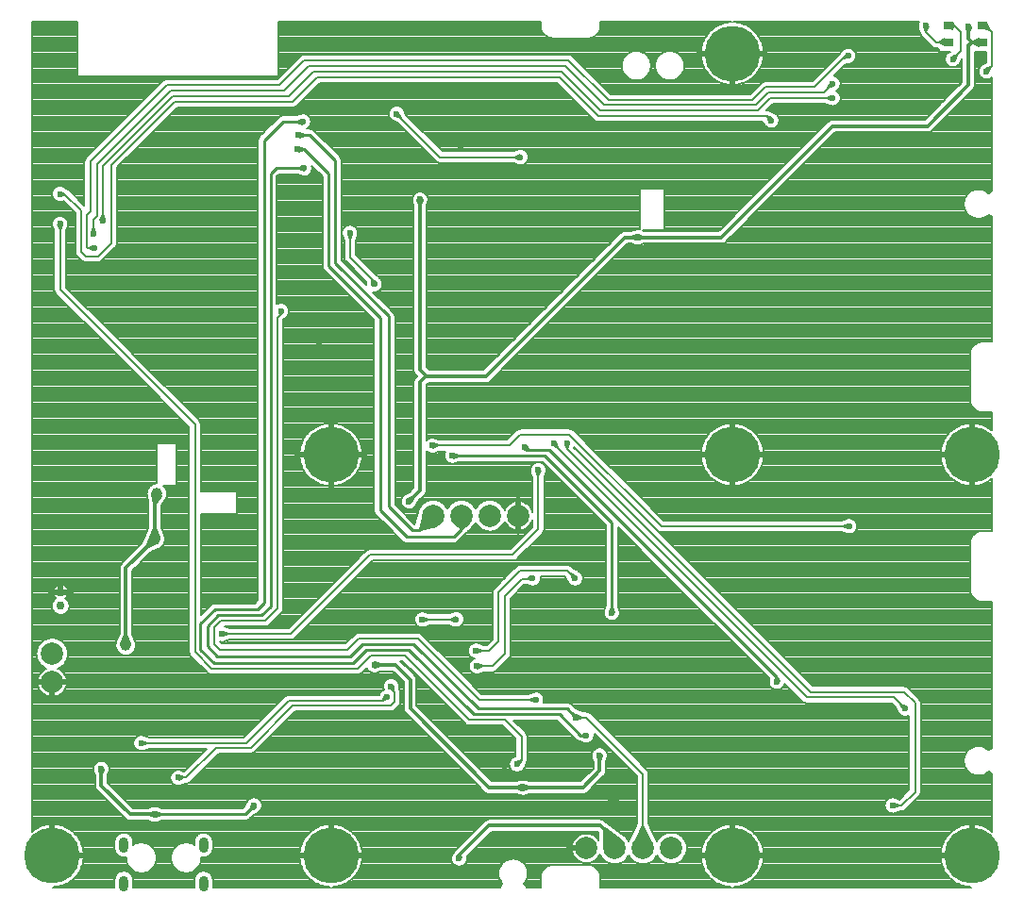
<source format=gbr>
G71*
G90*
G04 Quadcept GERBER*
%MOMM*%
%FSLAX44Y44*%
%ADD10C,0.1*%
%ADD11C,0.15*%
%ADD12C,0.2*%
%ADD13C,0.25*%
%ADD14C,0.3*%
%ADD15C,0.5*%
%ADD16C,0.6*%
%ADD17C,0.75*%
%ADD18C,1*%
%ADD19C,2*%
%ADD20C,5*%
%ADD21O,0.85X1.4*%
%ADD22R,0.9X0.8*%
%ADD23R,0.9X0.8*%
G54D10*
G01X-92357Y-155300D02*
G01X-37975Y-155300D01*
G01X-94711Y-154400D02*
G01X-37075Y-154400D01*
G01X-56024Y-153500D02*
G01X-36175Y-153500D01*
G01X-54917Y-152600D02*
G01X-35275Y-152600D01*
G01X-54025Y-151700D02*
G01X-34375Y-151700D01*
G01X-53125Y-150800D02*
G01X-33475Y-150800D01*
G01X-52225Y-149900D02*
G01X-32575Y-149900D01*
G01X-51325Y-149000D02*
G01X-31675Y-149000D01*
G01X-50425Y-148100D02*
G01X-30775Y-148100D01*
G01X-49525Y-147200D02*
G01X-29875Y-147200D01*
G01X-48625Y-146300D02*
G01X-28975Y-146300D01*
G01X-47725Y-145400D02*
G01X-28075Y-145400D01*
G01X-46825Y-144500D02*
G01X-27175Y-144500D01*
G01X-45925Y-143600D02*
G01X-26275Y-143600D01*
G01X-45025Y-142700D02*
G01X-25375Y-142700D01*
G01X-44111Y-141800D02*
G01X-24475Y-141800D01*
G01X-43362Y-140900D02*
G01X-23575Y-140900D01*
G01X-42890Y-140000D02*
G01X-22675Y-140000D01*
G01X-42610Y-139100D02*
G01X-21775Y-139100D01*
G01X-42497Y-138200D02*
G01X-20875Y-138200D01*
G01X-42500Y-137300D02*
G01X-19975Y-137300D01*
G01X-42500Y-136400D02*
G01X-19075Y-136400D01*
G01X-42500Y-135500D02*
G01X-18175Y-135500D01*
G01X-42500Y-134600D02*
G01X-17275Y-134600D01*
G01X-42500Y-133700D02*
G01X-16375Y-133700D01*
G01X-42500Y-132800D02*
G01X-15475Y-132800D01*
G01X-42500Y-131900D02*
G01X-14575Y-131900D01*
G01X-42500Y-131000D02*
G01X-13675Y-131000D01*
G01X-42500Y-130100D02*
G01X-12775Y-130100D01*
G01X-42500Y-129200D02*
G01X-11875Y-129200D01*
G01X-42500Y-128300D02*
G01X-10975Y-128300D01*
G01X-42500Y-127400D02*
G01X-10075Y-127400D01*
G01X-42500Y-126500D02*
G01X-9175Y-126500D01*
G01X-42500Y-125600D02*
G01X-8275Y-125600D01*
G01X-42500Y-124700D02*
G01X-7375Y-124700D01*
G01X-42500Y-123800D02*
G01X-6475Y-123800D01*
G01X-42500Y-122900D02*
G01X-5575Y-122900D01*
G01X-42500Y-122000D02*
G01X-4675Y-122000D01*
G01X-42500Y-121100D02*
G01X-3775Y-121100D01*
G01X-42500Y-120200D02*
G01X-2875Y-120200D01*
G01X-42500Y-119300D02*
G01X-1975Y-119300D01*
G01X-42500Y-118400D02*
G01X-1075Y-118400D01*
G01X-42500Y-117500D02*
G01X-0175Y-117500D01*
G01X-42500Y-116600D02*
G01X0725Y-116600D01*
G01X-42500Y-115700D02*
G01X1625Y-115700D01*
G01X-42500Y-114800D02*
G01X2525Y-114800D01*
G01X-42500Y-113900D02*
G01X3425Y-113900D01*
G01X-42500Y-113000D02*
G01X4325Y-113000D01*
G01X-42500Y-112100D02*
G01X5225Y-112100D01*
G01X-42500Y-111200D02*
G01X6125Y-111200D01*
G01X-42500Y-110300D02*
G01X7025Y-110300D01*
G01X-42500Y-109400D02*
G01X7925Y-109400D01*
G01X-42500Y-108500D02*
G01X8825Y-108500D01*
G01X-42500Y-107600D02*
G01X9725Y-107600D01*
G01X-42500Y-106700D02*
G01X10625Y-106700D01*
G01X-42500Y-105800D02*
G01X11525Y-105800D01*
G01X-42500Y-104900D02*
G01X12425Y-104900D01*
G01X-42500Y-104000D02*
G01X13325Y-104000D01*
G01X-42500Y-103100D02*
G01X14225Y-103100D01*
G01X-42500Y-102200D02*
G01X15125Y-102200D01*
G01X-42500Y-101300D02*
G01X16025Y-101300D01*
G01X-42500Y-100400D02*
G01X16925Y-100400D01*
G01X-42500Y-99500D02*
G01X17825Y-99500D01*
G01X-42500Y-98600D02*
G01X18725Y-98600D01*
G01X-42500Y-97700D02*
G01X19625Y-97700D01*
G01X-42500Y-96800D02*
G01X20525Y-96800D01*
G01X-42500Y-95900D02*
G01X21425Y-95900D01*
G01X-42500Y-95000D02*
G01X22325Y-95000D01*
G01X-42500Y-94100D02*
G01X23225Y-94100D01*
G01X-42500Y-93200D02*
G01X24125Y-93200D01*
G01X-42500Y-92300D02*
G01X25025Y-92300D01*
G01X-42500Y-91400D02*
G01X25925Y-91400D01*
G01X-42500Y-90500D02*
G01X26825Y-90500D01*
G01X-42500Y-89600D02*
G01X27725Y-89600D01*
G01X-42500Y-88700D02*
G01X28625Y-88700D01*
G01X-42500Y-87800D02*
G01X29525Y-87800D01*
G01X-42500Y-86900D02*
G01X30425Y-86900D01*
G01X-42500Y-86000D02*
G01X31325Y-86000D01*
G01X-42500Y-85100D02*
G01X32836Y-85100D01*
G01X-42500Y-84200D02*
G01X161125Y-84200D01*
G01X-42500Y-83300D02*
G01X162025Y-83300D01*
G01X-42500Y-82400D02*
G01X162925Y-82400D01*
G01X-42500Y-81500D02*
G01X163825Y-81500D01*
G01X-42500Y-80600D02*
G01X164725Y-80600D01*
G01X-42500Y-79700D02*
G01X165625Y-79700D01*
G01X-42500Y-78800D02*
G01X65030Y-78800D01*
G01X112970Y-78800D02*
G01X166525Y-78800D01*
G01X-42500Y-77900D02*
G01X63843Y-77900D01*
G01X114157Y-77900D02*
G01X167425Y-77900D01*
G01X-42500Y-77000D02*
G01X62972Y-77000D01*
G01X115028Y-77000D02*
G01X168325Y-77000D01*
G01X-42500Y-76100D02*
G01X62072Y-76100D01*
G01X115928Y-76100D02*
G01X169225Y-76100D01*
G01X-42500Y-75200D02*
G01X61172Y-75200D01*
G01X116828Y-75200D02*
G01X170125Y-75200D01*
G01X-42500Y-74300D02*
G01X60272Y-74300D01*
G01X117728Y-74300D02*
G01X171025Y-74300D01*
G01X-42500Y-73400D02*
G01X59372Y-73400D01*
G01X118628Y-73400D02*
G01X171925Y-73400D01*
G01X-42500Y-72500D02*
G01X58472Y-72500D01*
G01X119528Y-72500D02*
G01X172825Y-72500D01*
G01X-42500Y-71600D02*
G01X57572Y-71600D01*
G01X120428Y-71600D02*
G01X173725Y-71600D01*
G01X-42500Y-70700D02*
G01X56672Y-70700D01*
G01X121357Y-70700D02*
G01X174625Y-70700D01*
G01X-42500Y-69800D02*
G01X55772Y-69800D01*
G01X122069Y-69800D02*
G01X175525Y-69800D01*
G01X-42500Y-68900D02*
G01X54872Y-68900D01*
G01X123059Y-68900D02*
G01X139685Y-68900D01*
G01X145515Y-68900D02*
G01X176425Y-68900D01*
G01X-42500Y-68000D02*
G01X53972Y-68000D01*
G01X124096Y-68000D02*
G01X136725Y-68000D01*
G01X148475Y-68000D02*
G01X165740Y-68000D01*
G01X170260Y-68000D02*
G01X177325Y-68000D01*
G01X-42500Y-67100D02*
G01X53072Y-67100D01*
G01X125133Y-67100D02*
G01X134981Y-67100D01*
G01X150219Y-67100D02*
G01X162561Y-67100D01*
G01X173439Y-67100D02*
G01X178225Y-67100D01*
G01X-42500Y-66200D02*
G01X52172Y-66200D01*
G01X126170Y-66200D02*
G01X133648Y-66200D01*
G01X151552Y-66200D02*
G01X160822Y-66200D01*
G01X175178Y-66200D02*
G01X179125Y-66200D01*
G01X-42500Y-65300D02*
G01X51272Y-65300D01*
G01X127203Y-65300D02*
G01X132597Y-65300D01*
G01X152603Y-65300D02*
G01X159531Y-65300D01*
G01X176469Y-65300D02*
G01X180025Y-65300D01*
G01X-42500Y-64400D02*
G01X50372Y-64400D01*
G01X128081Y-64400D02*
G01X131719Y-64400D01*
G01X153481Y-64400D02*
G01X158512Y-64400D01*
G01X177488Y-64400D02*
G01X180500Y-64400D01*
G01X-42500Y-63500D02*
G01X49472Y-63500D01*
G01X128824Y-63500D02*
G01X130976Y-63500D01*
G01X154224Y-63500D02*
G01X157670Y-63500D01*
G01X178330Y-63500D02*
G01X180500Y-63500D01*
G01X-42500Y-62600D02*
G01X48572Y-62600D01*
G01X129454Y-62600D02*
G01X130346Y-62600D01*
G01X154854Y-62600D02*
G01X156966Y-62600D01*
G01X179034Y-62600D02*
G01X180500Y-62600D01*
G01X-42500Y-61700D02*
G01X47672Y-61700D01*
G01X155379Y-61700D02*
G01X156376Y-61700D01*
G01X179624Y-61700D02*
G01X180500Y-61700D01*
G01X-42500Y-60800D02*
G01X46772Y-60800D01*
G01X155822Y-60800D02*
G01X155881Y-60800D01*
G01X180119Y-60800D02*
G01X180500Y-60800D01*
G01X-42500Y-59900D02*
G01X45872Y-59900D01*
G01X-42500Y-59000D02*
G01X44972Y-59000D01*
G01X-42500Y-58100D02*
G01X44072Y-58100D01*
G01X-42500Y-57200D02*
G01X43172Y-57200D01*
G01X-42500Y-56300D02*
G01X42272Y-56300D01*
G01X-42500Y-55400D02*
G01X41372Y-55400D01*
G01X-42500Y-54500D02*
G01X40472Y-54500D01*
G01X-42500Y-53600D02*
G01X39572Y-53600D01*
G01X-42500Y-52700D02*
G01X38940Y-52700D01*
G01X-42500Y-51800D02*
G01X38538Y-51800D01*
G01X-42500Y-50900D02*
G01X38308Y-50900D01*
G01X-42500Y-49998D02*
G01X38229Y-49998D01*
G01X-42500Y-49098D02*
G01X38250Y-49098D01*
G01X-42500Y-48198D02*
G01X38250Y-48198D01*
G01X-42500Y-47298D02*
G01X38250Y-47298D01*
G01X-42500Y-46398D02*
G01X38250Y-46398D01*
G01X-42500Y-45498D02*
G01X38250Y-45498D01*
G01X-42500Y-44598D02*
G01X38250Y-44598D01*
G01X-42500Y-43698D02*
G01X38250Y-43698D01*
G01X-42500Y-42798D02*
G01X38250Y-42798D01*
G01X-42500Y-41898D02*
G01X38250Y-41898D01*
G01X-42500Y-40998D02*
G01X38250Y-40998D01*
G01X-42500Y-40098D02*
G01X38250Y-40098D01*
G01X-42500Y-39198D02*
G01X38250Y-39198D01*
G01X-42500Y-38298D02*
G01X38250Y-38298D01*
G01X-42500Y-37398D02*
G01X38250Y-37398D01*
G01X-42500Y-36498D02*
G01X38250Y-36498D01*
G01X-42500Y-35598D02*
G01X38250Y-35598D01*
G01X-42500Y-34698D02*
G01X38250Y-34698D01*
G01X-42500Y-33798D02*
G01X38250Y-33798D01*
G01X-42500Y-32898D02*
G01X38250Y-32898D01*
G01X-42500Y-31998D02*
G01X38250Y-31998D01*
G01X-42500Y-31098D02*
G01X38250Y-31098D01*
G01X-42500Y-30198D02*
G01X38250Y-30198D01*
G01X-42500Y-29298D02*
G01X38250Y-29298D01*
G01X-42500Y-28398D02*
G01X38250Y-28398D01*
G01X-42500Y-27498D02*
G01X-6725Y-27498D01*
G01X6725Y-27498D02*
G01X38250Y-27498D01*
G01X-42500Y-26598D02*
G01X-9770Y-26598D01*
G01X9770Y-26598D02*
G01X38250Y-26598D01*
G01X-42500Y-25698D02*
G01X-11999Y-25698D01*
G01X11999Y-25698D02*
G01X38250Y-25698D01*
G01X-42500Y-24798D02*
G01X-13799Y-24798D01*
G01X13799Y-24798D02*
G01X38250Y-24798D01*
G01X-42500Y-23898D02*
G01X-15324Y-23898D01*
G01X15324Y-23898D02*
G01X38250Y-23898D01*
G01X-42500Y-22998D02*
G01X-16666Y-22998D01*
G01X16666Y-22998D02*
G01X38250Y-22998D01*
G01X-42500Y-22098D02*
G01X-17864Y-22098D01*
G01X17864Y-22098D02*
G01X38250Y-22098D01*
G01X-42500Y-21198D02*
G01X-18936Y-21198D01*
G01X18936Y-21198D02*
G01X38250Y-21198D01*
G01X-42500Y-20298D02*
G01X-19902Y-20298D01*
G01X19902Y-20298D02*
G01X38250Y-20298D01*
G01X-42500Y-19398D02*
G01X-20787Y-19398D01*
G01X20787Y-19398D02*
G01X38250Y-19398D01*
G01X-42500Y-18498D02*
G01X-21606Y-18498D01*
G01X21606Y-18498D02*
G01X38250Y-18498D01*
G01X-42500Y-17598D02*
G01X-22361Y-17598D01*
G01X22361Y-17598D02*
G01X38250Y-17598D01*
G01X-42500Y-16698D02*
G01X-23038Y-16698D01*
G01X23038Y-16698D02*
G01X38250Y-16698D01*
G01X-42500Y-15798D02*
G01X-23672Y-15798D01*
G01X23672Y-15798D02*
G01X38250Y-15798D01*
G01X-42500Y-14898D02*
G01X-24264Y-14898D01*
G01X24264Y-14898D02*
G01X38250Y-14898D01*
G01X-42500Y-13998D02*
G01X-24789Y-13998D01*
G01X24789Y-13998D02*
G01X38250Y-13998D01*
G01X-42500Y-13098D02*
G01X-25284Y-13098D01*
G01X25284Y-13098D02*
G01X38250Y-13098D01*
G01X-42500Y-12198D02*
G01X-25736Y-12198D01*
G01X25736Y-12198D02*
G01X38250Y-12198D01*
G01X-42500Y-11298D02*
G01X-26143Y-11298D01*
G01X26143Y-11298D02*
G01X38250Y-11298D01*
G01X-42500Y-10398D02*
G01X-26528Y-10398D01*
G01X26528Y-10398D02*
G01X38250Y-10398D01*
G01X-42500Y-9498D02*
G01X-26856Y-9498D01*
G01X26856Y-9498D02*
G01X38250Y-9498D01*
G01X-42500Y-8598D02*
G01X-27165Y-8598D01*
G01X27165Y-8598D02*
G01X38250Y-8598D01*
G01X-42500Y-7698D02*
G01X-27434Y-7698D01*
G01X27434Y-7698D02*
G01X38250Y-7698D01*
G01X-42500Y-6798D02*
G01X-27671Y-6798D01*
G01X27671Y-6798D02*
G01X38250Y-6798D01*
G01X-42500Y-5898D02*
G01X-27885Y-5898D01*
G01X27885Y-5898D02*
G01X38250Y-5898D01*
G01X-42500Y-4998D02*
G01X-28055Y-4998D01*
G01X28055Y-4998D02*
G01X38250Y-4998D01*
G01X-42500Y-4098D02*
G01X-28214Y-4098D01*
G01X28214Y-4098D02*
G01X38250Y-4098D01*
G01X-42500Y-3198D02*
G01X-28319Y-3198D01*
G01X28319Y-3198D02*
G01X38250Y-3198D01*
G01X-42500Y-2298D02*
G01X-28414Y-2298D01*
G01X28414Y-2298D02*
G01X38250Y-2298D01*
G01X-42500Y-1398D02*
G01X-28466Y-1398D01*
G01X28466Y-1398D02*
G01X38250Y-1398D01*
G01X-42500Y-0498D02*
G01X-28500Y-0498D01*
G01X28500Y-0498D02*
G01X38250Y-0498D01*
G01X-42500Y0402D02*
G01X-28500Y0402D01*
G01X28500Y0402D02*
G01X38250Y0402D01*
G01X-42500Y1302D02*
G01X-28472Y1302D01*
G01X28472Y1302D02*
G01X38250Y1302D01*
G01X-42500Y2202D02*
G01X-28420Y2202D01*
G01X28420Y2202D02*
G01X38250Y2202D01*
G01X-42500Y3102D02*
G01X-28330Y3102D01*
G01X28330Y3102D02*
G01X38250Y3102D01*
G01X-42500Y4002D02*
G01X-28225Y4002D01*
G01X28225Y4002D02*
G01X38250Y4002D01*
G01X-42500Y4902D02*
G01X-28071Y4902D01*
G01X28071Y4902D02*
G01X38250Y4902D01*
G01X-42500Y5802D02*
G01X-27907Y5802D01*
G01X27907Y5802D02*
G01X38250Y5802D01*
G01X-42500Y6702D02*
G01X-27694Y6702D01*
G01X27694Y6702D02*
G01X38250Y6702D01*
G01X-42500Y7602D02*
G01X-27463Y7602D01*
G01X27463Y7602D02*
G01X38250Y7602D01*
G01X-42500Y8502D02*
G01X-27194Y8502D01*
G01X27194Y8502D02*
G01X38250Y8502D01*
G01X-42500Y9402D02*
G01X-26891Y9402D01*
G01X26891Y9402D02*
G01X38250Y9402D01*
G01X-42500Y10302D02*
G01X-26563Y10302D01*
G01X26563Y10302D02*
G01X38250Y10302D01*
G01X-42500Y11202D02*
G01X-26184Y11202D01*
G01X26184Y11202D02*
G01X38250Y11202D01*
G01X-42500Y12102D02*
G01X-25785Y12102D01*
G01X25785Y12102D02*
G01X38250Y12102D01*
G01X-42500Y13002D02*
G01X-25333Y13002D01*
G01X25333Y13002D02*
G01X38250Y13002D01*
G01X-42500Y13902D02*
G01X-24844Y13902D01*
G01X24844Y13902D02*
G01X38250Y13902D01*
G01X-42500Y14802D02*
G01X-24324Y14802D01*
G01X24324Y14802D02*
G01X38250Y14802D01*
G01X-42500Y15702D02*
G01X-23735Y15702D01*
G01X23735Y15702D02*
G01X38250Y15702D01*
G01X-42500Y16602D02*
G01X-23109Y16602D01*
G01X23109Y16602D02*
G01X38250Y16602D01*
G01X-42500Y17502D02*
G01X-22439Y17502D01*
G01X22439Y17502D02*
G01X38250Y17502D01*
G01X-42500Y18402D02*
G01X-21687Y18402D01*
G01X21687Y18402D02*
G01X38250Y18402D01*
G01X-42500Y19302D02*
G01X-20878Y19302D01*
G01X20878Y19302D02*
G01X38250Y19302D01*
G01X-42500Y20202D02*
G01X-20003Y20202D01*
G01X20003Y20202D02*
G01X38250Y20202D01*
G01X-42500Y21102D02*
G01X-19049Y21102D01*
G01X19049Y21102D02*
G01X38250Y21102D01*
G01X-42500Y22002D02*
G01X-17978Y22002D01*
G01X17978Y22002D02*
G01X38250Y22002D01*
G01X-42500Y22902D02*
G01X-16795Y22902D01*
G01X16795Y22902D02*
G01X38250Y22902D01*
G01X-42500Y23802D02*
G01X-15470Y23802D01*
G01X15470Y23802D02*
G01X38250Y23802D01*
G01X-42500Y24702D02*
G01X-13965Y24702D01*
G01X13965Y24702D02*
G01X38250Y24702D01*
G01X-42500Y25602D02*
G01X-12218Y25602D01*
G01X12218Y25602D02*
G01X38250Y25602D01*
G01X-42500Y26502D02*
G01X-10034Y26502D01*
G01X10034Y26502D02*
G01X38250Y26502D01*
G01X-42500Y27402D02*
G01X-7130Y27402D01*
G01X7130Y27402D02*
G01X38250Y27402D01*
G01X-42500Y28302D02*
G01X38250Y28302D01*
G01X-42500Y29202D02*
G01X38250Y29202D01*
G01X-42500Y30102D02*
G01X38250Y30102D01*
G01X-42500Y31002D02*
G01X38250Y31002D01*
G01X-42500Y31902D02*
G01X38250Y31902D01*
G01X-42500Y32802D02*
G01X38250Y32802D01*
G01X-42500Y33702D02*
G01X38250Y33702D01*
G01X-42500Y34602D02*
G01X38250Y34602D01*
G01X-42500Y35502D02*
G01X38250Y35502D01*
G01X-42500Y36402D02*
G01X38250Y36402D01*
G01X-42500Y37302D02*
G01X38250Y37302D01*
G01X-42500Y38202D02*
G01X38250Y38202D01*
G01X-42500Y39102D02*
G01X38250Y39102D01*
G01X-42500Y40002D02*
G01X38250Y40002D01*
G01X-42500Y40902D02*
G01X38250Y40902D01*
G01X-42500Y41802D02*
G01X38250Y41802D01*
G01X-42500Y42702D02*
G01X38250Y42702D01*
G01X-42500Y43602D02*
G01X38250Y43602D01*
G01X-42500Y44502D02*
G01X38250Y44502D01*
G01X-42500Y45402D02*
G01X38250Y45402D01*
G01X-42500Y46302D02*
G01X38250Y46302D01*
G01X-42500Y47202D02*
G01X38250Y47202D01*
G01X-42500Y48102D02*
G01X38250Y48102D01*
G01X-42500Y49002D02*
G01X38250Y49002D01*
G01X-42500Y49902D02*
G01X38250Y49902D01*
G01X-42500Y50802D02*
G01X38250Y50802D01*
G01X-42500Y51702D02*
G01X38250Y51702D01*
G01X-42500Y52602D02*
G01X38250Y52602D01*
G01X-42500Y53502D02*
G01X38250Y53502D01*
G01X-42500Y54402D02*
G01X38250Y54402D01*
G01X-42500Y55302D02*
G01X38250Y55302D01*
G01X-42500Y56202D02*
G01X38250Y56202D01*
G01X-42500Y57102D02*
G01X38250Y57102D01*
G01X-42500Y58002D02*
G01X38250Y58002D01*
G01X-42500Y58902D02*
G01X38250Y58902D01*
G01X-42500Y59802D02*
G01X38250Y59802D01*
G01X-42500Y60702D02*
G01X38250Y60702D01*
G01X-42500Y61602D02*
G01X38250Y61602D01*
G01X-42500Y62502D02*
G01X38250Y62502D01*
G01X-42500Y63402D02*
G01X38250Y63402D01*
G01X-42500Y64302D02*
G01X38250Y64302D01*
G01X-42500Y65202D02*
G01X38250Y65202D01*
G01X-42500Y66102D02*
G01X38250Y66102D01*
G01X-42500Y67002D02*
G01X38250Y67002D01*
G01X-42500Y67902D02*
G01X38250Y67902D01*
G01X-42500Y68802D02*
G01X38250Y68802D01*
G01X-42500Y69702D02*
G01X38250Y69702D01*
G01X-42500Y70602D02*
G01X38250Y70602D01*
G01X-42500Y71502D02*
G01X38250Y71502D01*
G01X-42500Y72402D02*
G01X38250Y72402D01*
G01X-42500Y73302D02*
G01X38250Y73302D01*
G01X-42500Y74202D02*
G01X38250Y74202D01*
G01X-42500Y75102D02*
G01X38250Y75102D01*
G01X-42500Y76002D02*
G01X38250Y76002D01*
G01X-42500Y76902D02*
G01X38250Y76902D01*
G01X-42500Y77802D02*
G01X38250Y77802D01*
G01X-42500Y78702D02*
G01X38250Y78702D01*
G01X-42500Y79602D02*
G01X38250Y79602D01*
G01X-42500Y80502D02*
G01X38250Y80502D01*
G01X-42500Y81402D02*
G01X38250Y81402D01*
G01X-42500Y82302D02*
G01X38250Y82302D01*
G01X-42500Y83202D02*
G01X38250Y83202D01*
G01X-42500Y84102D02*
G01X38250Y84102D01*
G01X-42500Y85002D02*
G01X38250Y85002D01*
G01X-42500Y85902D02*
G01X38250Y85902D01*
G01X-42500Y86802D02*
G01X38250Y86802D01*
G01X-42500Y87702D02*
G01X38250Y87702D01*
G01X-42500Y88602D02*
G01X38250Y88602D01*
G01X-42500Y89502D02*
G01X38250Y89502D01*
G01X-42500Y90402D02*
G01X38250Y90402D01*
G01X-42500Y91302D02*
G01X38250Y91302D01*
G01X-42500Y92202D02*
G01X38250Y92202D01*
G01X-42500Y93102D02*
G01X38250Y93102D01*
G01X-42500Y94002D02*
G01X38250Y94002D01*
G01X-42500Y94902D02*
G01X38250Y94902D01*
G01X-42500Y95802D02*
G01X38250Y95802D01*
G01X-42500Y96702D02*
G01X38250Y96702D01*
G01X-42500Y97602D02*
G01X38250Y97602D01*
G01X-42500Y98502D02*
G01X38250Y98502D01*
G01X-42500Y99402D02*
G01X38250Y99402D01*
G01X-42500Y100302D02*
G01X38250Y100302D01*
G01X-42500Y101202D02*
G01X38250Y101202D01*
G01X-42500Y102102D02*
G01X38250Y102102D01*
G01X-42500Y103002D02*
G01X38250Y103002D01*
G01X-42500Y103902D02*
G01X38250Y103902D01*
G01X-42500Y104802D02*
G01X38250Y104802D01*
G01X-42500Y105702D02*
G01X38250Y105702D01*
G01X-42500Y106602D02*
G01X38250Y106602D01*
G01X-42500Y107502D02*
G01X38250Y107502D01*
G01X-42500Y108402D02*
G01X38250Y108402D01*
G01X-42500Y109302D02*
G01X38250Y109302D01*
G01X-42500Y110202D02*
G01X38250Y110202D01*
G01X-42500Y111102D02*
G01X38250Y111102D01*
G01X-42500Y112002D02*
G01X38250Y112002D01*
G01X-42500Y112902D02*
G01X38250Y112902D01*
G01X-42500Y113802D02*
G01X38250Y113802D01*
G01X-42500Y114702D02*
G01X38250Y114702D01*
G01X-42500Y115602D02*
G01X38250Y115602D01*
G01X-42500Y116502D02*
G01X38250Y116502D01*
G01X-42500Y117402D02*
G01X38250Y117402D01*
G01X-42500Y118302D02*
G01X38250Y118302D01*
G01X-42500Y119202D02*
G01X38250Y119202D01*
G01X-42500Y120102D02*
G01X38250Y120102D01*
G01X-42323Y121002D02*
G01X37970Y121002D01*
G01X-41423Y121902D02*
G01X37070Y121902D01*
G01X-40523Y122802D02*
G01X36170Y122802D01*
G01X-39490Y123702D02*
G01X35270Y123702D01*
G01X-38679Y124602D02*
G01X34370Y124602D01*
G01X-38098Y125502D02*
G01X33470Y125502D01*
G01X-37680Y126402D02*
G01X32570Y126402D01*
G01X-37399Y127302D02*
G01X31670Y127302D01*
G01X-37242Y128202D02*
G01X30770Y128202D01*
G01X-37200Y129102D02*
G01X29870Y129102D01*
G01X-37265Y130002D02*
G01X28970Y130002D01*
G01X-37454Y130902D02*
G01X28070Y130902D01*
G01X-37757Y131802D02*
G01X27170Y131802D01*
G01X-38216Y132702D02*
G01X26270Y132702D01*
G01X-38847Y133602D02*
G01X25370Y133602D01*
G01X-39728Y134502D02*
G01X24470Y134502D01*
G01X-41039Y135402D02*
G01X23570Y135402D01*
G01X-48250Y136302D02*
G01X22670Y136302D01*
G01X-48250Y137202D02*
G01X21770Y137202D01*
G01X-48250Y138102D02*
G01X20870Y138102D01*
G01X-48250Y139002D02*
G01X19970Y139002D01*
G01X-48250Y139902D02*
G01X19070Y139902D01*
G01X-48250Y140802D02*
G01X18170Y140802D01*
G01X-48250Y141702D02*
G01X17270Y141702D01*
G01X-48250Y142602D02*
G01X16370Y142602D01*
G01X-48250Y143502D02*
G01X15470Y143502D01*
G01X-48250Y144402D02*
G01X14570Y144402D01*
G01X-48250Y145302D02*
G01X13670Y145302D01*
G01X-48250Y146202D02*
G01X12770Y146202D01*
G01X-48250Y147102D02*
G01X11870Y147102D01*
G01X-48250Y148002D02*
G01X10970Y148002D01*
G01X-48250Y148902D02*
G01X10070Y148902D01*
G01X-48250Y149802D02*
G01X9170Y149802D01*
G01X-48250Y150702D02*
G01X8270Y150702D01*
G01X-48250Y151602D02*
G01X7370Y151602D01*
G01X-48250Y152502D02*
G01X6470Y152502D01*
G01X-48250Y153402D02*
G01X5570Y153402D01*
G01X-48250Y154302D02*
G01X4670Y154302D01*
G01X-48250Y155202D02*
G01X3770Y155202D01*
G01X-48250Y156102D02*
G01X2870Y156102D01*
G01X-48250Y157002D02*
G01X1970Y157002D01*
G01X-48250Y157902D02*
G01X1070Y157902D01*
G01X-48250Y158802D02*
G01X0170Y158802D01*
G01X-48250Y159702D02*
G01X-0730Y159702D01*
G01X-48250Y160602D02*
G01X-1630Y160602D01*
G01X-48250Y161502D02*
G01X-2530Y161502D01*
G01X-48250Y162402D02*
G01X-3430Y162402D01*
G01X-48250Y163302D02*
G01X-4330Y163302D01*
G01X-48250Y164202D02*
G01X-5230Y164202D01*
G01X-48250Y165102D02*
G01X-6159Y165102D01*
G01X-48250Y166002D02*
G01X-6870Y166002D01*
G01X-48250Y166902D02*
G01X-7340Y166902D01*
G01X-48250Y167802D02*
G01X-7624Y167802D01*
G01X-48250Y168702D02*
G01X-7750Y168702D01*
G01X-48250Y169602D02*
G01X-7750Y169602D01*
G01X-48250Y170502D02*
G01X-7750Y170502D01*
G01X-48250Y171402D02*
G01X-7750Y171402D01*
G01X-48250Y172302D02*
G01X-7750Y172302D01*
G01X-48250Y173202D02*
G01X-7750Y173202D01*
G01X-48250Y174102D02*
G01X-7750Y174102D01*
G01X-48250Y175002D02*
G01X-7750Y175002D01*
G01X-48250Y175902D02*
G01X-7750Y175902D01*
G01X-48250Y176802D02*
G01X-7750Y176802D01*
G01X-48250Y177702D02*
G01X-7750Y177702D01*
G01X-48250Y178602D02*
G01X-7750Y178602D01*
G01X-48250Y179502D02*
G01X-7750Y179502D01*
G01X-48250Y180402D02*
G01X-7750Y180402D01*
G01X-48250Y181302D02*
G01X-7750Y181302D01*
G01X-48250Y182202D02*
G01X-7750Y182202D01*
G01X-48250Y183102D02*
G01X-7750Y183102D01*
G01X-48250Y184002D02*
G01X-7750Y184002D01*
G01X-48250Y184902D02*
G01X-7750Y184902D01*
G01X-48250Y185802D02*
G01X-7750Y185802D01*
G01X-48250Y186702D02*
G01X-7750Y186702D01*
G01X-48250Y187602D02*
G01X-7750Y187602D01*
G01X-48250Y188502D02*
G01X-7750Y188502D01*
G01X-48250Y189402D02*
G01X-7750Y189402D01*
G01X-48250Y190302D02*
G01X-7750Y190302D01*
G01X-48250Y191202D02*
G01X-7750Y191202D01*
G01X-48250Y192102D02*
G01X-7750Y192102D01*
G01X-48250Y193002D02*
G01X-7750Y193002D01*
G01X-48250Y193902D02*
G01X-7750Y193902D01*
G01X-48250Y194802D02*
G01X-7750Y194802D01*
G01X-48250Y195702D02*
G01X-7750Y195702D01*
G01X-48250Y196602D02*
G01X-7750Y196602D01*
G01X-48250Y197502D02*
G01X-7750Y197502D01*
G01X-48250Y198402D02*
G01X-7750Y198402D01*
G01X-48250Y199302D02*
G01X-7750Y199302D01*
G01X-48250Y200202D02*
G01X-7750Y200202D01*
G01X-48250Y201102D02*
G01X-7750Y201102D01*
G01X-48250Y202002D02*
G01X-7750Y202002D01*
G01X-48250Y202902D02*
G01X-7750Y202902D01*
G01X-48250Y203802D02*
G01X-7750Y203802D01*
G01X-48250Y204702D02*
G01X-7750Y204702D01*
G01X-48250Y205602D02*
G01X-7750Y205602D01*
G01X-48250Y206502D02*
G01X-7750Y206502D01*
G01X-48250Y207402D02*
G01X-7750Y207402D01*
G01X-48250Y208302D02*
G01X-7750Y208302D01*
G01X-48250Y209202D02*
G01X-7750Y209202D01*
G01X-48250Y210102D02*
G01X-7750Y210102D01*
G01X-48250Y211002D02*
G01X-7750Y211002D01*
G01X-48250Y211902D02*
G01X-7750Y211902D01*
G01X-48250Y212802D02*
G01X-7750Y212802D01*
G01X-48250Y213702D02*
G01X-7750Y213702D01*
G01X-48250Y214602D02*
G01X-7750Y214602D01*
G01X-48250Y215502D02*
G01X-7750Y215502D01*
G01X-48250Y216402D02*
G01X-7750Y216402D01*
G01X-48250Y217302D02*
G01X-7750Y217302D01*
G01X-48250Y218202D02*
G01X-7750Y218202D01*
G01X-48250Y219102D02*
G01X-7750Y219102D01*
G01X-48250Y220002D02*
G01X-7750Y220002D01*
G01X-48250Y220902D02*
G01X-7750Y220902D01*
G01X-48250Y221802D02*
G01X-7750Y221802D01*
G01X-48250Y222702D02*
G01X-7750Y222702D01*
G01X-48250Y223602D02*
G01X-7750Y223602D01*
G01X-48250Y224502D02*
G01X-7750Y224502D01*
G01X-48250Y225402D02*
G01X-7750Y225402D01*
G01X-48250Y226302D02*
G01X-7750Y226302D01*
G01X-48250Y227202D02*
G01X-7750Y227202D01*
G01X-48250Y228102D02*
G01X-7750Y228102D01*
G01X-48250Y229002D02*
G01X-7750Y229002D01*
G01X-48250Y229902D02*
G01X-7750Y229902D01*
G01X-48250Y230802D02*
G01X-7750Y230802D01*
G01X-48250Y231702D02*
G01X-7750Y231702D01*
G01X-48250Y232602D02*
G01X-7750Y232602D01*
G01X-48250Y233502D02*
G01X-7750Y233502D01*
G01X-48250Y234402D02*
G01X-7750Y234402D01*
G01X-48250Y235302D02*
G01X-7750Y235302D01*
G01X-48250Y236202D02*
G01X-7750Y236202D01*
G01X-48250Y237102D02*
G01X-7750Y237102D01*
G01X-48250Y238002D02*
G01X-7750Y238002D01*
G01X-48250Y238902D02*
G01X-7750Y238902D01*
G01X-48250Y239802D02*
G01X-7750Y239802D01*
G01X-48250Y240702D02*
G01X-7750Y240702D01*
G01X-48250Y241602D02*
G01X-7750Y241602D01*
G01X-48250Y242502D02*
G01X-7750Y242502D01*
G01X-48250Y243402D02*
G01X-7750Y243402D01*
G01X-48250Y244302D02*
G01X-7750Y244302D01*
G01X-48250Y245202D02*
G01X-7750Y245202D01*
G01X-48250Y246102D02*
G01X-7750Y246102D01*
G01X-48250Y247002D02*
G01X-7750Y247002D01*
G01X-48250Y247902D02*
G01X-7750Y247902D01*
G01X-48250Y248802D02*
G01X-7750Y248802D01*
G01X-48250Y249702D02*
G01X-7750Y249702D01*
G01X-47370Y250602D02*
G01X-27931Y250602D01*
G01X-20332Y250602D02*
G01X-8630Y250602D01*
G01X-19023Y251502D02*
G01X-9530Y251502D01*
G01X-18144Y252402D02*
G01X-10430Y252402D01*
G01X-17513Y253302D02*
G01X-11330Y253302D01*
G01X-17055Y254202D02*
G01X-12230Y254202D01*
G01X-16753Y255102D02*
G01X-13130Y255102D01*
G01X-16564Y256002D02*
G01X-14030Y256002D01*
G01X-16500Y256902D02*
G01X-14930Y256902D01*
G01X-16542Y257802D02*
G01X-15830Y257802D01*
G01X-244726Y-387800D02*
G01X-194500Y-387800D01*
G01X-177000Y-387800D02*
G01X-123000Y-387800D01*
G01X-105500Y-387800D02*
G01X-5274Y-387800D01*
G01X5274Y-387800D02*
G01X151530Y-387800D01*
G01X175470Y-387800D02*
G01X188000Y-387800D01*
G01X242000Y-387800D02*
G01X354726Y-387800D01*
G01X365274Y-387800D02*
G01X569726Y-387800D01*
G01X-241103Y-386900D02*
G01X-194500Y-386900D01*
G01X-177000Y-386900D02*
G01X-123000Y-386900D01*
G01X-105500Y-386900D02*
G01X-8897Y-386900D01*
G01X8897Y-386900D02*
G01X152049Y-386900D01*
G01X174951Y-386900D02*
G01X188000Y-386900D01*
G01X242000Y-386900D02*
G01X351103Y-386900D01*
G01X368897Y-386900D02*
G01X566103Y-386900D01*
G01X-238701Y-386000D02*
G01X-194500Y-386000D01*
G01X-177000Y-386000D02*
G01X-123000Y-386000D01*
G01X-105500Y-386000D02*
G01X-11299Y-386000D01*
G01X11299Y-386000D02*
G01X152676Y-386000D01*
G01X174324Y-386000D02*
G01X188000Y-386000D01*
G01X242000Y-386000D02*
G01X348701Y-386000D01*
G01X371299Y-386000D02*
G01X563701Y-386000D01*
G01X-236782Y-385100D02*
G01X-194500Y-385100D01*
G01X-177000Y-385100D02*
G01X-123000Y-385100D01*
G01X-105500Y-385100D02*
G01X-13218Y-385100D01*
G01X13218Y-385100D02*
G01X153421Y-385100D01*
G01X173579Y-385100D02*
G01X188000Y-385100D01*
G01X242000Y-385100D02*
G01X346782Y-385100D01*
G01X373218Y-385100D02*
G01X561782Y-385100D01*
G01X-235166Y-384200D02*
G01X-194500Y-384200D01*
G01X-177000Y-384200D02*
G01X-123000Y-384200D01*
G01X-105500Y-384200D02*
G01X-14834Y-384200D01*
G01X14834Y-384200D02*
G01X152834Y-384200D01*
G01X174166Y-384200D02*
G01X188000Y-384200D01*
G01X242000Y-384200D02*
G01X345166Y-384200D01*
G01X374834Y-384200D02*
G01X560166Y-384200D01*
G01X-233766Y-383300D02*
G01X-194500Y-383300D01*
G01X-177000Y-383300D02*
G01X-123000Y-383300D01*
G01X-105500Y-383300D02*
G01X-16234Y-383300D01*
G01X16234Y-383300D02*
G01X152186Y-383300D01*
G01X174814Y-383300D02*
G01X188000Y-383300D01*
G01X242000Y-383300D02*
G01X343766Y-383300D01*
G01X376234Y-383300D02*
G01X558766Y-383300D01*
G01X-232531Y-382400D02*
G01X-194500Y-382400D01*
G01X-177000Y-382400D02*
G01X-123000Y-382400D01*
G01X-105500Y-382400D02*
G01X-17469Y-382400D01*
G01X17469Y-382400D02*
G01X151645Y-382400D01*
G01X175355Y-382400D02*
G01X188000Y-382400D01*
G01X242000Y-382400D02*
G01X342531Y-382400D01*
G01X377469Y-382400D02*
G01X557531Y-382400D01*
G01X-231424Y-381500D02*
G01X-194499Y-381500D01*
G01X-177001Y-381500D02*
G01X-122999Y-381500D01*
G01X-105501Y-381500D02*
G01X-18576Y-381500D01*
G01X18576Y-381500D02*
G01X151195Y-381500D01*
G01X175805Y-381500D02*
G01X188000Y-381500D01*
G01X242000Y-381500D02*
G01X341424Y-381500D01*
G01X378576Y-381500D02*
G01X556424Y-381500D01*
G01X-230418Y-380600D02*
G01X-194340Y-380600D01*
G01X-177160Y-380600D02*
G01X-122840Y-380600D01*
G01X-105660Y-380600D02*
G01X-19582Y-380600D01*
G01X19582Y-380600D02*
G01X150824Y-380600D01*
G01X176176Y-380600D02*
G01X188000Y-380600D01*
G01X242000Y-380600D02*
G01X340418Y-380600D01*
G01X379582Y-380600D02*
G01X555418Y-380600D01*
G01X-229498Y-379700D02*
G01X-194117Y-379700D01*
G01X-177383Y-379700D02*
G01X-122617Y-379700D01*
G01X-105883Y-379700D02*
G01X-20502Y-379700D01*
G01X20502Y-379700D02*
G01X150524Y-379700D01*
G01X176476Y-379700D02*
G01X188000Y-379700D01*
G01X242000Y-379700D02*
G01X339498Y-379700D01*
G01X380502Y-379700D02*
G01X554498Y-379700D01*
G01X-228649Y-378800D02*
G01X-193790Y-378800D01*
G01X-177710Y-378800D02*
G01X-122290Y-378800D01*
G01X-106210Y-378800D02*
G01X-21351Y-378800D01*
G01X21351Y-378800D02*
G01X150289Y-378800D01*
G01X176711Y-378800D02*
G01X188004Y-378800D01*
G01X241996Y-378800D02*
G01X338649Y-378800D01*
G01X381351Y-378800D02*
G01X553649Y-378800D01*
G01X-227892Y-377900D02*
G01X-193303Y-377900D01*
G01X-178197Y-377900D02*
G01X-121803Y-377900D01*
G01X-106697Y-377900D02*
G01X-22108Y-377900D01*
G01X22108Y-377900D02*
G01X150131Y-377900D01*
G01X176869Y-377900D02*
G01X188163Y-377900D01*
G01X241837Y-377900D02*
G01X337892Y-377900D01*
G01X382108Y-377900D02*
G01X552892Y-377900D01*
G01X-227187Y-377000D02*
G01X-192691Y-377000D01*
G01X-178809Y-377000D02*
G01X-121191Y-377000D01*
G01X-107309Y-377000D02*
G01X-22813Y-377000D01*
G01X22813Y-377000D02*
G01X150037Y-377000D01*
G01X176963Y-377000D02*
G01X188321Y-377000D01*
G01X241679Y-377000D02*
G01X337187Y-377000D01*
G01X382813Y-377000D02*
G01X552187Y-377000D01*
G01X-226527Y-376100D02*
G01X-191894Y-376100D01*
G01X-179606Y-376100D02*
G01X-120394Y-376100D01*
G01X-108106Y-376100D02*
G01X-23473Y-376100D01*
G01X23473Y-376100D02*
G01X150000Y-376100D01*
G01X177000Y-376100D02*
G01X188611Y-376100D01*
G01X241389Y-376100D02*
G01X336527Y-376100D01*
G01X383473Y-376100D02*
G01X551527Y-376100D01*
G01X-225935Y-375200D02*
G01X-190789Y-375200D01*
G01X-180711Y-375200D02*
G01X-174113Y-375200D01*
G01X-165887Y-375200D02*
G01X-134113Y-375200D01*
G01X-125887Y-375200D02*
G01X-119289Y-375200D01*
G01X-109211Y-375200D02*
G01X-24065Y-375200D01*
G01X24065Y-375200D02*
G01X150019Y-375200D01*
G01X176981Y-375200D02*
G01X188938Y-375200D01*
G01X241062Y-375200D02*
G01X335935Y-375200D01*
G01X384065Y-375200D02*
G01X550935Y-375200D01*
G01X-225386Y-374300D02*
G01X-189010Y-374300D01*
G01X-182490Y-374300D02*
G01X-176408Y-374300D01*
G01X-163592Y-374300D02*
G01X-136408Y-374300D01*
G01X-123592Y-374300D02*
G01X-117510Y-374300D01*
G01X-110990Y-374300D02*
G01X-24614Y-374300D01*
G01X24614Y-374300D02*
G01X150098Y-374300D01*
G01X176902Y-374300D02*
G01X189387Y-374300D01*
G01X240613Y-374300D02*
G01X335386Y-374300D01*
G01X384614Y-374300D02*
G01X550386Y-374300D01*
G01X-224867Y-373400D02*
G01X-177942Y-373400D01*
G01X-162058Y-373400D02*
G01X-137942Y-373400D01*
G01X-122058Y-373400D02*
G01X-25133Y-373400D01*
G01X25133Y-373400D02*
G01X150254Y-373400D01*
G01X176746Y-373400D02*
G01X189906Y-373400D01*
G01X240094Y-373400D02*
G01X334867Y-373400D01*
G01X385133Y-373400D02*
G01X549867Y-373400D01*
G01X-224415Y-372500D02*
G01X-179128Y-372500D01*
G01X-160872Y-372500D02*
G01X-139128Y-372500D01*
G01X-120872Y-372500D02*
G01X-25585Y-372500D01*
G01X25585Y-372500D02*
G01X150470Y-372500D01*
G01X176530Y-372500D02*
G01X190579Y-372500D01*
G01X239421Y-372500D02*
G01X334415Y-372500D01*
G01X385585Y-372500D02*
G01X549415Y-372500D01*
G01X-223988Y-371600D02*
G01X-180095Y-371600D01*
G01X-159905Y-371600D02*
G01X-140095Y-371600D01*
G01X-119905Y-371600D02*
G01X-26012Y-371600D01*
G01X26012Y-371600D02*
G01X150751Y-371600D01*
G01X176249Y-371600D02*
G01X191334Y-371600D01*
G01X238666Y-371600D02*
G01X333988Y-371600D01*
G01X386012Y-371600D02*
G01X548988Y-371600D01*
G01X-223599Y-370700D02*
G01X-180899Y-370700D01*
G01X-159101Y-370700D02*
G01X-140899Y-370700D01*
G01X-119101Y-370700D02*
G01X-26401Y-370700D01*
G01X26401Y-370700D02*
G01X151102Y-370700D01*
G01X175898Y-370700D02*
G01X192375Y-370700D01*
G01X237625Y-370700D02*
G01X333599Y-370700D01*
G01X386401Y-370700D02*
G01X548599Y-370700D01*
G01X-223254Y-369800D02*
G01X-181574Y-369800D01*
G01X-158426Y-369800D02*
G01X-141574Y-369800D01*
G01X-118426Y-369800D02*
G01X-26746Y-369800D01*
G01X26746Y-369800D02*
G01X151530Y-369800D01*
G01X175470Y-369800D02*
G01X193657Y-369800D01*
G01X236343Y-369800D02*
G01X333254Y-369800D01*
G01X386746Y-369800D02*
G01X548254Y-369800D01*
G01X-222926Y-368900D02*
G01X-182143Y-368900D01*
G01X-157857Y-368900D02*
G01X-142143Y-368900D01*
G01X-117857Y-368900D02*
G01X-27074Y-368900D01*
G01X27074Y-368900D02*
G01X111335Y-368900D01*
G01X118665Y-368900D02*
G01X152049Y-368900D01*
G01X174951Y-368900D02*
G01X195480Y-368900D01*
G01X234520Y-368900D02*
G01X332926Y-368900D01*
G01X387074Y-368900D02*
G01X547926Y-368900D01*
G01X-222656Y-368000D02*
G01X-182624Y-368000D01*
G01X-157376Y-368000D02*
G01X-142624Y-368000D01*
G01X-117376Y-368000D02*
G01X-27344Y-368000D01*
G01X27344Y-368000D02*
G01X110026Y-368000D01*
G01X119974Y-368000D02*
G01X152676Y-368000D01*
G01X174324Y-368000D02*
G01X332656Y-368000D01*
G01X387344Y-368000D02*
G01X547656Y-368000D01*
G01X-222400Y-367100D02*
G01X-183026Y-367100D01*
G01X-156974Y-367100D02*
G01X-143026Y-367100D01*
G01X-116974Y-367100D02*
G01X-27600Y-367100D01*
G01X27600Y-367100D02*
G01X109146Y-367100D01*
G01X120854Y-367100D02*
G01X153421Y-367100D01*
G01X173579Y-367100D02*
G01X250221Y-367100D01*
G01X258579Y-367100D02*
G01X275621Y-367100D01*
G01X283979Y-367100D02*
G01X301021Y-367100D01*
G01X309379Y-367100D02*
G01X332400Y-367100D01*
G01X387600Y-367100D02*
G01X547400Y-367100D01*
G01X-222187Y-366200D02*
G01X-183354Y-366200D01*
G01X-156646Y-366200D02*
G01X-143354Y-366200D01*
G01X-116646Y-366200D02*
G01X-27813Y-366200D01*
G01X27813Y-366200D02*
G01X108515Y-366200D01*
G01X121485Y-366200D02*
G01X154316Y-366200D01*
G01X172684Y-366200D02*
G01X225326Y-366200D01*
G01X232674Y-366200D02*
G01X247881Y-366200D01*
G01X260919Y-366200D02*
G01X273281Y-366200D01*
G01X286319Y-366200D02*
G01X298681Y-366200D01*
G01X311719Y-366200D02*
G01X332187Y-366200D01*
G01X387813Y-366200D02*
G01X547187Y-366200D01*
G01X-221999Y-365300D02*
G01X-183601Y-365300D01*
G01X-156399Y-365300D02*
G01X-143601Y-365300D01*
G01X-116399Y-365300D02*
G01X-28001Y-365300D01*
G01X28001Y-365300D02*
G01X108056Y-365300D01*
G01X121944Y-365300D02*
G01X155431Y-365300D01*
G01X171569Y-365300D02*
G01X222917Y-365300D01*
G01X235083Y-365300D02*
G01X246301Y-365300D01*
G01X262499Y-365300D02*
G01X271701Y-365300D01*
G01X287899Y-365300D02*
G01X297101Y-365300D01*
G01X313299Y-365300D02*
G01X331999Y-365300D01*
G01X388001Y-365300D02*
G01X546999Y-365300D01*
G01X-221840Y-364400D02*
G01X-183789Y-364400D01*
G01X-156211Y-364400D02*
G01X-143789Y-364400D01*
G01X-116211Y-364400D02*
G01X-28160Y-364400D01*
G01X28160Y-364400D02*
G01X107753Y-364400D01*
G01X122247Y-364400D02*
G01X156842Y-364400D01*
G01X170158Y-364400D02*
G01X221359Y-364400D01*
G01X236641Y-364400D02*
G01X245090Y-364400D01*
G01X263710Y-364400D02*
G01X270490Y-364400D01*
G01X289110Y-364400D02*
G01X295890Y-364400D01*
G01X314510Y-364400D02*
G01X331840Y-364400D01*
G01X388160Y-364400D02*
G01X546840Y-364400D01*
G01X-221717Y-363500D02*
G01X-183921Y-363500D01*
G01X-156079Y-363500D02*
G01X-143921Y-363500D01*
G01X-116079Y-363500D02*
G01X-28283Y-363500D01*
G01X28283Y-363500D02*
G01X107564Y-363500D01*
G01X122436Y-363500D02*
G01X158853Y-363500D01*
G01X168147Y-363500D02*
G01X220173Y-363500D01*
G01X237827Y-363500D02*
G01X244097Y-363500D01*
G01X264703Y-363500D02*
G01X269497Y-363500D01*
G01X290103Y-363500D02*
G01X294897Y-363500D01*
G01X315503Y-363500D02*
G01X331717Y-363500D01*
G01X388283Y-363500D02*
G01X546717Y-363500D01*
G01X-221611Y-362599D02*
G01X-184000Y-362599D01*
G01X-156000Y-362599D02*
G01X-144000Y-362599D01*
G01X-116000Y-362599D02*
G01X-28389Y-362599D01*
G01X28389Y-362599D02*
G01X107500Y-362599D01*
G01X122500Y-362599D02*
G01X219211Y-362599D01*
G01X238789Y-362599D02*
G01X243267Y-362599D01*
G01X265533Y-362599D02*
G01X268667Y-362599D01*
G01X290933Y-362599D02*
G01X294067Y-362599D01*
G01X316333Y-362599D02*
G01X331611Y-362599D01*
G01X388389Y-362599D02*
G01X546611Y-362599D01*
G01X-221551Y-361699D02*
G01X-187033Y-361699D01*
G01X-184467Y-361699D02*
G01X-184000Y-361699D01*
G01X-156000Y-361699D02*
G01X-144000Y-361699D01*
G01X-116000Y-361699D02*
G01X-115533Y-361699D01*
G01X-112967Y-361699D02*
G01X-28449Y-361699D01*
G01X28449Y-361699D02*
G01X107542Y-361699D01*
G01X122458Y-361699D02*
G01X218417Y-361699D01*
G01X239583Y-361699D02*
G01X242565Y-361699D01*
G01X266235Y-361699D02*
G01X267965Y-361699D01*
G01X291635Y-361699D02*
G01X293365Y-361699D01*
G01X317035Y-361699D02*
G01X331551Y-361699D01*
G01X388449Y-361699D02*
G01X546551Y-361699D01*
G01X-221500Y-360799D02*
G01X-189925Y-360799D01*
G01X-156053Y-360799D02*
G01X-143947Y-360799D01*
G01X-110075Y-360799D02*
G01X-28500Y-360799D01*
G01X28500Y-360799D02*
G01X107700Y-360799D01*
G01X122583Y-360799D02*
G01X217756Y-360799D01*
G01X240244Y-360799D02*
G01X241967Y-360799D01*
G01X266833Y-360799D02*
G01X267367Y-360799D01*
G01X292233Y-360799D02*
G01X292767Y-360799D01*
G01X317633Y-360799D02*
G01X331500Y-360799D01*
G01X388500Y-360799D02*
G01X546500Y-360799D01*
G01X-221500Y-359899D02*
G01X-191300Y-359899D01*
G01X-156158Y-359899D02*
G01X-143842Y-359899D01*
G01X-108700Y-359899D02*
G01X-28500Y-359899D01*
G01X28500Y-359899D02*
G01X107981Y-359899D01*
G01X123483Y-359899D02*
G01X217202Y-359899D01*
G01X240798Y-359899D02*
G01X241457Y-359899D01*
G01X318143Y-359899D02*
G01X331500Y-359899D01*
G01X388500Y-359899D02*
G01X546500Y-359899D01*
G01X-221510Y-358999D02*
G01X-192272Y-358999D01*
G01X-156319Y-358999D02*
G01X-143681Y-358999D01*
G01X-107728Y-358999D02*
G01X-28490Y-358999D01*
G01X28490Y-358999D02*
G01X108400Y-358999D01*
G01X124383Y-358999D02*
G01X216741Y-358999D01*
G01X318562Y-358999D02*
G01X331510Y-358999D01*
G01X388490Y-358999D02*
G01X546510Y-358999D01*
G01X-221563Y-358099D02*
G01X-193015Y-358099D01*
G01X-156560Y-358099D02*
G01X-143440Y-358099D01*
G01X-106985Y-358099D02*
G01X-28437Y-358099D01*
G01X28437Y-358099D02*
G01X108981Y-358099D01*
G01X125283Y-358099D02*
G01X216360Y-358099D01*
G01X318904Y-358099D02*
G01X331563Y-358099D01*
G01X388437Y-358099D02*
G01X546563Y-358099D01*
G01X-221635Y-357199D02*
G01X-193535Y-357199D01*
G01X-156865Y-357199D02*
G01X-143135Y-357199D01*
G01X-106465Y-357199D02*
G01X-28365Y-357199D01*
G01X28365Y-357199D02*
G01X109707Y-357199D01*
G01X126183Y-357199D02*
G01X216051Y-357199D01*
G01X319185Y-357199D02*
G01X331635Y-357199D01*
G01X388365Y-357199D02*
G01X546635Y-357199D01*
G01X-221740Y-356299D02*
G01X-193936Y-356299D01*
G01X-157237Y-356299D02*
G01X-142763Y-356299D01*
G01X-106064Y-356299D02*
G01X-28260Y-356299D01*
G01X28260Y-356299D02*
G01X110322Y-356299D01*
G01X127083Y-356299D02*
G01X215809Y-356299D01*
G01X319409Y-356299D02*
G01X331740Y-356299D01*
G01X388260Y-356299D02*
G01X546740Y-356299D01*
G01X-221875Y-355399D02*
G01X-194252Y-355399D01*
G01X-157684Y-355399D02*
G01X-142316Y-355399D01*
G01X-105748Y-355399D02*
G01X-28125Y-355399D01*
G01X28125Y-355399D02*
G01X111219Y-355399D01*
G01X127983Y-355399D02*
G01X215648Y-355399D01*
G01X319567Y-355399D02*
G01X331875Y-355399D01*
G01X388125Y-355399D02*
G01X546875Y-355399D01*
G01X-222034Y-354499D02*
G01X-194411Y-354499D01*
G01X-158217Y-354499D02*
G01X-141783Y-354499D01*
G01X-105589Y-354499D02*
G01X-27966Y-354499D01*
G01X27966Y-354499D02*
G01X112119Y-354499D01*
G01X128883Y-354499D02*
G01X215546Y-354499D01*
G01X319658Y-354499D02*
G01X332034Y-354499D01*
G01X387966Y-354499D02*
G01X547034Y-354499D01*
G01X-222234Y-353599D02*
G01X-194500Y-353599D01*
G01X-158850Y-353599D02*
G01X-141150Y-353599D01*
G01X-105500Y-353599D02*
G01X-27766Y-353599D01*
G01X27766Y-353599D02*
G01X113019Y-353599D01*
G01X129783Y-353599D02*
G01X215500Y-353599D01*
G01X319700Y-353599D02*
G01X332234Y-353599D01*
G01X387766Y-353599D02*
G01X547234Y-353599D01*
G01X-222448Y-352699D02*
G01X-194500Y-352699D01*
G01X-159606Y-352699D02*
G01X-140394Y-352699D01*
G01X-105500Y-352699D02*
G01X-27552Y-352699D01*
G01X27552Y-352699D02*
G01X113919Y-352699D01*
G01X130683Y-352699D02*
G01X215511Y-352699D01*
G01X319693Y-352699D02*
G01X332448Y-352699D01*
G01X387552Y-352699D02*
G01X547448Y-352699D01*
G01X-222716Y-351799D02*
G01X-194500Y-351799D01*
G01X-160516Y-351799D02*
G01X-139484Y-351799D01*
G01X-105500Y-351799D02*
G01X-27284Y-351799D01*
G01X27284Y-351799D02*
G01X114819Y-351799D01*
G01X131583Y-351799D02*
G01X215589Y-351799D01*
G01X319614Y-351799D02*
G01X332716Y-351799D01*
G01X387284Y-351799D02*
G01X547716Y-351799D01*
G01X-222999Y-350899D02*
G01X-194500Y-350899D01*
G01X-161631Y-350899D02*
G01X-138369Y-350899D01*
G01X-105500Y-350899D02*
G01X-27001Y-350899D01*
G01X27001Y-350899D02*
G01X115719Y-350899D01*
G01X132483Y-350899D02*
G01X215737Y-350899D01*
G01X319479Y-350899D02*
G01X332999Y-350899D01*
G01X387001Y-350899D02*
G01X547999Y-350899D01*
G01X-223327Y-349999D02*
G01X-194500Y-349999D01*
G01X-177000Y-349999D02*
G01X-176964Y-349999D01*
G01X-163036Y-349999D02*
G01X-136964Y-349999D01*
G01X-123036Y-349999D02*
G01X-123000Y-349999D01*
G01X-105500Y-349999D02*
G01X-26673Y-349999D01*
G01X26673Y-349999D02*
G01X116619Y-349999D01*
G01X133383Y-349999D02*
G01X215944Y-349999D01*
G01X319291Y-349999D02*
G01X333327Y-349999D01*
G01X386673Y-349999D02*
G01X548327Y-349999D01*
G01X-223686Y-349099D02*
G01X-194500Y-349099D01*
G01X-177000Y-349099D02*
G01X-175007Y-349099D01*
G01X-164993Y-349099D02*
G01X-135007Y-349099D01*
G01X-124993Y-349099D02*
G01X-123000Y-349099D01*
G01X-105500Y-349099D02*
G01X-26314Y-349099D01*
G01X26314Y-349099D02*
G01X117519Y-349099D01*
G01X134283Y-349099D02*
G01X216215Y-349099D01*
G01X319049Y-349099D02*
G01X333686Y-349099D01*
G01X386314Y-349099D02*
G01X548686Y-349099D01*
G01X-224074Y-348199D02*
G01X-194500Y-348199D01*
G01X-177000Y-348199D02*
G01X-123000Y-348199D01*
G01X-105500Y-348199D02*
G01X-25926Y-348199D01*
G01X25926Y-348199D02*
G01X118419Y-348199D01*
G01X135183Y-348199D02*
G01X216556Y-348199D01*
G01X318722Y-348199D02*
G01X334074Y-348199D01*
G01X385926Y-348199D02*
G01X549074Y-348199D01*
G01X-224516Y-347299D02*
G01X-194500Y-347299D01*
G01X-177000Y-347299D02*
G01X-123000Y-347299D01*
G01X-105500Y-347299D02*
G01X-25484Y-347299D01*
G01X25484Y-347299D02*
G01X119319Y-347299D01*
G01X136083Y-347299D02*
G01X216975Y-347299D01*
G01X318328Y-347299D02*
G01X334516Y-347299D01*
G01X385484Y-347299D02*
G01X549516Y-347299D01*
G01X-224982Y-346399D02*
G01X-194393Y-346399D01*
G01X-177107Y-346399D02*
G01X-122893Y-346399D01*
G01X-105607Y-346399D02*
G01X-25018Y-346399D01*
G01X25018Y-346399D02*
G01X120219Y-346399D01*
G01X136983Y-346399D02*
G01X217492Y-346399D01*
G01X267062Y-346399D02*
G01X267099Y-346399D01*
G01X292501Y-346399D02*
G01X292538Y-346399D01*
G01X317862Y-346399D02*
G01X334982Y-346399D01*
G01X385018Y-346399D02*
G01X549982Y-346399D01*
G01X-225502Y-345499D02*
G01X-194226Y-345499D01*
G01X-177274Y-345499D02*
G01X-122726Y-345499D01*
G01X-105774Y-345499D02*
G01X-24498Y-345499D01*
G01X24498Y-345499D02*
G01X121119Y-345499D01*
G01X137883Y-345499D02*
G01X218107Y-345499D01*
G01X266514Y-345499D02*
G01X267526Y-345499D01*
G01X292074Y-345499D02*
G01X293086Y-345499D01*
G01X317314Y-345499D02*
G01X335502Y-345499D01*
G01X384498Y-345499D02*
G01X550502Y-345499D01*
G01X-226067Y-344599D02*
G01X-193899Y-344599D01*
G01X-177601Y-344599D02*
G01X-122399Y-344599D01*
G01X-106101Y-344599D02*
G01X-23933Y-344599D01*
G01X23933Y-344599D02*
G01X122019Y-344599D01*
G01X138783Y-344599D02*
G01X218838Y-344599D01*
G01X239162Y-344599D02*
G01X239652Y-344599D01*
G01X265867Y-344599D02*
G01X267953Y-344599D01*
G01X291647Y-344599D02*
G01X293733Y-344599D01*
G01X316667Y-344599D02*
G01X336067Y-344599D01*
G01X383933Y-344599D02*
G01X551067Y-344599D01*
G01X-226667Y-343699D02*
G01X-193476Y-343699D01*
G01X-178024Y-343699D02*
G01X-121976Y-343699D01*
G01X-106524Y-343699D02*
G01X-23333Y-343699D01*
G01X23333Y-343699D02*
G01X122919Y-343699D01*
G01X139683Y-343699D02*
G01X219713Y-343699D01*
G01X238287Y-343699D02*
G01X239627Y-343699D01*
G01X265102Y-343699D02*
G01X268380Y-343699D01*
G01X291220Y-343699D02*
G01X294498Y-343699D01*
G01X315902Y-343699D02*
G01X336667Y-343699D01*
G01X383333Y-343699D02*
G01X551667Y-343699D01*
G01X-227337Y-342799D02*
G01X-192942Y-342799D01*
G01X-178558Y-342799D02*
G01X-121442Y-342799D01*
G01X-107058Y-342799D02*
G01X-22663Y-342799D01*
G01X22663Y-342799D02*
G01X123819Y-342799D01*
G01X140583Y-342799D02*
G01X220789Y-342799D01*
G01X237211Y-342799D02*
G01X239602Y-342799D01*
G01X264185Y-342799D02*
G01X268807Y-342799D01*
G01X290793Y-342799D02*
G01X295415Y-342799D01*
G01X314985Y-342799D02*
G01X337337Y-342799D01*
G01X382663Y-342799D02*
G01X552337Y-342799D01*
G01X-228061Y-341899D02*
G01X-192186Y-341899D01*
G01X-179314Y-341899D02*
G01X-120686Y-341899D01*
G01X-107814Y-341899D02*
G01X-21939Y-341899D01*
G01X21939Y-341899D02*
G01X124719Y-341899D01*
G01X141483Y-341899D02*
G01X222170Y-341899D01*
G01X235830Y-341899D02*
G01X239577Y-341899D01*
G01X263069Y-341899D02*
G01X269234Y-341899D01*
G01X290366Y-341899D02*
G01X296531Y-341899D01*
G01X313869Y-341899D02*
G01X338061Y-341899D01*
G01X381939Y-341899D02*
G01X553061Y-341899D01*
G01X-228838Y-340999D02*
G01X-191178Y-340999D01*
G01X-180322Y-340999D02*
G01X-119678Y-340999D01*
G01X-108822Y-340999D02*
G01X-21162Y-340999D01*
G01X21162Y-340999D02*
G01X125619Y-340999D01*
G01X142383Y-340999D02*
G01X224081Y-340999D01*
G01X233919Y-340999D02*
G01X239553Y-340999D01*
G01X261819Y-340999D02*
G01X269660Y-340999D01*
G01X289940Y-340999D02*
G01X297929Y-340999D01*
G01X312471Y-340999D02*
G01X338838Y-340999D01*
G01X381162Y-340999D02*
G01X553838Y-340999D01*
G01X-229687Y-340099D02*
G01X-189748Y-340099D01*
G01X-181752Y-340099D02*
G01X-118248Y-340099D01*
G01X-110252Y-340099D02*
G01X-20313Y-340099D01*
G01X20313Y-340099D02*
G01X126519Y-340099D01*
G01X143283Y-340099D02*
G01X239528Y-340099D01*
G01X260573Y-340099D02*
G01X270087Y-340099D01*
G01X289513Y-340099D02*
G01X299830Y-340099D01*
G01X310570Y-340099D02*
G01X339687Y-340099D01*
G01X380313Y-340099D02*
G01X554687Y-340099D01*
G01X-230632Y-339199D02*
G01X-19368Y-339199D01*
G01X19368Y-339199D02*
G01X127419Y-339199D01*
G01X144183Y-339199D02*
G01X239503Y-339199D01*
G01X259328Y-339199D02*
G01X270514Y-339199D01*
G01X289086Y-339199D02*
G01X303768Y-339199D01*
G01X306632Y-339199D02*
G01X340632Y-339199D01*
G01X379368Y-339199D02*
G01X555632Y-339199D01*
G01X-231663Y-338299D02*
G01X-18337Y-338299D01*
G01X18337Y-338299D02*
G01X128319Y-338299D01*
G01X258083Y-338299D02*
G01X270941Y-338299D01*
G01X288659Y-338299D02*
G01X341663Y-338299D01*
G01X378337Y-338299D02*
G01X556663Y-338299D01*
G01X-268000Y-337399D02*
G01X-267199Y-337399D01*
G01X-232801Y-337399D02*
G01X-17199Y-337399D01*
G01X17199Y-337399D02*
G01X129219Y-337399D01*
G01X256838Y-337399D02*
G01X271368Y-337399D01*
G01X288232Y-337399D02*
G01X342801Y-337399D01*
G01X377199Y-337399D02*
G01X557801Y-337399D01*
G01X592199Y-337399D02*
G01X593000Y-337399D01*
G01X-268000Y-336499D02*
G01X-265928Y-336499D01*
G01X-234072Y-336499D02*
G01X-15928Y-336499D01*
G01X15928Y-336499D02*
G01X130119Y-336499D01*
G01X255592Y-336499D02*
G01X271795Y-336499D01*
G01X287805Y-336499D02*
G01X344072Y-336499D01*
G01X375928Y-336499D02*
G01X559072Y-336499D01*
G01X590928Y-336499D02*
G01X593000Y-336499D01*
G01X-268000Y-335599D02*
G01X-264486Y-335599D01*
G01X-235514Y-335599D02*
G01X-14486Y-335599D01*
G01X14486Y-335599D02*
G01X131019Y-335599D01*
G01X254347Y-335599D02*
G01X272222Y-335599D01*
G01X287378Y-335599D02*
G01X345514Y-335599D01*
G01X374486Y-335599D02*
G01X560514Y-335599D01*
G01X589486Y-335599D02*
G01X593000Y-335599D01*
G01X-268000Y-334699D02*
G01X-262817Y-334699D01*
G01X-237183Y-334699D02*
G01X-12817Y-334699D01*
G01X12817Y-334699D02*
G01X131919Y-334699D01*
G01X253102Y-334699D02*
G01X272649Y-334699D01*
G01X286951Y-334699D02*
G01X347183Y-334699D01*
G01X372817Y-334699D02*
G01X562183Y-334699D01*
G01X587817Y-334699D02*
G01X593000Y-334699D01*
G01X-268000Y-333799D02*
G01X-260833Y-333799D01*
G01X-239167Y-333799D02*
G01X-10833Y-333799D01*
G01X10833Y-333799D02*
G01X132819Y-333799D01*
G01X251856Y-333799D02*
G01X273076Y-333799D01*
G01X286524Y-333799D02*
G01X349167Y-333799D01*
G01X370833Y-333799D02*
G01X564167Y-333799D01*
G01X585833Y-333799D02*
G01X593000Y-333799D01*
G01X-268000Y-332899D02*
G01X-258226Y-332899D01*
G01X-241774Y-332899D02*
G01X-8226Y-332899D01*
G01X8226Y-332899D02*
G01X133719Y-332899D01*
G01X250611Y-332899D02*
G01X273503Y-332899D01*
G01X286097Y-332899D02*
G01X351774Y-332899D01*
G01X368226Y-332899D02*
G01X566774Y-332899D01*
G01X583226Y-332899D02*
G01X593000Y-332899D01*
G01X-268000Y-331999D02*
G01X-254026Y-331999D01*
G01X-245974Y-331999D02*
G01X-4026Y-331999D01*
G01X4026Y-331999D02*
G01X134619Y-331999D01*
G01X249381Y-331999D02*
G01X273930Y-331999D01*
G01X285670Y-331999D02*
G01X355974Y-331999D01*
G01X364026Y-331999D02*
G01X570974Y-331999D01*
G01X579026Y-331999D02*
G01X593000Y-331999D01*
G01X-268000Y-331099D02*
G01X135519Y-331099D01*
G01X248481Y-331099D02*
G01X274300Y-331099D01*
G01X285300Y-331099D02*
G01X593000Y-331099D01*
G01X-268000Y-330199D02*
G01X-159149Y-330199D01*
G01X-156851Y-330199D02*
G01X136419Y-330199D01*
G01X247581Y-330199D02*
G01X274300Y-330199D01*
G01X285300Y-330199D02*
G01X593000Y-330199D01*
G01X-268000Y-329299D02*
G01X-162431Y-329299D01*
G01X-153783Y-329299D02*
G01X137319Y-329299D01*
G01X246681Y-329299D02*
G01X274300Y-329299D01*
G01X285300Y-329299D02*
G01X593000Y-329299D01*
G01X-268000Y-328399D02*
G01X-182277Y-328399D01*
G01X-75649Y-328399D02*
G01X138288Y-328399D01*
G01X245712Y-328399D02*
G01X274300Y-328399D01*
G01X285300Y-328399D02*
G01X593000Y-328399D01*
G01X-268000Y-327499D02*
G01X-183850Y-327499D01*
G01X-73555Y-327499D02*
G01X140052Y-327499D01*
G01X243948Y-327499D02*
G01X274300Y-327499D01*
G01X285300Y-327499D02*
G01X593000Y-327499D01*
G01X-268000Y-326599D02*
G01X-184783Y-326599D01*
G01X-72571Y-326599D02*
G01X274300Y-326599D01*
G01X285300Y-326599D02*
G01X593000Y-326599D01*
G01X-268000Y-325699D02*
G01X-185683Y-325699D01*
G01X-71671Y-325699D02*
G01X274300Y-325699D01*
G01X285300Y-325699D02*
G01X593000Y-325699D01*
G01X-268000Y-324799D02*
G01X-186583Y-324799D01*
G01X-70771Y-324799D02*
G01X274300Y-324799D01*
G01X285300Y-324799D02*
G01X593000Y-324799D01*
G01X-268000Y-323899D02*
G01X-187483Y-323899D01*
G01X-69871Y-323899D02*
G01X274300Y-323899D01*
G01X285300Y-323899D02*
G01X593000Y-323899D01*
G01X-268000Y-322999D02*
G01X-188383Y-322999D01*
G01X-68624Y-322999D02*
G01X274300Y-322999D01*
G01X285300Y-322999D02*
G01X593000Y-322999D01*
G01X-268000Y-322099D02*
G01X-189283Y-322099D01*
G01X-66772Y-322099D02*
G01X274300Y-322099D01*
G01X285300Y-322099D02*
G01X502259Y-322099D01*
G01X505741Y-322099D02*
G01X593000Y-322099D01*
G01X-268000Y-321199D02*
G01X-190183Y-321199D01*
G01X-64987Y-321199D02*
G01X274300Y-321199D01*
G01X285300Y-321199D02*
G01X499987Y-321199D01*
G01X508338Y-321199D02*
G01X593000Y-321199D01*
G01X-268000Y-320299D02*
G01X-191083Y-320299D01*
G01X-63796Y-320299D02*
G01X274300Y-320299D01*
G01X285300Y-320299D02*
G01X498796Y-320299D01*
G01X510691Y-320299D02*
G01X593000Y-320299D01*
G01X-268000Y-319399D02*
G01X-191983Y-319399D01*
G01X-62980Y-319399D02*
G01X274300Y-319399D01*
G01X285300Y-319399D02*
G01X497980Y-319399D01*
G01X515131Y-319399D02*
G01X593000Y-319399D01*
G01X-268000Y-318499D02*
G01X-192883Y-318499D01*
G01X-62399Y-318499D02*
G01X274300Y-318499D01*
G01X285300Y-318499D02*
G01X497399Y-318499D01*
G01X516176Y-318499D02*
G01X593000Y-318499D01*
G01X-268000Y-317599D02*
G01X-193783Y-317599D01*
G01X-61981Y-317599D02*
G01X274300Y-317599D01*
G01X285300Y-317599D02*
G01X496981Y-317599D01*
G01X517076Y-317599D02*
G01X593000Y-317599D01*
G01X-268000Y-316699D02*
G01X-194683Y-316699D01*
G01X-177919Y-316699D02*
G01X-162424Y-316699D01*
G01X-153789Y-316699D02*
G01X-78727Y-316699D01*
G01X-61699Y-316699D02*
G01X274300Y-316699D01*
G01X285300Y-316699D02*
G01X496699Y-316699D01*
G01X517976Y-316699D02*
G01X593000Y-316699D01*
G01X-268000Y-315799D02*
G01X-195583Y-315799D01*
G01X-178819Y-315799D02*
G01X-159127Y-315799D01*
G01X-156873Y-315799D02*
G01X-77827Y-315799D01*
G01X-61542Y-315799D02*
G01X274300Y-315799D01*
G01X285300Y-315799D02*
G01X496542Y-315799D01*
G01X518876Y-315799D02*
G01X593000Y-315799D01*
G01X-268000Y-314899D02*
G01X-196483Y-314899D01*
G01X-179719Y-314899D02*
G01X-77261Y-314899D01*
G01X-61500Y-314899D02*
G01X274300Y-314899D01*
G01X285300Y-314899D02*
G01X496500Y-314899D01*
G01X519776Y-314899D02*
G01X593000Y-314899D01*
G01X-268000Y-313999D02*
G01X-197383Y-313999D01*
G01X-180619Y-313999D02*
G01X-76824Y-313999D01*
G01X-61565Y-313999D02*
G01X274300Y-313999D01*
G01X285300Y-313999D02*
G01X496565Y-313999D01*
G01X520676Y-313999D02*
G01X593000Y-313999D01*
G01X-268000Y-313099D02*
G01X-198283Y-313099D01*
G01X-181519Y-313099D02*
G01X-76387Y-313099D01*
G01X-61754Y-313099D02*
G01X274300Y-313099D01*
G01X285300Y-313099D02*
G01X496754Y-313099D01*
G01X521576Y-313099D02*
G01X593000Y-313099D01*
G01X-268000Y-312199D02*
G01X-199183Y-312199D01*
G01X-182419Y-312199D02*
G01X-75949Y-312199D01*
G01X-62057Y-312199D02*
G01X274300Y-312199D01*
G01X285300Y-312199D02*
G01X497057Y-312199D01*
G01X522476Y-312199D02*
G01X593000Y-312199D01*
G01X-268000Y-311299D02*
G01X-200083Y-311299D01*
G01X-183319Y-311299D02*
G01X-75488Y-311299D01*
G01X-62515Y-311299D02*
G01X274300Y-311299D01*
G01X285300Y-311299D02*
G01X497515Y-311299D01*
G01X523376Y-311299D02*
G01X593000Y-311299D01*
G01X-268000Y-310399D02*
G01X-200983Y-310399D01*
G01X-184219Y-310399D02*
G01X-74854Y-310399D01*
G01X-63146Y-310399D02*
G01X274300Y-310399D01*
G01X285300Y-310399D02*
G01X498146Y-310399D01*
G01X524276Y-310399D02*
G01X593000Y-310399D01*
G01X-268000Y-309499D02*
G01X-201883Y-309499D01*
G01X-185119Y-309499D02*
G01X-73973Y-309499D01*
G01X-64027Y-309499D02*
G01X274300Y-309499D01*
G01X285300Y-309499D02*
G01X499027Y-309499D01*
G01X525176Y-309499D02*
G01X593000Y-309499D01*
G01X-268000Y-308599D02*
G01X-202783Y-308599D01*
G01X-186019Y-308599D02*
G01X-72663Y-308599D01*
G01X-65337Y-308599D02*
G01X274300Y-308599D01*
G01X285300Y-308599D02*
G01X500337Y-308599D01*
G01X507809Y-308599D02*
G01X510726Y-308599D01*
G01X526076Y-308599D02*
G01X593000Y-308599D01*
G01X-268000Y-307699D02*
G01X-203683Y-307699D01*
G01X-186919Y-307699D02*
G01X274300Y-307699D01*
G01X285300Y-307699D02*
G01X511626Y-307699D01*
G01X526976Y-307699D02*
G01X593000Y-307699D01*
G01X-268000Y-306799D02*
G01X-204583Y-306799D01*
G01X-187819Y-306799D02*
G01X274300Y-306799D01*
G01X285300Y-306799D02*
G01X512526Y-306799D01*
G01X527890Y-306799D02*
G01X593000Y-306799D01*
G01X-268000Y-305899D02*
G01X-205483Y-305899D01*
G01X-188719Y-305899D02*
G01X169507Y-305899D01*
G01X174493Y-305899D02*
G01X274300Y-305899D01*
G01X285300Y-305899D02*
G01X513426Y-305899D01*
G01X528638Y-305899D02*
G01X593000Y-305899D01*
G01X-268000Y-304999D02*
G01X-206383Y-304999D01*
G01X-189619Y-304999D02*
G01X166594Y-304999D01*
G01X177406Y-304999D02*
G01X274300Y-304999D01*
G01X285300Y-304999D02*
G01X514326Y-304999D01*
G01X529111Y-304999D02*
G01X593000Y-304999D01*
G01X-268000Y-304099D02*
G01X-207283Y-304099D01*
G01X-190519Y-304099D02*
G01X139079Y-304099D01*
G01X228921Y-304099D02*
G01X274300Y-304099D01*
G01X285300Y-304099D02*
G01X515226Y-304099D01*
G01X529391Y-304099D02*
G01X593000Y-304099D01*
G01X-268000Y-303199D02*
G01X-208183Y-303199D01*
G01X-191419Y-303199D02*
G01X137809Y-303199D01*
G01X230191Y-303199D02*
G01X274300Y-303199D01*
G01X285300Y-303199D02*
G01X516126Y-303199D01*
G01X529503Y-303199D02*
G01X593000Y-303199D01*
G01X-268000Y-302299D02*
G01X-209083Y-302299D01*
G01X-192319Y-302299D02*
G01X136917Y-302299D01*
G01X231083Y-302299D02*
G01X274300Y-302299D01*
G01X285300Y-302299D02*
G01X517026Y-302299D01*
G01X529500Y-302299D02*
G01X593000Y-302299D01*
G01X-268000Y-301399D02*
G01X-209983Y-301399D01*
G01X-193219Y-301399D02*
G01X136017Y-301399D01*
G01X231983Y-301399D02*
G01X274300Y-301399D01*
G01X285300Y-301399D02*
G01X517926Y-301399D01*
G01X529500Y-301399D02*
G01X593000Y-301399D01*
G01X-268000Y-300499D02*
G01X-210820Y-300499D01*
G01X-194119Y-300499D02*
G01X135117Y-300499D01*
G01X232883Y-300499D02*
G01X274300Y-300499D01*
G01X285300Y-300499D02*
G01X518500Y-300499D01*
G01X529500Y-300499D02*
G01X593000Y-300499D01*
G01X-268000Y-299599D02*
G01X-211389Y-299599D01*
G01X-195019Y-299599D02*
G01X134217Y-299599D01*
G01X233783Y-299599D02*
G01X274300Y-299599D01*
G01X285300Y-299599D02*
G01X518500Y-299599D01*
G01X529500Y-299599D02*
G01X593000Y-299599D01*
G01X-268000Y-298699D02*
G01X-211751Y-298699D01*
G01X-195919Y-298699D02*
G01X133317Y-298699D01*
G01X234683Y-298699D02*
G01X274300Y-298699D01*
G01X285300Y-298699D02*
G01X518500Y-298699D01*
G01X529500Y-298699D02*
G01X593000Y-298699D01*
G01X-268000Y-297799D02*
G01X-211952Y-297799D01*
G01X-196819Y-297799D02*
G01X132417Y-297799D01*
G01X235583Y-297799D02*
G01X274300Y-297799D01*
G01X285300Y-297799D02*
G01X518500Y-297799D01*
G01X529500Y-297799D02*
G01X593000Y-297799D01*
G01X-268000Y-296899D02*
G01X-212013Y-296899D01*
G01X-197719Y-296899D02*
G01X-139493Y-296899D01*
G01X-134493Y-296899D02*
G01X131517Y-296899D01*
G01X236483Y-296899D02*
G01X274300Y-296899D01*
G01X285300Y-296899D02*
G01X518500Y-296899D01*
G01X529500Y-296899D02*
G01X593000Y-296899D01*
G01X-268000Y-295999D02*
G01X-212000Y-295999D01*
G01X-198619Y-295999D02*
G01X-141323Y-295999D01*
G01X-132139Y-295999D02*
G01X130617Y-295999D01*
G01X237383Y-295999D02*
G01X274300Y-295999D01*
G01X285300Y-295999D02*
G01X518500Y-295999D01*
G01X529500Y-295999D02*
G01X593000Y-295999D01*
G01X-268000Y-295099D02*
G01X-212000Y-295099D01*
G01X-199519Y-295099D02*
G01X-142404Y-295099D01*
G01X-128434Y-295099D02*
G01X129717Y-295099D01*
G01X238283Y-295099D02*
G01X274300Y-295099D01*
G01X285300Y-295099D02*
G01X518500Y-295099D01*
G01X529500Y-295099D02*
G01X593000Y-295099D01*
G01X-268000Y-294199D02*
G01X-212000Y-294199D01*
G01X-200000Y-294199D02*
G01X-143160Y-294199D01*
G01X-126587Y-294199D02*
G01X128817Y-294199D01*
G01X239183Y-294199D02*
G01X274300Y-294199D01*
G01X285300Y-294199D02*
G01X518500Y-294199D01*
G01X529500Y-294199D02*
G01X593000Y-294199D01*
G01X-268000Y-293299D02*
G01X-212000Y-293299D01*
G01X-200000Y-293299D02*
G01X-143711Y-293299D01*
G01X-125624Y-293299D02*
G01X127917Y-293299D01*
G01X240083Y-293299D02*
G01X274300Y-293299D01*
G01X285300Y-293299D02*
G01X518500Y-293299D01*
G01X529500Y-293299D02*
G01X593000Y-293299D01*
G01X-268000Y-292399D02*
G01X-212000Y-292399D01*
G01X-200000Y-292399D02*
G01X-144092Y-292399D01*
G01X-124724Y-292399D02*
G01X127017Y-292399D01*
G01X143781Y-292399D02*
G01X168551Y-292399D01*
G01X175449Y-292399D02*
G01X224219Y-292399D01*
G01X240983Y-292399D02*
G01X274300Y-292399D01*
G01X285300Y-292399D02*
G01X518500Y-292399D01*
G01X529500Y-292399D02*
G01X593000Y-292399D01*
G01X-268000Y-291499D02*
G01X-212000Y-291499D01*
G01X-200000Y-291499D02*
G01X-144348Y-291499D01*
G01X-123824Y-291499D02*
G01X126117Y-291499D01*
G01X142881Y-291499D02*
G01X225119Y-291499D01*
G01X241883Y-291499D02*
G01X274300Y-291499D01*
G01X285300Y-291499D02*
G01X518500Y-291499D01*
G01X529500Y-291499D02*
G01X593000Y-291499D01*
G01X-268000Y-290599D02*
G01X-212000Y-290599D01*
G01X-200000Y-290599D02*
G01X-144475Y-290599D01*
G01X-122924Y-290599D02*
G01X125217Y-290599D01*
G01X141981Y-290599D02*
G01X226019Y-290599D01*
G01X242783Y-290599D02*
G01X274300Y-290599D01*
G01X285300Y-290599D02*
G01X518500Y-290599D01*
G01X529500Y-290599D02*
G01X593000Y-290599D01*
G01X-268000Y-289699D02*
G01X-212000Y-289699D01*
G01X-200000Y-289699D02*
G01X-144500Y-289699D01*
G01X-122024Y-289699D02*
G01X124317Y-289699D01*
G01X141081Y-289699D02*
G01X226919Y-289699D01*
G01X243683Y-289699D02*
G01X274300Y-289699D01*
G01X285300Y-289699D02*
G01X518500Y-289699D01*
G01X529500Y-289699D02*
G01X593000Y-289699D01*
G01X-268000Y-288799D02*
G01X-212000Y-288799D01*
G01X-200000Y-288799D02*
G01X-144400Y-288799D01*
G01X-121124Y-288799D02*
G01X123417Y-288799D01*
G01X140181Y-288799D02*
G01X227819Y-288799D01*
G01X244583Y-288799D02*
G01X274124Y-288799D01*
G01X285300Y-288799D02*
G01X518500Y-288799D01*
G01X529500Y-288799D02*
G01X593000Y-288799D01*
G01X-268000Y-287899D02*
G01X-212020Y-287899D01*
G01X-199980Y-287899D02*
G01X-144193Y-287899D01*
G01X-120224Y-287899D02*
G01X122517Y-287899D01*
G01X139281Y-287899D02*
G01X228719Y-287899D01*
G01X245484Y-287899D02*
G01X273224Y-287899D01*
G01X285300Y-287899D02*
G01X518500Y-287899D01*
G01X529500Y-287899D02*
G01X577696Y-287899D01*
G01X584304Y-287899D02*
G01X593000Y-287899D01*
G01X-268000Y-286999D02*
G01X-212297Y-286999D01*
G01X-199703Y-286999D02*
G01X-143850Y-286999D01*
G01X-119324Y-286999D02*
G01X121617Y-286999D01*
G01X138381Y-286999D02*
G01X229619Y-286999D01*
G01X246170Y-286999D02*
G01X272324Y-286999D01*
G01X285303Y-286999D02*
G01X518500Y-286999D01*
G01X529500Y-286999D02*
G01X575130Y-286999D01*
G01X586870Y-286999D02*
G01X593000Y-286999D01*
G01X-268000Y-286099D02*
G01X-212574Y-286099D01*
G01X-199426Y-286099D02*
G01X-143369Y-286099D01*
G01X-118424Y-286099D02*
G01X120717Y-286099D01*
G01X137481Y-286099D02*
G01X230519Y-286099D01*
G01X246616Y-286099D02*
G01X271424Y-286099D01*
G01X285259Y-286099D02*
G01X518500Y-286099D01*
G01X529500Y-286099D02*
G01X573500Y-286099D01*
G01X588500Y-286099D02*
G01X591500Y-286099D01*
G01X-268000Y-285199D02*
G01X-212851Y-285199D01*
G01X-199149Y-285199D02*
G01X-142686Y-285199D01*
G01X-117524Y-285199D02*
G01X119817Y-285199D01*
G01X136581Y-285199D02*
G01X165851Y-285199D01*
G01X168149Y-285199D02*
G01X231419Y-285199D01*
G01X246882Y-285199D02*
G01X270524Y-285199D01*
G01X285056Y-285199D02*
G01X518500Y-285199D01*
G01X529500Y-285199D02*
G01X572291Y-285199D01*
G01X589709Y-285199D02*
G01X590291Y-285199D01*
G01X-268000Y-284299D02*
G01X-213129Y-284299D01*
G01X-198871Y-284299D02*
G01X-141735Y-284299D01*
G01X-116624Y-284299D02*
G01X118917Y-284299D01*
G01X135681Y-284299D02*
G01X163160Y-284299D01*
G01X170840Y-284299D02*
G01X232319Y-284299D01*
G01X247000Y-284299D02*
G01X269624Y-284299D01*
G01X284676Y-284299D02*
G01X518500Y-284299D01*
G01X529500Y-284299D02*
G01X571311Y-284299D01*
G01X-268000Y-283399D02*
G01X-213365Y-283399D01*
G01X-198635Y-283399D02*
G01X-140249Y-283399D01*
G01X-133714Y-283399D02*
G01X-131074Y-283399D01*
G01X-115724Y-283399D02*
G01X118017Y-283399D01*
G01X134781Y-283399D02*
G01X161905Y-283399D01*
G01X172095Y-283399D02*
G01X233219Y-283399D01*
G01X247000Y-283399D02*
G01X268724Y-283399D01*
G01X284074Y-283399D02*
G01X518500Y-283399D01*
G01X529500Y-283399D02*
G01X570501Y-283399D01*
G01X-268000Y-282499D02*
G01X-213484Y-282499D01*
G01X-198516Y-282499D02*
G01X-130174Y-282499D01*
G01X-114824Y-282499D02*
G01X117117Y-282499D01*
G01X133881Y-282499D02*
G01X161061Y-282499D01*
G01X172939Y-282499D02*
G01X234119Y-282499D01*
G01X247000Y-282499D02*
G01X267824Y-282499D01*
G01X283174Y-282499D02*
G01X518500Y-282499D01*
G01X529500Y-282499D02*
G01X569826Y-282499D01*
G01X-268000Y-281599D02*
G01X-213493Y-281599D01*
G01X-198507Y-281599D02*
G01X-129274Y-281599D01*
G01X-113924Y-281599D02*
G01X116217Y-281599D01*
G01X132981Y-281599D02*
G01X160456Y-281599D01*
G01X173544Y-281599D02*
G01X235000Y-281599D01*
G01X247000Y-281599D02*
G01X266924Y-281599D01*
G01X282274Y-281599D02*
G01X518500Y-281599D01*
G01X529500Y-281599D02*
G01X569260Y-281599D01*
G01X-268000Y-280699D02*
G01X-213382Y-280699D01*
G01X-198618Y-280699D02*
G01X-128374Y-280699D01*
G01X-113024Y-280699D02*
G01X115317Y-280699D01*
G01X132081Y-280699D02*
G01X160017Y-280699D01*
G01X173985Y-280699D02*
G01X235000Y-280699D01*
G01X247000Y-280699D02*
G01X266024Y-280699D01*
G01X281374Y-280699D02*
G01X518500Y-280699D01*
G01X529500Y-280699D02*
G01X568788Y-280699D01*
G01X-268000Y-279799D02*
G01X-213164Y-279799D01*
G01X-198836Y-279799D02*
G01X-127474Y-279799D01*
G01X-112124Y-279799D02*
G01X114417Y-279799D01*
G01X131181Y-279799D02*
G01X159726Y-279799D01*
G01X174387Y-279799D02*
G01X235000Y-279799D01*
G01X247000Y-279799D02*
G01X265124Y-279799D01*
G01X280474Y-279799D02*
G01X518500Y-279799D01*
G01X529500Y-279799D02*
G01X568396Y-279799D01*
G01X-268000Y-278899D02*
G01X-212803Y-278899D01*
G01X-199197Y-278899D02*
G01X-126574Y-278899D01*
G01X-111224Y-278899D02*
G01X113517Y-278899D01*
G01X130281Y-278899D02*
G01X159551Y-278899D01*
G01X174789Y-278899D02*
G01X235000Y-278899D01*
G01X247000Y-278899D02*
G01X264224Y-278899D01*
G01X279574Y-278899D02*
G01X518500Y-278899D01*
G01X529500Y-278899D02*
G01X568077Y-278899D01*
G01X-268000Y-277999D02*
G01X-212299Y-277999D01*
G01X-199701Y-277999D02*
G01X-125674Y-277999D01*
G01X-110324Y-277999D02*
G01X112617Y-277999D01*
G01X129381Y-277999D02*
G01X159500Y-277999D01*
G01X175191Y-277999D02*
G01X235000Y-277999D01*
G01X247000Y-277999D02*
G01X263324Y-277999D01*
G01X278674Y-277999D02*
G01X518500Y-277999D01*
G01X529500Y-277999D02*
G01X567836Y-277999D01*
G01X-268000Y-277099D02*
G01X-211602Y-277099D01*
G01X-200398Y-277099D02*
G01X-124774Y-277099D01*
G01X-109424Y-277099D02*
G01X111717Y-277099D01*
G01X128481Y-277099D02*
G01X159551Y-277099D01*
G01X175593Y-277099D02*
G01X235000Y-277099D01*
G01X247000Y-277099D02*
G01X262424Y-277099D01*
G01X277774Y-277099D02*
G01X518500Y-277099D01*
G01X529500Y-277099D02*
G01X567666Y-277099D01*
G01X-268000Y-276199D02*
G01X-210605Y-276199D01*
G01X-201395Y-276199D02*
G01X-123874Y-276199D01*
G01X-108524Y-276199D02*
G01X110817Y-276199D01*
G01X127581Y-276199D02*
G01X159727Y-276199D01*
G01X176037Y-276199D02*
G01X235000Y-276199D01*
G01X247000Y-276199D02*
G01X261524Y-276199D01*
G01X276874Y-276199D02*
G01X518500Y-276199D01*
G01X529500Y-276199D02*
G01X567554Y-276199D01*
G01X-268000Y-275299D02*
G01X-209035Y-275299D01*
G01X-202965Y-275299D02*
G01X-122974Y-275299D01*
G01X-107624Y-275299D02*
G01X109917Y-275299D01*
G01X126681Y-275299D02*
G01X160018Y-275299D01*
G01X176352Y-275299D02*
G01X234795Y-275299D01*
G01X247205Y-275299D02*
G01X260624Y-275299D01*
G01X275974Y-275299D02*
G01X518500Y-275299D01*
G01X529500Y-275299D02*
G01X567500Y-275299D01*
G01X-268000Y-274399D02*
G01X-122074Y-274399D01*
G01X-106724Y-274399D02*
G01X109017Y-274399D01*
G01X125781Y-274399D02*
G01X160457Y-274399D01*
G01X176500Y-274399D02*
G01X234518Y-274399D01*
G01X247482Y-274399D02*
G01X259724Y-274399D01*
G01X275074Y-274399D02*
G01X518500Y-274399D01*
G01X529500Y-274399D02*
G01X567502Y-274399D01*
G01X-268000Y-273499D02*
G01X-121174Y-273499D01*
G01X-105824Y-273499D02*
G01X108117Y-273499D01*
G01X124881Y-273499D02*
G01X161063Y-273499D01*
G01X176500Y-273499D02*
G01X234241Y-273499D01*
G01X247759Y-273499D02*
G01X258824Y-273499D01*
G01X274174Y-273499D02*
G01X518500Y-273499D01*
G01X529500Y-273499D02*
G01X567581Y-273499D01*
G01X-268000Y-272599D02*
G01X-120274Y-272599D01*
G01X-104924Y-272599D02*
G01X107217Y-272599D01*
G01X123981Y-272599D02*
G01X161908Y-272599D01*
G01X176500Y-272599D02*
G01X233964Y-272599D01*
G01X248036Y-272599D02*
G01X257924Y-272599D01*
G01X273274Y-272599D02*
G01X518500Y-272599D01*
G01X529500Y-272599D02*
G01X567719Y-272599D01*
G01X-268000Y-271699D02*
G01X-119374Y-271699D01*
G01X-104024Y-271699D02*
G01X106317Y-271699D01*
G01X123081Y-271699D02*
G01X163164Y-271699D01*
G01X176500Y-271699D02*
G01X233687Y-271699D01*
G01X248313Y-271699D02*
G01X257024Y-271699D01*
G01X272374Y-271699D02*
G01X518500Y-271699D01*
G01X529500Y-271699D02*
G01X567917Y-271699D01*
G01X-268000Y-270799D02*
G01X-118474Y-270799D01*
G01X-103124Y-270799D02*
G01X105417Y-270799D01*
G01X122181Y-270799D02*
G01X165094Y-270799D01*
G01X176500Y-270799D02*
G01X233542Y-270799D01*
G01X248458Y-270799D02*
G01X256124Y-270799D01*
G01X271474Y-270799D02*
G01X518500Y-270799D01*
G01X529500Y-270799D02*
G01X568179Y-270799D01*
G01X-268000Y-269899D02*
G01X-117574Y-269899D01*
G01X-102224Y-269899D02*
G01X104517Y-269899D01*
G01X121281Y-269899D02*
G01X165500Y-269899D01*
G01X176500Y-269899D02*
G01X233500Y-269899D01*
G01X248500Y-269899D02*
G01X255224Y-269899D01*
G01X270574Y-269899D02*
G01X518500Y-269899D01*
G01X529500Y-269899D02*
G01X568509Y-269899D01*
G01X-268000Y-268999D02*
G01X-116674Y-268999D01*
G01X-101324Y-268999D02*
G01X103617Y-268999D01*
G01X120381Y-268999D02*
G01X165500Y-268999D01*
G01X176500Y-268999D02*
G01X233565Y-268999D01*
G01X248435Y-268999D02*
G01X254324Y-268999D01*
G01X269674Y-268999D02*
G01X518500Y-268999D01*
G01X529500Y-268999D02*
G01X568929Y-268999D01*
G01X-268000Y-268099D02*
G01X-115774Y-268099D01*
G01X-70434Y-268099D02*
G01X102717Y-268099D01*
G01X119481Y-268099D02*
G01X165500Y-268099D01*
G01X176500Y-268099D02*
G01X233754Y-268099D01*
G01X248246Y-268099D02*
G01X253424Y-268099D01*
G01X268774Y-268099D02*
G01X518500Y-268099D01*
G01X529500Y-268099D02*
G01X569435Y-268099D01*
G01X-268000Y-267199D02*
G01X-114874Y-267199D01*
G01X-68587Y-267199D02*
G01X101817Y-267199D01*
G01X118581Y-267199D02*
G01X165500Y-267199D01*
G01X176500Y-267199D02*
G01X234057Y-267199D01*
G01X247943Y-267199D02*
G01X252524Y-267199D01*
G01X267874Y-267199D02*
G01X518500Y-267199D01*
G01X529500Y-267199D02*
G01X570037Y-267199D01*
G01X-268000Y-266299D02*
G01X-113974Y-266299D01*
G01X-67624Y-266299D02*
G01X100917Y-266299D01*
G01X117681Y-266299D02*
G01X165500Y-266299D01*
G01X176500Y-266299D02*
G01X234515Y-266299D01*
G01X247485Y-266299D02*
G01X251624Y-266299D01*
G01X266974Y-266299D02*
G01X518500Y-266299D01*
G01X529500Y-266299D02*
G01X570754Y-266299D01*
G01X-268000Y-265399D02*
G01X-173667Y-265399D01*
G01X-166186Y-265399D02*
G01X-113074Y-265399D01*
G01X-66724Y-265399D02*
G01X100017Y-265399D01*
G01X116781Y-265399D02*
G01X165500Y-265399D01*
G01X176500Y-265399D02*
G01X235146Y-265399D01*
G01X246854Y-265399D02*
G01X250724Y-265399D01*
G01X266074Y-265399D02*
G01X518500Y-265399D01*
G01X529500Y-265399D02*
G01X571613Y-265399D01*
G01X-268000Y-264499D02*
G01X-174976Y-264499D01*
G01X-163832Y-264499D02*
G01X-112174Y-264499D01*
G01X-65824Y-264499D02*
G01X99117Y-264499D01*
G01X115881Y-264499D02*
G01X165500Y-264499D01*
G01X176500Y-264499D02*
G01X236027Y-264499D01*
G01X245973Y-264499D02*
G01X249824Y-264499D01*
G01X265174Y-264499D02*
G01X518500Y-264499D01*
G01X529500Y-264499D02*
G01X572651Y-264499D01*
G01X589349Y-264499D02*
G01X590651Y-264499D01*
G01X-268000Y-263599D02*
G01X-175855Y-263599D01*
G01X-64924Y-263599D02*
G01X98217Y-263599D01*
G01X114981Y-263599D02*
G01X165500Y-263599D01*
G01X176500Y-263599D02*
G01X237337Y-263599D01*
G01X244663Y-263599D02*
G01X248924Y-263599D01*
G01X264274Y-263599D02*
G01X518500Y-263599D01*
G01X529500Y-263599D02*
G01X573997Y-263599D01*
G01X588003Y-263599D02*
G01X591997Y-263599D01*
G01X-268000Y-262699D02*
G01X-176486Y-262699D01*
G01X-64024Y-262699D02*
G01X97317Y-262699D01*
G01X114081Y-262699D02*
G01X165500Y-262699D01*
G01X176500Y-262699D02*
G01X248024Y-262699D01*
G01X263374Y-262699D02*
G01X518500Y-262699D01*
G01X529500Y-262699D02*
G01X575806Y-262699D01*
G01X586194Y-262699D02*
G01X593000Y-262699D01*
G01X-268000Y-261799D02*
G01X-176944Y-261799D01*
G01X-63124Y-261799D02*
G01X96417Y-261799D01*
G01X113181Y-261799D02*
G01X165500Y-261799D01*
G01X176500Y-261799D02*
G01X247124Y-261799D01*
G01X262474Y-261799D02*
G01X518500Y-261799D01*
G01X529500Y-261799D02*
G01X579611Y-261799D01*
G01X582389Y-261799D02*
G01X593000Y-261799D01*
G01X-268000Y-260899D02*
G01X-177247Y-260899D01*
G01X-62224Y-260899D02*
G01X95517Y-260899D01*
G01X112281Y-260899D02*
G01X165500Y-260899D01*
G01X176500Y-260899D02*
G01X246224Y-260899D01*
G01X261574Y-260899D02*
G01X518500Y-260899D01*
G01X529500Y-260899D02*
G01X593000Y-260899D01*
G01X-268000Y-259999D02*
G01X-177436Y-259999D01*
G01X-61324Y-259999D02*
G01X94617Y-259999D01*
G01X111381Y-259999D02*
G01X165500Y-259999D01*
G01X176500Y-259999D02*
G01X245324Y-259999D01*
G01X260674Y-259999D02*
G01X518500Y-259999D01*
G01X529500Y-259999D02*
G01X593000Y-259999D01*
G01X-268000Y-259099D02*
G01X-177500Y-259099D01*
G01X-60424Y-259099D02*
G01X93717Y-259099D01*
G01X110481Y-259099D02*
G01X165500Y-259099D01*
G01X176500Y-259099D02*
G01X227259Y-259099D01*
G01X230741Y-259099D02*
G01X244424Y-259099D01*
G01X259774Y-259099D02*
G01X518500Y-259099D01*
G01X529500Y-259099D02*
G01X593000Y-259099D01*
G01X-268000Y-258199D02*
G01X-177458Y-258199D01*
G01X-59524Y-258199D02*
G01X92817Y-258199D01*
G01X109581Y-258199D02*
G01X165500Y-258199D01*
G01X176500Y-258199D02*
G01X224738Y-258199D01*
G01X233013Y-258199D02*
G01X243524Y-258199D01*
G01X258874Y-258199D02*
G01X518500Y-258199D01*
G01X529500Y-258199D02*
G01X593000Y-258199D01*
G01X-268000Y-257299D02*
G01X-177300Y-257299D01*
G01X-58624Y-257299D02*
G01X91917Y-257299D01*
G01X108681Y-257299D02*
G01X165500Y-257299D01*
G01X176500Y-257299D02*
G01X222228Y-257299D01*
G01X234204Y-257299D02*
G01X242624Y-257299D01*
G01X257974Y-257299D02*
G01X518500Y-257299D01*
G01X529500Y-257299D02*
G01X593000Y-257299D01*
G01X-268000Y-256399D02*
G01X-177019Y-256399D01*
G01X-57724Y-256399D02*
G01X91017Y-256399D01*
G01X107781Y-256399D02*
G01X165500Y-256399D01*
G01X176500Y-256399D02*
G01X220436Y-256399D01*
G01X235020Y-256399D02*
G01X241724Y-256399D01*
G01X257074Y-256399D02*
G01X518500Y-256399D01*
G01X529500Y-256399D02*
G01X593000Y-256399D01*
G01X-268000Y-255499D02*
G01X-176600Y-255499D01*
G01X-56824Y-255499D02*
G01X90117Y-255499D01*
G01X106881Y-255499D02*
G01X165500Y-255499D01*
G01X176500Y-255499D02*
G01X219471Y-255499D01*
G01X235601Y-255499D02*
G01X240824Y-255499D01*
G01X256174Y-255499D02*
G01X518500Y-255499D01*
G01X529500Y-255499D02*
G01X593000Y-255499D01*
G01X-268000Y-254599D02*
G01X-176019Y-254599D01*
G01X-55924Y-254599D02*
G01X89217Y-254599D01*
G01X105981Y-254599D02*
G01X164924Y-254599D01*
G01X176500Y-254599D02*
G01X218571Y-254599D01*
G01X236019Y-254599D02*
G01X239924Y-254599D01*
G01X255274Y-254599D02*
G01X518500Y-254599D01*
G01X529500Y-254599D02*
G01X593000Y-254599D01*
G01X-268000Y-253699D02*
G01X-175202Y-253699D01*
G01X-163314Y-253699D02*
G01X-78374Y-253699D01*
G01X-55024Y-253699D02*
G01X88317Y-253699D01*
G01X105081Y-253699D02*
G01X164024Y-253699D01*
G01X176500Y-253699D02*
G01X217671Y-253699D01*
G01X236301Y-253699D02*
G01X239024Y-253699D01*
G01X254374Y-253699D02*
G01X518500Y-253699D01*
G01X529500Y-253699D02*
G01X593000Y-253699D01*
G01X-268000Y-252799D02*
G01X-174010Y-252799D01*
G01X-165668Y-252799D02*
G01X-77474Y-252799D01*
G01X-54124Y-252799D02*
G01X87417Y-252799D01*
G01X104181Y-252799D02*
G01X163124Y-252799D01*
G01X176502Y-252799D02*
G01X216771Y-252799D01*
G01X236458Y-252799D02*
G01X238124Y-252799D01*
G01X253474Y-252799D02*
G01X518500Y-252799D01*
G01X529500Y-252799D02*
G01X593000Y-252799D01*
G01X-268000Y-251899D02*
G01X-171729Y-251899D01*
G01X-168271Y-251899D02*
G01X-76574Y-251899D01*
G01X-53224Y-251899D02*
G01X86517Y-251899D01*
G01X103281Y-251899D02*
G01X162224Y-251899D01*
G01X176390Y-251899D02*
G01X215871Y-251899D01*
G01X236500Y-251899D02*
G01X237224Y-251899D01*
G01X252574Y-251899D02*
G01X518500Y-251899D01*
G01X529500Y-251899D02*
G01X593000Y-251899D01*
G01X-268000Y-250999D02*
G01X-75674Y-250999D01*
G01X-52324Y-250999D02*
G01X85617Y-250999D01*
G01X102381Y-250999D02*
G01X161324Y-250999D01*
G01X176110Y-250999D02*
G01X214971Y-250999D01*
G01X251674Y-250999D02*
G01X518500Y-250999D01*
G01X529500Y-250999D02*
G01X593000Y-250999D01*
G01X-268000Y-250099D02*
G01X-74774Y-250099D01*
G01X-51424Y-250099D02*
G01X84717Y-250099D01*
G01X101481Y-250099D02*
G01X160424Y-250099D01*
G01X175637Y-250099D02*
G01X214071Y-250099D01*
G01X250774Y-250099D02*
G01X518500Y-250099D01*
G01X529500Y-250099D02*
G01X593000Y-250099D01*
G01X-268000Y-249199D02*
G01X-73874Y-249199D01*
G01X-50524Y-249199D02*
G01X83817Y-249199D01*
G01X100581Y-249199D02*
G01X159524Y-249199D01*
G01X174888Y-249199D02*
G01X213171Y-249199D01*
G01X249874Y-249199D02*
G01X518500Y-249199D01*
G01X529500Y-249199D02*
G01X593000Y-249199D01*
G01X-268000Y-248299D02*
G01X-72974Y-248299D01*
G01X-49624Y-248299D02*
G01X82917Y-248299D01*
G01X99681Y-248299D02*
G01X158624Y-248299D01*
G01X173974Y-248299D02*
G01X212271Y-248299D01*
G01X248974Y-248299D02*
G01X518500Y-248299D01*
G01X529500Y-248299D02*
G01X593000Y-248299D01*
G01X-268000Y-247399D02*
G01X-72074Y-247399D01*
G01X-48724Y-247399D02*
G01X82017Y-247399D01*
G01X98781Y-247399D02*
G01X157724Y-247399D01*
G01X173074Y-247399D02*
G01X211371Y-247399D01*
G01X248074Y-247399D02*
G01X518500Y-247399D01*
G01X529500Y-247399D02*
G01X593000Y-247399D01*
G01X-268000Y-246499D02*
G01X-71174Y-246499D01*
G01X-47824Y-246499D02*
G01X81117Y-246499D01*
G01X97881Y-246499D02*
G01X156824Y-246499D01*
G01X172174Y-246499D02*
G01X210471Y-246499D01*
G01X247174Y-246499D02*
G01X518500Y-246499D01*
G01X529500Y-246499D02*
G01X593000Y-246499D01*
G01X-268000Y-245599D02*
G01X-70274Y-245599D01*
G01X-46924Y-245599D02*
G01X80217Y-245599D01*
G01X96981Y-245599D02*
G01X155924Y-245599D01*
G01X171274Y-245599D02*
G01X209571Y-245599D01*
G01X246274Y-245599D02*
G01X518500Y-245599D01*
G01X529500Y-245599D02*
G01X593000Y-245599D01*
G01X-268000Y-244699D02*
G01X-69374Y-244699D01*
G01X-46024Y-244699D02*
G01X79317Y-244699D01*
G01X96081Y-244699D02*
G01X155024Y-244699D01*
G01X170374Y-244699D02*
G01X208671Y-244699D01*
G01X245374Y-244699D02*
G01X518500Y-244699D01*
G01X529500Y-244699D02*
G01X593000Y-244699D01*
G01X-268000Y-243799D02*
G01X-68474Y-243799D01*
G01X-45124Y-243799D02*
G01X78417Y-243799D01*
G01X95181Y-243799D02*
G01X154124Y-243799D01*
G01X169474Y-243799D02*
G01X207771Y-243799D01*
G01X244474Y-243799D02*
G01X518500Y-243799D01*
G01X529500Y-243799D02*
G01X593000Y-243799D01*
G01X-268000Y-242899D02*
G01X-67574Y-242899D01*
G01X-44224Y-242899D02*
G01X77517Y-242899D01*
G01X94281Y-242899D02*
G01X121833Y-242899D01*
G01X168574Y-242899D02*
G01X206871Y-242899D01*
G01X243574Y-242899D02*
G01X518500Y-242899D01*
G01X529500Y-242899D02*
G01X593000Y-242899D01*
G01X-268000Y-241999D02*
G01X-66674Y-241999D01*
G01X-43324Y-241999D02*
G01X76617Y-241999D01*
G01X93381Y-241999D02*
G01X120324Y-241999D01*
G01X167674Y-241999D02*
G01X205971Y-241999D01*
G01X242674Y-241999D02*
G01X518500Y-241999D01*
G01X529500Y-241999D02*
G01X593000Y-241999D01*
G01X-268000Y-241099D02*
G01X-65774Y-241099D01*
G01X-42424Y-241099D02*
G01X75717Y-241099D01*
G01X92481Y-241099D02*
G01X119424Y-241099D01*
G01X166774Y-241099D02*
G01X205071Y-241099D01*
G01X241774Y-241099D02*
G01X518500Y-241099D01*
G01X529500Y-241099D02*
G01X593000Y-241099D01*
G01X-268000Y-240199D02*
G01X-64874Y-240199D01*
G01X-41524Y-240199D02*
G01X74817Y-240199D01*
G01X91581Y-240199D02*
G01X118524Y-240199D01*
G01X165874Y-240199D02*
G01X204171Y-240199D01*
G01X240874Y-240199D02*
G01X518500Y-240199D01*
G01X529500Y-240199D02*
G01X593000Y-240199D01*
G01X-268000Y-239299D02*
G01X-63974Y-239299D01*
G01X-40624Y-239299D02*
G01X73917Y-239299D01*
G01X90681Y-239299D02*
G01X117624Y-239299D01*
G01X164974Y-239299D02*
G01X203271Y-239299D01*
G01X239974Y-239299D02*
G01X518500Y-239299D01*
G01X529500Y-239299D02*
G01X593000Y-239299D01*
G01X-268000Y-238399D02*
G01X-63074Y-238399D01*
G01X-39724Y-238399D02*
G01X73017Y-238399D01*
G01X89781Y-238399D02*
G01X116724Y-238399D01*
G01X239074Y-238399D02*
G01X518500Y-238399D01*
G01X529500Y-238399D02*
G01X593000Y-238399D01*
G01X-268000Y-237499D02*
G01X-62174Y-237499D01*
G01X-38824Y-237499D02*
G01X72117Y-237499D01*
G01X88881Y-237499D02*
G01X115824Y-237499D01*
G01X238174Y-237499D02*
G01X518500Y-237499D01*
G01X529500Y-237499D02*
G01X593000Y-237499D01*
G01X-268000Y-236599D02*
G01X-61274Y-236599D01*
G01X-37924Y-236599D02*
G01X71217Y-236599D01*
G01X87981Y-236599D02*
G01X114924Y-236599D01*
G01X237274Y-236599D02*
G01X518500Y-236599D01*
G01X529500Y-236599D02*
G01X593000Y-236599D01*
G01X-268000Y-235699D02*
G01X-60374Y-235699D01*
G01X-37024Y-235699D02*
G01X70317Y-235699D01*
G01X87081Y-235699D02*
G01X114024Y-235699D01*
G01X236374Y-235699D02*
G01X518500Y-235699D01*
G01X529500Y-235699D02*
G01X593000Y-235699D01*
G01X-268000Y-234799D02*
G01X-59474Y-234799D01*
G01X-36124Y-234799D02*
G01X69417Y-234799D01*
G01X86181Y-234799D02*
G01X113124Y-234799D01*
G01X235474Y-234799D02*
G01X512233Y-234799D01*
G01X517767Y-234799D02*
G01X518500Y-234799D01*
G01X529500Y-234799D02*
G01X593000Y-234799D01*
G01X-268000Y-233899D02*
G01X-58574Y-233899D01*
G01X-35224Y-233899D02*
G01X68517Y-233899D01*
G01X85281Y-233899D02*
G01X112224Y-233899D01*
G01X234574Y-233899D02*
G01X510535Y-233899D01*
G01X529500Y-233899D02*
G01X593000Y-233899D01*
G01X-268000Y-232999D02*
G01X-57674Y-232999D01*
G01X-34324Y-232999D02*
G01X67617Y-232999D01*
G01X84381Y-232999D02*
G01X111324Y-232999D01*
G01X233674Y-232999D02*
G01X509496Y-232999D01*
G01X529500Y-232999D02*
G01X593000Y-232999D01*
G01X-268000Y-232099D02*
G01X-56774Y-232099D01*
G01X-33424Y-232099D02*
G01X66690Y-232099D01*
G01X83481Y-232099D02*
G01X110424Y-232099D01*
G01X232774Y-232099D02*
G01X508770Y-232099D01*
G01X529500Y-232099D02*
G01X593000Y-232099D01*
G01X-268000Y-231199D02*
G01X-55874Y-231199D01*
G01X-32524Y-231199D02*
G01X65957Y-231199D01*
G01X82581Y-231199D02*
G01X109524Y-231199D01*
G01X231409Y-231199D02*
G01X508239Y-231199D01*
G01X529500Y-231199D02*
G01X593000Y-231199D01*
G01X-268000Y-230299D02*
G01X-54974Y-230299D01*
G01X-31624Y-230299D02*
G01X65468Y-230299D01*
G01X81681Y-230299D02*
G01X108624Y-230299D01*
G01X225640Y-230299D02*
G01X507836Y-230299D01*
G01X529500Y-230299D02*
G01X593000Y-230299D01*
G01X-268000Y-229399D02*
G01X-54074Y-229399D01*
G01X57131Y-229399D02*
G01X65158Y-229399D01*
G01X80781Y-229399D02*
G01X107724Y-229399D01*
G01X223286Y-229399D02*
G01X507434Y-229399D01*
G01X529500Y-229399D02*
G01X593000Y-229399D01*
G01X-268000Y-228499D02*
G01X-53174Y-228499D01*
G01X58176Y-228499D02*
G01X65000Y-228499D01*
G01X79881Y-228499D02*
G01X106824Y-228499D01*
G01X221401Y-228499D02*
G01X507032Y-228499D01*
G01X529500Y-228499D02*
G01X593000Y-228499D01*
G01X-268000Y-227599D02*
G01X-52274Y-227599D01*
G01X59076Y-227599D02*
G01X65000Y-227599D01*
G01X78981Y-227599D02*
G01X105924Y-227599D01*
G01X219627Y-227599D02*
G01X506630Y-227599D01*
G01X529500Y-227599D02*
G01X593000Y-227599D01*
G01X-268000Y-226699D02*
G01X-51374Y-226699D01*
G01X59976Y-226699D02*
G01X65000Y-226699D01*
G01X78081Y-226699D02*
G01X105024Y-226699D01*
G01X218727Y-226699D02*
G01X506024Y-226699D01*
G01X529500Y-226699D02*
G01X593000Y-226699D01*
G01X-268000Y-225799D02*
G01X-50474Y-225799D01*
G01X60890Y-225799D02*
G01X65000Y-225799D01*
G01X77181Y-225799D02*
G01X104124Y-225799D01*
G01X217827Y-225799D02*
G01X505124Y-225799D01*
G01X529500Y-225799D02*
G01X593000Y-225799D01*
G01X-268000Y-224899D02*
G01X-49574Y-224899D01*
G01X61638Y-224899D02*
G01X65000Y-224899D01*
G01X77000Y-224899D02*
G01X103224Y-224899D01*
G01X216927Y-224899D02*
G01X504224Y-224899D01*
G01X529500Y-224899D02*
G01X593000Y-224899D01*
G01X-268000Y-223999D02*
G01X-48674Y-223999D01*
G01X62111Y-223999D02*
G01X65000Y-223999D01*
G01X77000Y-223999D02*
G01X102324Y-223999D01*
G01X216038Y-223999D02*
G01X503324Y-223999D01*
G01X529500Y-223999D02*
G01X593000Y-223999D01*
G01X-268000Y-223099D02*
G01X-47774Y-223099D01*
G01X62391Y-223099D02*
G01X65000Y-223099D01*
G01X77000Y-223099D02*
G01X101424Y-223099D01*
G01X214761Y-223099D02*
G01X425434Y-223099D01*
G01X529511Y-223099D02*
G01X593000Y-223099D01*
G01X-268000Y-222199D02*
G01X-46874Y-222199D01*
G01X62503Y-222199D02*
G01X65000Y-222199D01*
G01X77000Y-222199D02*
G01X100524Y-222199D01*
G01X191165Y-222199D02*
G01X423587Y-222199D01*
G01X529450Y-222199D02*
G01X593000Y-222199D01*
G01X-268000Y-221299D02*
G01X-45974Y-221299D01*
G01X62500Y-221299D02*
G01X65000Y-221299D01*
G01X77000Y-221299D02*
G01X99624Y-221299D01*
G01X191383Y-221299D02*
G01X422624Y-221299D01*
G01X529229Y-221299D02*
G01X593000Y-221299D01*
G01X-268000Y-220399D02*
G01X-45074Y-220399D01*
G01X62500Y-220399D02*
G01X65000Y-220399D01*
G01X77000Y-220399D02*
G01X98724Y-220399D01*
G01X191493Y-220399D02*
G01X421724Y-220399D01*
G01X528830Y-220399D02*
G01X593000Y-220399D01*
G01X-268000Y-219499D02*
G01X-44174Y-219499D01*
G01X62500Y-219499D02*
G01X65000Y-219499D01*
G01X77000Y-219499D02*
G01X97824Y-219499D01*
G01X191484Y-219499D02*
G01X420824Y-219499D01*
G01X528174Y-219499D02*
G01X593000Y-219499D01*
G01X-268000Y-218599D02*
G01X-43274Y-218599D01*
G01X62500Y-218599D02*
G01X65000Y-218599D01*
G01X77000Y-218599D02*
G01X96924Y-218599D01*
G01X191365Y-218599D02*
G01X419924Y-218599D01*
G01X527274Y-218599D02*
G01X593000Y-218599D01*
G01X-268000Y-217699D02*
G01X-42374Y-217699D01*
G01X62500Y-217699D02*
G01X65000Y-217699D01*
G01X77000Y-217699D02*
G01X96024Y-217699D01*
G01X191128Y-217699D02*
G01X419024Y-217699D01*
G01X526374Y-217699D02*
G01X593000Y-217699D01*
G01X-268000Y-216799D02*
G01X-254475Y-216799D01*
G01X-245725Y-216799D02*
G01X-41411Y-216799D01*
G01X62500Y-216799D02*
G01X65000Y-216799D01*
G01X77000Y-216799D02*
G01X95124Y-216799D01*
G01X190757Y-216799D02*
G01X418124Y-216799D01*
G01X525474Y-216799D02*
G01X593000Y-216799D01*
G01X-268000Y-215899D02*
G01X-256587Y-215899D01*
G01X-243613Y-215899D02*
G01X-39554Y-215899D01*
G01X62500Y-215899D02*
G01X65000Y-215899D01*
G01X77000Y-215899D02*
G01X94224Y-215899D01*
G01X190229Y-215899D02*
G01X417224Y-215899D01*
G01X524574Y-215899D02*
G01X593000Y-215899D01*
G01X-268000Y-214999D02*
G01X-258028Y-214999D01*
G01X-242172Y-214999D02*
G01X43057Y-214999D01*
G01X62500Y-214999D02*
G01X65000Y-214999D01*
G01X77000Y-214999D02*
G01X93324Y-214999D01*
G01X189502Y-214999D02*
G01X416324Y-214999D01*
G01X523674Y-214999D02*
G01X593000Y-214999D01*
G01X-268000Y-214099D02*
G01X-259166Y-214099D01*
G01X-241034Y-214099D02*
G01X43515Y-214099D01*
G01X62500Y-214099D02*
G01X65000Y-214099D01*
G01X77000Y-214099D02*
G01X92424Y-214099D01*
G01X134774Y-214099D02*
G01X178883Y-214099D01*
G01X188462Y-214099D02*
G01X415424Y-214099D01*
G01X522774Y-214099D02*
G01X593000Y-214099D01*
G01X-268000Y-213199D02*
G01X-260089Y-213199D01*
G01X-240111Y-213199D02*
G01X44146Y-213199D01*
G01X62503Y-213199D02*
G01X65000Y-213199D01*
G01X77000Y-213199D02*
G01X91524Y-213199D01*
G01X133874Y-213199D02*
G01X181237Y-213199D01*
G01X186762Y-213199D02*
G01X414524Y-213199D01*
G01X521874Y-213199D02*
G01X593000Y-213199D01*
G01X-268000Y-212299D02*
G01X-260851Y-212299D01*
G01X-239349Y-212299D02*
G01X45027Y-212299D01*
G01X62459Y-212299D02*
G01X65000Y-212299D01*
G01X77000Y-212299D02*
G01X90624Y-212299D01*
G01X132974Y-212299D02*
G01X413624Y-212299D01*
G01X520974Y-212299D02*
G01X593000Y-212299D01*
G01X-268000Y-211399D02*
G01X-261484Y-211399D01*
G01X-238716Y-211399D02*
G01X46337Y-211399D01*
G01X62256Y-211399D02*
G01X65000Y-211399D01*
G01X77000Y-211399D02*
G01X89724Y-211399D01*
G01X132074Y-211399D02*
G01X412724Y-211399D01*
G01X520074Y-211399D02*
G01X593000Y-211399D01*
G01X-268000Y-210499D02*
G01X-262013Y-210499D01*
G01X-238187Y-210499D02*
G01X46944Y-210499D01*
G01X61876Y-210499D02*
G01X65000Y-210499D01*
G01X77000Y-210499D02*
G01X88824Y-210499D01*
G01X131174Y-210499D02*
G01X396532Y-210499D01*
G01X403468Y-210499D02*
G01X411824Y-210499D01*
G01X519174Y-210499D02*
G01X593000Y-210499D01*
G01X-268000Y-209599D02*
G01X-262452Y-209599D01*
G01X-237748Y-209599D02*
G01X46673Y-209599D01*
G01X61737Y-209599D02*
G01X65000Y-209599D01*
G01X77000Y-209599D02*
G01X87924Y-209599D01*
G01X130274Y-209599D02*
G01X395144Y-209599D01*
G01X404856Y-209599D02*
G01X410924Y-209599D01*
G01X518274Y-209599D02*
G01X593000Y-209599D01*
G01X-268000Y-208699D02*
G01X-262813Y-208699D01*
G01X-237387Y-208699D02*
G01X46533Y-208699D01*
G01X61631Y-208699D02*
G01X65000Y-208699D01*
G01X77000Y-208699D02*
G01X87024Y-208699D01*
G01X129374Y-208699D02*
G01X394229Y-208699D01*
G01X405771Y-208699D02*
G01X410024Y-208699D01*
G01X517292Y-208699D02*
G01X593000Y-208699D01*
G01X-268000Y-207799D02*
G01X-263103Y-207799D01*
G01X-237097Y-207799D02*
G01X46500Y-207799D01*
G01X61526Y-207799D02*
G01X65000Y-207799D01*
G01X77000Y-207799D02*
G01X86124Y-207799D01*
G01X128474Y-207799D02*
G01X393572Y-207799D01*
G01X406428Y-207799D02*
G01X409124Y-207799D01*
G01X515039Y-207799D02*
G01X593000Y-207799D01*
G01X-268000Y-206899D02*
G01X-263328Y-206899D01*
G01X-236872Y-206899D02*
G01X46582Y-206899D01*
G01X61421Y-206899D02*
G01X65000Y-206899D01*
G01X77000Y-206899D02*
G01X85224Y-206899D01*
G01X127574Y-206899D02*
G01X393102Y-206899D01*
G01X406898Y-206899D02*
G01X408224Y-206899D01*
G01X431574Y-206899D02*
G01X593000Y-206899D01*
G01X-268000Y-205999D02*
G01X-263487Y-205999D01*
G01X-236713Y-205999D02*
G01X46780Y-205999D01*
G01X61220Y-205999D02*
G01X65000Y-205999D01*
G01X77000Y-205999D02*
G01X84324Y-205999D01*
G01X126674Y-205999D02*
G01X392780Y-205999D01*
G01X407220Y-205999D02*
G01X407324Y-205999D01*
G01X430674Y-205999D02*
G01X593000Y-205999D01*
G01X-268000Y-205099D02*
G01X-263572Y-205099D01*
G01X-236628Y-205099D02*
G01X47103Y-205099D01*
G01X60897Y-205099D02*
G01X65000Y-205099D01*
G01X77000Y-205099D02*
G01X83424Y-205099D01*
G01X125774Y-205099D02*
G01X392582Y-205099D01*
G01X429774Y-205099D02*
G01X593000Y-205099D01*
G01X-268000Y-204199D02*
G01X-263600Y-204199D01*
G01X-236600Y-204199D02*
G01X47573Y-204199D01*
G01X60427Y-204199D02*
G01X64817Y-204199D01*
G01X77000Y-204199D02*
G01X82524Y-204199D01*
G01X124874Y-204199D02*
G01X392500Y-204199D01*
G01X428874Y-204199D02*
G01X593000Y-204199D01*
G01X-268000Y-203299D02*
G01X-263572Y-203299D01*
G01X-236628Y-203299D02*
G01X48230Y-203299D01*
G01X59770Y-203299D02*
G01X63917Y-203299D01*
G01X77000Y-203299D02*
G01X81624Y-203299D01*
G01X123974Y-203299D02*
G01X392534Y-203299D01*
G01X427974Y-203299D02*
G01X593000Y-203299D01*
G01X-268000Y-202399D02*
G01X-263487Y-202399D01*
G01X-236713Y-202399D02*
G01X49146Y-202399D01*
G01X58854Y-202399D02*
G01X63017Y-202399D01*
G01X77000Y-202399D02*
G01X80724Y-202399D01*
G01X123074Y-202399D02*
G01X392673Y-202399D01*
G01X427074Y-202399D02*
G01X593000Y-202399D01*
G01X-268000Y-201499D02*
G01X-263328Y-201499D01*
G01X-236872Y-201499D02*
G01X50536Y-201499D01*
G01X57464Y-201499D02*
G01X62117Y-201499D01*
G01X77000Y-201499D02*
G01X79824Y-201499D01*
G01X122174Y-201499D02*
G01X392945Y-201499D01*
G01X426174Y-201499D02*
G01X593000Y-201499D01*
G01X-268000Y-200599D02*
G01X-263103Y-200599D01*
G01X-237097Y-200599D02*
G01X61217Y-200599D01*
G01X76842Y-200599D02*
G01X78924Y-200599D01*
G01X121274Y-200599D02*
G01X392571Y-200599D01*
G01X425274Y-200599D02*
G01X593000Y-200599D01*
G01X-268000Y-199699D02*
G01X-262812Y-199699D01*
G01X-237388Y-199699D02*
G01X60317Y-199699D01*
G01X76532Y-199699D02*
G01X78024Y-199699D01*
G01X120374Y-199699D02*
G01X391671Y-199699D01*
G01X424374Y-199699D02*
G01X593000Y-199699D01*
G01X-268000Y-198799D02*
G01X-262451Y-198799D01*
G01X-237749Y-198799D02*
G01X59417Y-198799D01*
G01X76041Y-198799D02*
G01X77124Y-198799D01*
G01X119474Y-198799D02*
G01X390771Y-198799D01*
G01X423474Y-198799D02*
G01X593000Y-198799D01*
G01X-268000Y-197899D02*
G01X-262012Y-197899D01*
G01X-238188Y-197899D02*
G01X58517Y-197899D01*
G01X75308Y-197899D02*
G01X76224Y-197899D01*
G01X118574Y-197899D02*
G01X389871Y-197899D01*
G01X422574Y-197899D02*
G01X593000Y-197899D01*
G01X-268000Y-196999D02*
G01X-261483Y-196999D01*
G01X-238717Y-196999D02*
G01X-108878Y-196999D01*
G01X25878Y-196999D02*
G01X57617Y-196999D01*
G01X74381Y-196999D02*
G01X75324Y-196999D01*
G01X117674Y-196999D02*
G01X128859Y-196999D01*
G01X133141Y-196999D02*
G01X388971Y-196999D01*
G01X421674Y-196999D02*
G01X593000Y-196999D01*
G01X-268000Y-196099D02*
G01X-260849Y-196099D01*
G01X-239351Y-196099D02*
G01X-110549Y-196099D01*
G01X27549Y-196099D02*
G01X37259Y-196099D01*
G01X40741Y-196099D02*
G01X56717Y-196099D01*
G01X73481Y-196099D02*
G01X74424Y-196099D01*
G01X116774Y-196099D02*
G01X126820Y-196099D01*
G01X135599Y-196099D02*
G01X388071Y-196099D01*
G01X420774Y-196099D02*
G01X593000Y-196099D01*
G01X-268000Y-195199D02*
G01X-260087Y-195199D01*
G01X-240113Y-195199D02*
G01X-111476Y-195199D01*
G01X28476Y-195199D02*
G01X34987Y-195199D01*
G01X43756Y-195199D02*
G01X55817Y-195199D01*
G01X72581Y-195199D02*
G01X73524Y-195199D01*
G01X115874Y-195199D02*
G01X125696Y-195199D01*
G01X146062Y-195199D02*
G01X387171Y-195199D01*
G01X419874Y-195199D02*
G01X593000Y-195199D01*
G01X-268000Y-194299D02*
G01X-259164Y-194299D01*
G01X-241036Y-194299D02*
G01X-112376Y-194299D01*
G01X29376Y-194299D02*
G01X33796Y-194299D01*
G01X71681Y-194299D02*
G01X72624Y-194299D01*
G01X114974Y-194299D02*
G01X124910Y-194299D01*
G01X148294Y-194299D02*
G01X386271Y-194299D01*
G01X418974Y-194299D02*
G01X593000Y-194299D01*
G01X-268000Y-193399D02*
G01X-258025Y-193399D01*
G01X-242175Y-193399D02*
G01X-113276Y-193399D01*
G01X30276Y-193399D02*
G01X32980Y-193399D01*
G01X70781Y-193399D02*
G01X71724Y-193399D01*
G01X114074Y-193399D02*
G01X124341Y-193399D01*
G01X149276Y-193399D02*
G01X385371Y-193399D01*
G01X418074Y-193399D02*
G01X593000Y-193399D01*
G01X-268000Y-192499D02*
G01X-256583Y-192499D01*
G01X-243617Y-192499D02*
G01X-114176Y-192499D01*
G01X31176Y-192499D02*
G01X32399Y-192499D01*
G01X69881Y-192499D02*
G01X70824Y-192499D01*
G01X113174Y-192499D02*
G01X123944Y-192499D01*
G01X150176Y-192499D02*
G01X384471Y-192499D01*
G01X417174Y-192499D02*
G01X593000Y-192499D01*
G01X-268000Y-191599D02*
G01X-256621Y-191599D01*
G01X-243579Y-191599D02*
G01X-115076Y-191599D01*
G01X68981Y-191599D02*
G01X69924Y-191599D01*
G01X112274Y-191599D02*
G01X123673Y-191599D01*
G01X151076Y-191599D02*
G01X383571Y-191599D01*
G01X416274Y-191599D02*
G01X593000Y-191599D01*
G01X-268000Y-190699D02*
G01X-258201Y-190699D01*
G01X-241999Y-190699D02*
G01X-115976Y-190699D01*
G01X68081Y-190699D02*
G01X69024Y-190699D01*
G01X111374Y-190699D02*
G01X123533Y-190699D01*
G01X151976Y-190699D02*
G01X382671Y-190699D01*
G01X415374Y-190699D02*
G01X593000Y-190699D01*
G01X-268000Y-189799D02*
G01X-259411Y-189799D01*
G01X-240789Y-189799D02*
G01X-116876Y-189799D01*
G01X67181Y-189799D02*
G01X68124Y-189799D01*
G01X110474Y-189799D02*
G01X123500Y-189799D01*
G01X152876Y-189799D02*
G01X381771Y-189799D01*
G01X414474Y-189799D02*
G01X593000Y-189799D01*
G01X-268000Y-188899D02*
G01X-260404Y-188899D01*
G01X-239796Y-188899D02*
G01X-117776Y-188899D01*
G01X66281Y-188899D02*
G01X67224Y-188899D01*
G01X109574Y-188899D02*
G01X123582Y-188899D01*
G01X153776Y-188899D02*
G01X380871Y-188899D01*
G01X413574Y-188899D02*
G01X593000Y-188899D01*
G01X-268000Y-187999D02*
G01X-261233Y-187999D01*
G01X-238967Y-187999D02*
G01X-118676Y-187999D01*
G01X65381Y-187999D02*
G01X66324Y-187999D01*
G01X108674Y-187999D02*
G01X123780Y-187999D01*
G01X154676Y-187999D02*
G01X379971Y-187999D01*
G01X412674Y-187999D02*
G01X593000Y-187999D01*
G01X-268000Y-187099D02*
G01X-261935Y-187099D01*
G01X-238265Y-187099D02*
G01X-119576Y-187099D01*
G01X64481Y-187099D02*
G01X65424Y-187099D01*
G01X107774Y-187099D02*
G01X124103Y-187099D01*
G01X155576Y-187099D02*
G01X379071Y-187099D01*
G01X411774Y-187099D02*
G01X593000Y-187099D01*
G01X-268000Y-186199D02*
G01X-262533Y-186199D01*
G01X-237667Y-186199D02*
G01X-120476Y-186199D01*
G01X63581Y-186199D02*
G01X64524Y-186199D01*
G01X106874Y-186199D02*
G01X124573Y-186199D01*
G01X156476Y-186199D02*
G01X378171Y-186199D01*
G01X410874Y-186199D02*
G01X593000Y-186199D01*
G01X-268000Y-185299D02*
G01X-263043Y-185299D01*
G01X-237157Y-185299D02*
G01X-121376Y-185299D01*
G01X62681Y-185299D02*
G01X63624Y-185299D01*
G01X105974Y-185299D02*
G01X125230Y-185299D01*
G01X157376Y-185299D02*
G01X377271Y-185299D01*
G01X409974Y-185299D02*
G01X593000Y-185299D01*
G01X-268000Y-184399D02*
G01X-263462Y-184399D01*
G01X-236738Y-184399D02*
G01X-122276Y-184399D01*
G01X105074Y-184399D02*
G01X126146Y-184399D01*
G01X158276Y-184399D02*
G01X376371Y-184399D01*
G01X409074Y-184399D02*
G01X593000Y-184399D01*
G01X-268000Y-183499D02*
G01X-263804Y-183499D01*
G01X-236396Y-183499D02*
G01X-123176Y-183499D01*
G01X104174Y-183499D02*
G01X127536Y-183499D01*
G01X159176Y-183499D02*
G01X375471Y-183499D01*
G01X408174Y-183499D02*
G01X593000Y-183499D01*
G01X-268000Y-182599D02*
G01X-264085Y-182599D01*
G01X-236115Y-182599D02*
G01X-124076Y-182599D01*
G01X103274Y-182599D02*
G01X126747Y-182599D01*
G01X160083Y-182599D02*
G01X374571Y-182599D01*
G01X407274Y-182599D02*
G01X593000Y-182599D01*
G01X-268000Y-181699D02*
G01X-264309Y-181699D01*
G01X-235891Y-181699D02*
G01X-124976Y-181699D01*
G01X102374Y-181699D02*
G01X125263Y-181699D01*
G01X160769Y-181699D02*
G01X373671Y-181699D01*
G01X406374Y-181699D02*
G01X593000Y-181699D01*
G01X-268000Y-180799D02*
G01X-264467Y-180799D01*
G01X-235733Y-180799D02*
G01X-125890Y-180799D01*
G01X101474Y-180799D02*
G01X124313Y-180799D01*
G01X161203Y-180799D02*
G01X372771Y-180799D01*
G01X405474Y-180799D02*
G01X593000Y-180799D01*
G01X-268000Y-179898D02*
G01X-264558Y-179898D01*
G01X-235642Y-179898D02*
G01X-187398Y-179898D01*
G01X-180602Y-179898D02*
G01X-126639Y-179898D01*
G01X100573Y-179898D02*
G01X123629Y-179898D01*
G01X161441Y-179898D02*
G01X371870Y-179898D01*
G01X404573Y-179898D02*
G01X593000Y-179898D01*
G01X-268000Y-178998D02*
G01X-264600Y-178998D01*
G01X-235600Y-178998D02*
G01X-189240Y-178998D01*
G01X-178760Y-178998D02*
G01X-127111Y-178998D01*
G01X99673Y-178998D02*
G01X123149Y-178998D01*
G01X161520Y-178998D02*
G01X370970Y-178998D01*
G01X403673Y-178998D02*
G01X593000Y-178998D01*
G01X-268000Y-178098D02*
G01X-264593Y-178098D01*
G01X-235607Y-178098D02*
G01X-190420Y-178098D01*
G01X-177580Y-178098D02*
G01X-127391Y-178098D01*
G01X98773Y-178098D02*
G01X122806Y-178098D01*
G01X161500Y-178098D02*
G01X370070Y-178098D01*
G01X402773Y-178098D02*
G01X593000Y-178098D01*
G01X-268000Y-177198D02*
G01X-264514Y-177198D01*
G01X-235686Y-177198D02*
G01X-191292Y-177198D01*
G01X-176708Y-177198D02*
G01X-127503Y-177198D01*
G01X97873Y-177198D02*
G01X122599Y-177198D01*
G01X161500Y-177198D02*
G01X369170Y-177198D01*
G01X401873Y-177198D02*
G01X593000Y-177198D01*
G01X-268000Y-176298D02*
G01X-264379Y-176298D01*
G01X-235821Y-176298D02*
G01X-191973Y-176298D01*
G01X-176027Y-176298D02*
G01X-127500Y-176298D01*
G01X96973Y-176298D02*
G01X122500Y-176298D01*
G01X161500Y-176298D02*
G01X368270Y-176298D01*
G01X400973Y-176298D02*
G01X593000Y-176298D01*
G01X-268000Y-175398D02*
G01X-264191Y-175398D01*
G01X-236009Y-175398D02*
G01X-192499Y-175398D01*
G01X-175501Y-175398D02*
G01X-127500Y-175398D01*
G01X96073Y-175398D02*
G01X122525Y-175398D01*
G01X161500Y-175398D02*
G01X367370Y-175398D01*
G01X400073Y-175398D02*
G01X593000Y-175398D01*
G01X-268000Y-174498D02*
G01X-263949Y-174498D01*
G01X-236251Y-174498D02*
G01X-192893Y-174498D01*
G01X-175107Y-174498D02*
G01X-127500Y-174498D01*
G01X95173Y-174498D02*
G01X122653Y-174498D01*
G01X161500Y-174498D02*
G01X366470Y-174498D01*
G01X399173Y-174498D02*
G01X593000Y-174498D01*
G01X-268000Y-173598D02*
G01X-263621Y-173598D01*
G01X-236579Y-173598D02*
G01X-193184Y-173598D01*
G01X-174816Y-173598D02*
G01X-127500Y-173598D01*
G01X94273Y-173598D02*
G01X122909Y-173598D01*
G01X161500Y-173598D02*
G01X365570Y-173598D01*
G01X398273Y-173598D02*
G01X593000Y-173598D01*
G01X-268000Y-172698D02*
G01X-263228Y-172698D01*
G01X-236972Y-172698D02*
G01X-193379Y-172698D01*
G01X-174621Y-172698D02*
G01X-127500Y-172698D01*
G01X93373Y-172698D02*
G01X123290Y-172698D01*
G01X161500Y-172698D02*
G01X364670Y-172698D01*
G01X397373Y-172698D02*
G01X593000Y-172698D01*
G01X-268000Y-171798D02*
G01X-262762Y-171798D01*
G01X-237438Y-171798D02*
G01X-193483Y-171798D01*
G01X-174517Y-171798D02*
G01X-127500Y-171798D01*
G01X92473Y-171798D02*
G01X123842Y-171798D01*
G01X161500Y-171798D02*
G01X363770Y-171798D01*
G01X396473Y-171798D02*
G01X593000Y-171798D01*
G01X-268000Y-170898D02*
G01X-262213Y-170898D01*
G01X-237987Y-170898D02*
G01X-193500Y-170898D01*
G01X-174500Y-170898D02*
G01X-127500Y-170898D01*
G01X91573Y-170898D02*
G01X124599Y-170898D01*
G01X161500Y-170898D02*
G01X362870Y-170898D01*
G01X395573Y-170898D02*
G01X593000Y-170898D01*
G01X-268000Y-169998D02*
G01X-261566Y-169998D01*
G01X-238634Y-169998D02*
G01X-193430Y-169998D01*
G01X-174570Y-169998D02*
G01X-127500Y-169998D01*
G01X90673Y-169998D02*
G01X125682Y-169998D01*
G01X134853Y-169998D02*
G01X140327Y-169998D01*
G01X161500Y-169998D02*
G01X361970Y-169998D01*
G01X394673Y-169998D02*
G01X593000Y-169998D01*
G01X-268000Y-169098D02*
G01X-260801Y-169098D01*
G01X-239399Y-169098D02*
G01X-193263Y-169098D01*
G01X-174737Y-169098D02*
G01X-127500Y-169098D01*
G01X-98227Y-169098D02*
G01X13227Y-169098D01*
G01X89773Y-169098D02*
G01X127516Y-169098D01*
G01X132499Y-169098D02*
G01X141227Y-169098D01*
G01X161500Y-169098D02*
G01X361070Y-169098D01*
G01X393773Y-169098D02*
G01X593000Y-169098D01*
G01X-268000Y-168198D02*
G01X-259884Y-168198D01*
G01X-240316Y-168198D02*
G01X-193010Y-168198D01*
G01X-174990Y-168198D02*
G01X-127500Y-168198D01*
G01X-96839Y-168198D02*
G01X14127Y-168198D01*
G01X88873Y-168198D02*
G01X142127Y-168198D01*
G01X161500Y-168198D02*
G01X360170Y-168198D01*
G01X392873Y-168198D02*
G01X593000Y-168198D01*
G01X-268000Y-167298D02*
G01X-258768Y-167298D01*
G01X-241432Y-167298D02*
G01X-192654Y-167298D01*
G01X-175346Y-167298D02*
G01X-127500Y-167298D01*
G01X-93921Y-167298D02*
G01X15027Y-167298D01*
G01X87973Y-167298D02*
G01X143027Y-167298D01*
G01X161500Y-167298D02*
G01X359270Y-167298D01*
G01X391973Y-167298D02*
G01X593000Y-167298D01*
G01X-268000Y-166398D02*
G01X-257369Y-166398D01*
G01X-242831Y-166398D02*
G01X-192297Y-166398D01*
G01X-175703Y-166398D02*
G01X-127500Y-166398D01*
G01X-91568Y-166398D02*
G01X15927Y-166398D01*
G01X87073Y-166398D02*
G01X143927Y-166398D01*
G01X161500Y-166398D02*
G01X358370Y-166398D01*
G01X391073Y-166398D02*
G01X593000Y-166398D01*
G01X-268000Y-165498D02*
G01X-255467Y-165498D01*
G01X-244733Y-165498D02*
G01X-191940Y-165498D01*
G01X-176060Y-165498D02*
G01X-127500Y-165498D01*
G01X-33021Y-165498D02*
G01X16827Y-165498D01*
G01X86173Y-165498D02*
G01X144500Y-165498D01*
G01X161500Y-165498D02*
G01X357470Y-165498D01*
G01X390173Y-165498D02*
G01X593000Y-165498D01*
G01X-268000Y-164598D02*
G01X-251521Y-164598D01*
G01X-248679Y-164598D02*
G01X-191584Y-164598D01*
G01X-176416Y-164598D02*
G01X-127500Y-164598D01*
G01X-31916Y-164598D02*
G01X17727Y-164598D01*
G01X85273Y-164598D02*
G01X144500Y-164598D01*
G01X161500Y-164598D02*
G01X356570Y-164598D01*
G01X389273Y-164598D02*
G01X593000Y-164598D01*
G01X-268000Y-163698D02*
G01X-191227Y-163698D01*
G01X-176773Y-163698D02*
G01X-127500Y-163698D01*
G01X-31023Y-163698D02*
G01X18627Y-163698D01*
G01X84373Y-163698D02*
G01X144500Y-163698D01*
G01X161500Y-163698D02*
G01X355670Y-163698D01*
G01X388373Y-163698D02*
G01X593000Y-163698D01*
G01X-268000Y-162798D02*
G01X-190870Y-162798D01*
G01X-177130Y-162798D02*
G01X-127500Y-162798D01*
G01X-30123Y-162798D02*
G01X19527Y-162798D01*
G01X83473Y-162798D02*
G01X144500Y-162798D01*
G01X161500Y-162798D02*
G01X354770Y-162798D01*
G01X387473Y-162798D02*
G01X593000Y-162798D01*
G01X-268000Y-161898D02*
G01X-190514Y-161898D01*
G01X-177486Y-161898D02*
G01X-127500Y-161898D01*
G01X-29223Y-161898D02*
G01X20427Y-161898D01*
G01X82573Y-161898D02*
G01X144500Y-161898D01*
G01X161500Y-161898D02*
G01X353870Y-161898D01*
G01X386573Y-161898D02*
G01X593000Y-161898D01*
G01X-268000Y-160998D02*
G01X-190157Y-160998D01*
G01X-177843Y-160998D02*
G01X-127500Y-160998D01*
G01X-28323Y-160998D02*
G01X21327Y-160998D01*
G01X81673Y-160998D02*
G01X144500Y-160998D01*
G01X161500Y-160998D02*
G01X352970Y-160998D01*
G01X385673Y-160998D02*
G01X593000Y-160998D01*
G01X-268000Y-160098D02*
G01X-190000Y-160098D01*
G01X-178000Y-160098D02*
G01X-127500Y-160098D01*
G01X-27423Y-160098D02*
G01X22840Y-160098D01*
G01X80160Y-160098D02*
G01X144500Y-160098D01*
G01X161500Y-160098D02*
G01X352070Y-160098D01*
G01X384773Y-160098D02*
G01X593000Y-160098D01*
G01X-268000Y-159198D02*
G01X-190000Y-159198D01*
G01X-178000Y-159198D02*
G01X-127500Y-159198D01*
G01X-26523Y-159198D02*
G01X144500Y-159198D01*
G01X161500Y-159198D02*
G01X351170Y-159198D01*
G01X383873Y-159198D02*
G01X593000Y-159198D01*
G01X-268000Y-158298D02*
G01X-190000Y-158298D01*
G01X-178000Y-158298D02*
G01X-127500Y-158298D01*
G01X-25623Y-158298D02*
G01X144500Y-158298D01*
G01X161500Y-158298D02*
G01X350270Y-158298D01*
G01X382973Y-158298D02*
G01X593000Y-158298D01*
G01X-268000Y-157398D02*
G01X-190000Y-157398D01*
G01X-178000Y-157398D02*
G01X-127500Y-157398D01*
G01X-24723Y-157398D02*
G01X144500Y-157398D01*
G01X161500Y-157398D02*
G01X349370Y-157398D01*
G01X382073Y-157398D02*
G01X593000Y-157398D01*
G01X-268000Y-156498D02*
G01X-190000Y-156498D01*
G01X-178000Y-156498D02*
G01X-127500Y-156498D01*
G01X-23823Y-156498D02*
G01X144500Y-156498D01*
G01X161500Y-156498D02*
G01X348470Y-156498D01*
G01X381173Y-156498D02*
G01X593000Y-156498D01*
G01X-268000Y-155598D02*
G01X-190000Y-155598D01*
G01X-178000Y-155598D02*
G01X-127500Y-155598D01*
G01X-22923Y-155598D02*
G01X144500Y-155598D01*
G01X161500Y-155598D02*
G01X347570Y-155598D01*
G01X380273Y-155598D02*
G01X593000Y-155598D01*
G01X-268000Y-154698D02*
G01X-190000Y-154698D01*
G01X-178000Y-154698D02*
G01X-127500Y-154698D01*
G01X-22023Y-154698D02*
G01X78959Y-154698D01*
G01X85041Y-154698D02*
G01X109629Y-154698D01*
G01X115170Y-154698D02*
G01X144500Y-154698D01*
G01X161500Y-154698D02*
G01X346670Y-154698D01*
G01X379373Y-154698D02*
G01X593000Y-154698D01*
G01X-268000Y-153798D02*
G01X-190000Y-153798D01*
G01X-178000Y-153798D02*
G01X-127500Y-153798D01*
G01X-21123Y-153798D02*
G01X77390Y-153798D01*
G01X87258Y-153798D02*
G01X107275Y-153798D01*
G01X116867Y-153798D02*
G01X144500Y-153798D01*
G01X161500Y-153798D02*
G01X345770Y-153798D01*
G01X378473Y-153798D02*
G01X593000Y-153798D01*
G01X-268000Y-152898D02*
G01X-190000Y-152898D01*
G01X-178000Y-152898D02*
G01X-127500Y-152898D01*
G01X-20223Y-152898D02*
G01X76396Y-152898D01*
G01X117905Y-152898D02*
G01X144500Y-152898D01*
G01X161500Y-152898D02*
G01X344870Y-152898D01*
G01X377573Y-152898D02*
G01X593000Y-152898D01*
G01X-268000Y-151998D02*
G01X-190000Y-151998D01*
G01X-178000Y-151998D02*
G01X-127500Y-151998D01*
G01X-19323Y-151998D02*
G01X75699Y-151998D01*
G01X118631Y-151998D02*
G01X144500Y-151998D01*
G01X161500Y-151998D02*
G01X343970Y-151998D01*
G01X376673Y-151998D02*
G01X593000Y-151998D01*
G01X-268000Y-151098D02*
G01X-190000Y-151098D01*
G01X-178000Y-151098D02*
G01X-127500Y-151098D01*
G01X-18423Y-151098D02*
G01X75195Y-151098D01*
G01X119158Y-151098D02*
G01X144500Y-151098D01*
G01X161500Y-151098D02*
G01X343070Y-151098D01*
G01X375773Y-151098D02*
G01X593000Y-151098D01*
G01X-268000Y-150198D02*
G01X-190000Y-150198D01*
G01X-178000Y-150198D02*
G01X-127500Y-150198D01*
G01X-17523Y-150198D02*
G01X74835Y-150198D01*
G01X119529Y-150198D02*
G01X144500Y-150198D01*
G01X161500Y-150198D02*
G01X342170Y-150198D01*
G01X374873Y-150198D02*
G01X593000Y-150198D01*
G01X-268000Y-149298D02*
G01X-190000Y-149298D01*
G01X-178000Y-149298D02*
G01X-127500Y-149298D01*
G01X-16623Y-149298D02*
G01X74617Y-149298D01*
G01X119765Y-149298D02*
G01X144500Y-149298D01*
G01X161500Y-149298D02*
G01X341270Y-149298D01*
G01X373973Y-149298D02*
G01X593000Y-149298D01*
G01X-268000Y-148398D02*
G01X-190000Y-148398D01*
G01X-178000Y-148398D02*
G01X-127500Y-148398D01*
G01X-15723Y-148398D02*
G01X74507Y-148398D01*
G01X119884Y-148398D02*
G01X144500Y-148398D01*
G01X161500Y-148398D02*
G01X248332Y-148398D01*
G01X255668Y-148398D02*
G01X340370Y-148398D01*
G01X373073Y-148398D02*
G01X593000Y-148398D01*
G01X-268000Y-147498D02*
G01X-190000Y-147498D01*
G01X-178000Y-147498D02*
G01X-127500Y-147498D01*
G01X-14823Y-147498D02*
G01X74516Y-147498D01*
G01X119893Y-147498D02*
G01X144500Y-147498D01*
G01X161500Y-147498D02*
G01X247023Y-147498D01*
G01X256977Y-147498D02*
G01X339470Y-147498D01*
G01X372173Y-147498D02*
G01X593000Y-147498D01*
G01X-268000Y-146598D02*
G01X-190000Y-146598D01*
G01X-178000Y-146598D02*
G01X-127500Y-146598D01*
G01X-13923Y-146598D02*
G01X74635Y-146598D01*
G01X119782Y-146598D02*
G01X144500Y-146598D01*
G01X161500Y-146598D02*
G01X246144Y-146598D01*
G01X257856Y-146598D02*
G01X338570Y-146598D01*
G01X371273Y-146598D02*
G01X593000Y-146598D01*
G01X-268000Y-145698D02*
G01X-190000Y-145698D01*
G01X-178000Y-145698D02*
G01X-127500Y-145698D01*
G01X-13023Y-145698D02*
G01X74873Y-145698D01*
G01X119564Y-145698D02*
G01X144500Y-145698D01*
G01X161500Y-145698D02*
G01X245513Y-145698D01*
G01X258487Y-145698D02*
G01X337670Y-145698D01*
G01X370373Y-145698D02*
G01X593000Y-145698D01*
G01X-268000Y-144798D02*
G01X-190000Y-144798D01*
G01X-178000Y-144798D02*
G01X-127500Y-144798D01*
G01X-12123Y-144798D02*
G01X75244Y-144798D01*
G01X119203Y-144798D02*
G01X144500Y-144798D01*
G01X161500Y-144798D02*
G01X245055Y-144798D01*
G01X258945Y-144798D02*
G01X336770Y-144798D01*
G01X369473Y-144798D02*
G01X593000Y-144798D01*
G01X-268000Y-143898D02*
G01X-190000Y-143898D01*
G01X-178000Y-143898D02*
G01X-127500Y-143898D01*
G01X-11223Y-143898D02*
G01X75772Y-143898D01*
G01X118698Y-143898D02*
G01X144500Y-143898D01*
G01X161500Y-143898D02*
G01X244753Y-143898D01*
G01X259247Y-143898D02*
G01X335870Y-143898D01*
G01X368573Y-143898D02*
G01X593000Y-143898D01*
G01X-268000Y-142996D02*
G01X-246355Y-142996D01*
G01X-238645Y-142996D02*
G01X-190000Y-142996D01*
G01X-178000Y-142996D02*
G01X-127500Y-142996D01*
G01X-116500Y-142996D02*
G01X-116024Y-142996D01*
G01X-10321Y-142996D02*
G01X76501Y-142996D01*
G01X117999Y-142996D02*
G01X144500Y-142996D01*
G01X161500Y-142996D02*
G01X244564Y-142996D01*
G01X259436Y-142996D02*
G01X334968Y-142996D01*
G01X367671Y-142996D02*
G01X593000Y-142996D01*
G01X-268000Y-142096D02*
G01X-247752Y-142096D01*
G01X-237248Y-142096D02*
G01X-190000Y-142096D01*
G01X-178000Y-142096D02*
G01X-127500Y-142096D01*
G01X-116500Y-142096D02*
G01X-115124Y-142096D01*
G01X-9421Y-142096D02*
G01X77542Y-142096D01*
G01X87239Y-142096D02*
G01X107029Y-142096D01*
G01X117001Y-142096D02*
G01X144500Y-142096D01*
G01X161500Y-142096D02*
G01X244500Y-142096D01*
G01X259500Y-142096D02*
G01X334068Y-142096D01*
G01X366771Y-142096D02*
G01X593000Y-142096D01*
G01X-268000Y-141194D02*
G01X-248709Y-141194D01*
G01X-236291Y-141194D02*
G01X-190000Y-141194D01*
G01X-178000Y-141194D02*
G01X-127500Y-141194D01*
G01X-116500Y-141194D02*
G01X-114222Y-141194D01*
G01X-8519Y-141194D02*
G01X79252Y-141194D01*
G01X84748Y-141194D02*
G01X109377Y-141194D01*
G01X115423Y-141194D02*
G01X144500Y-141194D01*
G01X161500Y-141194D02*
G01X244543Y-141194D01*
G01X259457Y-141194D02*
G01X333166Y-141194D01*
G01X365869Y-141194D02*
G01X593000Y-141194D01*
G01X-268000Y-140294D02*
G01X-249404Y-140294D01*
G01X-235596Y-140294D02*
G01X-190000Y-140294D01*
G01X-178000Y-140294D02*
G01X-127500Y-140294D01*
G01X-116500Y-140294D02*
G01X-113322Y-140294D01*
G01X-7619Y-140294D02*
G01X144500Y-140294D01*
G01X161500Y-140294D02*
G01X244701Y-140294D01*
G01X259299Y-140294D02*
G01X332266Y-140294D01*
G01X364969Y-140294D02*
G01X593000Y-140294D01*
G01X-268000Y-139394D02*
G01X-249924Y-139394D01*
G01X-235076Y-139394D02*
G01X-190000Y-139394D01*
G01X-178000Y-139394D02*
G01X-127500Y-139394D01*
G01X-116500Y-139394D02*
G01X-112422Y-139394D01*
G01X-6719Y-139394D02*
G01X144500Y-139394D01*
G01X161500Y-139394D02*
G01X244980Y-139394D01*
G01X259020Y-139394D02*
G01X331366Y-139394D01*
G01X364069Y-139394D02*
G01X593000Y-139394D01*
G01X-268000Y-138494D02*
G01X-250301Y-138494D01*
G01X-234699Y-138494D02*
G01X-190000Y-138494D01*
G01X-178000Y-138494D02*
G01X-127500Y-138494D01*
G01X-116500Y-138494D02*
G01X-111522Y-138494D01*
G01X-5819Y-138494D02*
G01X144500Y-138494D01*
G01X161500Y-138494D02*
G01X245292Y-138494D01*
G01X258708Y-138494D02*
G01X330466Y-138494D01*
G01X363169Y-138494D02*
G01X593000Y-138494D01*
G01X-268000Y-137594D02*
G01X-250565Y-137594D01*
G01X-234435Y-137594D02*
G01X-190000Y-137594D01*
G01X-178000Y-137594D02*
G01X-127500Y-137594D01*
G01X-116500Y-137594D02*
G01X-110622Y-137594D01*
G01X-4919Y-137594D02*
G01X144500Y-137594D01*
G01X161500Y-137594D02*
G01X245603Y-137594D01*
G01X258397Y-137594D02*
G01X329566Y-137594D01*
G01X362269Y-137594D02*
G01X593000Y-137594D01*
G01X-268000Y-136694D02*
G01X-250707Y-136694D01*
G01X-234293Y-136694D02*
G01X-190000Y-136694D01*
G01X-178000Y-136694D02*
G01X-127500Y-136694D01*
G01X-116500Y-136694D02*
G01X-109722Y-136694D01*
G01X-4019Y-136694D02*
G01X144500Y-136694D01*
G01X161500Y-136694D02*
G01X245915Y-136694D01*
G01X258085Y-136694D02*
G01X328666Y-136694D01*
G01X361369Y-136694D02*
G01X593000Y-136694D01*
G01X-268000Y-135794D02*
G01X-250750Y-135794D01*
G01X-234250Y-135794D02*
G01X-190000Y-135794D01*
G01X-178000Y-135794D02*
G01X-127500Y-135794D01*
G01X-116500Y-135794D02*
G01X-108822Y-135794D01*
G01X-3119Y-135794D02*
G01X144500Y-135794D01*
G01X161500Y-135794D02*
G01X246226Y-135794D01*
G01X257774Y-135794D02*
G01X327766Y-135794D01*
G01X360469Y-135794D02*
G01X593000Y-135794D01*
G01X-268000Y-134894D02*
G01X-250697Y-134894D01*
G01X-234303Y-134894D02*
G01X-190000Y-134894D01*
G01X-178000Y-134894D02*
G01X-127500Y-134894D01*
G01X-116500Y-134894D02*
G01X-107922Y-134894D01*
G01X-2219Y-134894D02*
G01X144500Y-134894D01*
G01X161500Y-134894D02*
G01X246250Y-134894D01*
G01X257750Y-134894D02*
G01X326866Y-134894D01*
G01X359569Y-134894D02*
G01X593000Y-134894D01*
G01X-268000Y-133994D02*
G01X-250535Y-133994D01*
G01X-234465Y-133994D02*
G01X-190000Y-133994D01*
G01X-178000Y-133994D02*
G01X-127500Y-133994D01*
G01X-116500Y-133994D02*
G01X-106577Y-133994D01*
G01X-1319Y-133994D02*
G01X144500Y-133994D01*
G01X161500Y-133994D02*
G01X246250Y-133994D01*
G01X257750Y-133994D02*
G01X325966Y-133994D01*
G01X358669Y-133994D02*
G01X593000Y-133994D01*
G01X-268000Y-133094D02*
G01X-250260Y-133094D01*
G01X-234740Y-133094D02*
G01X-190000Y-133094D01*
G01X-178000Y-133094D02*
G01X-127500Y-133094D01*
G01X-116500Y-133094D02*
G01X-68122Y-133094D01*
G01X-0419Y-133094D02*
G01X144500Y-133094D01*
G01X161500Y-133094D02*
G01X246250Y-133094D01*
G01X257750Y-133094D02*
G01X325066Y-133094D01*
G01X357769Y-133094D02*
G01X593000Y-133094D01*
G01X-268000Y-132194D02*
G01X-249872Y-132194D01*
G01X-235128Y-132194D02*
G01X-190000Y-132194D01*
G01X-178000Y-132194D02*
G01X-127500Y-132194D01*
G01X-116500Y-132194D02*
G01X-67222Y-132194D01*
G01X0481Y-132194D02*
G01X144500Y-132194D01*
G01X161500Y-132194D02*
G01X246250Y-132194D01*
G01X257750Y-132194D02*
G01X324166Y-132194D01*
G01X356869Y-132194D02*
G01X582837Y-132194D01*
G01X-268000Y-131294D02*
G01X-249326Y-131294D01*
G01X-235674Y-131294D02*
G01X-190000Y-131294D01*
G01X-178000Y-131294D02*
G01X-127500Y-131294D01*
G01X-116500Y-131294D02*
G01X-66322Y-131294D01*
G01X1381Y-131294D02*
G01X144500Y-131294D01*
G01X161500Y-131294D02*
G01X246250Y-131294D01*
G01X257750Y-131294D02*
G01X323266Y-131294D01*
G01X355969Y-131294D02*
G01X579777Y-131294D01*
G01X-268000Y-130394D02*
G01X-248608Y-130394D01*
G01X-236392Y-130394D02*
G01X-190000Y-130394D01*
G01X-178000Y-130394D02*
G01X-127500Y-130394D01*
G01X-116500Y-130394D02*
G01X-65750Y-130394D01*
G01X2281Y-130394D02*
G01X144500Y-130394D01*
G01X161500Y-130394D02*
G01X246250Y-130394D01*
G01X257750Y-130394D02*
G01X322366Y-130394D01*
G01X355069Y-130394D02*
G01X578214Y-130394D01*
G01X-268000Y-129494D02*
G01X-247620Y-129494D01*
G01X-237380Y-129494D02*
G01X-190000Y-129494D01*
G01X-178000Y-129494D02*
G01X-127500Y-129494D01*
G01X-116500Y-129494D02*
G01X-65750Y-129494D01*
G01X3181Y-129494D02*
G01X144500Y-129494D01*
G01X161500Y-129494D02*
G01X246250Y-129494D01*
G01X257750Y-129494D02*
G01X321466Y-129494D01*
G01X354169Y-129494D02*
G01X577070Y-129494D01*
G01X-268000Y-128594D02*
G01X-247391Y-128594D01*
G01X-237609Y-128594D02*
G01X-190000Y-128594D01*
G01X-178000Y-128594D02*
G01X-127500Y-128594D01*
G01X-116500Y-128594D02*
G01X-65750Y-128594D01*
G01X4081Y-128594D02*
G01X144500Y-128594D01*
G01X162081Y-128594D02*
G01X246250Y-128594D01*
G01X257750Y-128594D02*
G01X320566Y-128594D01*
G01X353269Y-128594D02*
G01X576119Y-128594D01*
G01X-268000Y-127694D02*
G01X-248243Y-127694D01*
G01X-236757Y-127694D02*
G01X-190000Y-127694D01*
G01X-178000Y-127694D02*
G01X-127500Y-127694D01*
G01X-116500Y-127694D02*
G01X-65750Y-127694D01*
G01X4981Y-127694D02*
G01X144500Y-127694D01*
G01X162981Y-127694D02*
G01X246250Y-127694D01*
G01X257750Y-127694D02*
G01X319666Y-127694D01*
G01X352369Y-127694D02*
G01X575364Y-127694D01*
G01X-268000Y-126794D02*
G01X-248845Y-126794D01*
G01X-236155Y-126794D02*
G01X-190000Y-126794D01*
G01X-178000Y-126794D02*
G01X-127500Y-126794D01*
G01X-116500Y-126794D02*
G01X-65750Y-126794D01*
G01X5881Y-126794D02*
G01X144500Y-126794D01*
G01X163881Y-126794D02*
G01X246250Y-126794D01*
G01X257750Y-126794D02*
G01X318766Y-126794D01*
G01X351469Y-126794D02*
G01X574758Y-126794D01*
G01X-268000Y-125894D02*
G01X-249273Y-125894D01*
G01X-235727Y-125894D02*
G01X-190000Y-125894D01*
G01X-178000Y-125894D02*
G01X-127500Y-125894D01*
G01X-116500Y-125894D02*
G01X-65750Y-125894D01*
G01X6781Y-125894D02*
G01X144500Y-125894D01*
G01X164781Y-125894D02*
G01X246250Y-125894D01*
G01X257750Y-125894D02*
G01X317866Y-125894D01*
G01X350569Y-125894D02*
G01X574239Y-125894D01*
G01X-268000Y-124994D02*
G01X-249556Y-124994D01*
G01X-235444Y-124994D02*
G01X-190000Y-124994D01*
G01X-178000Y-124994D02*
G01X-127500Y-124994D01*
G01X-116500Y-124994D02*
G01X-65750Y-124994D01*
G01X7681Y-124994D02*
G01X144500Y-124994D01*
G01X165681Y-124994D02*
G01X246250Y-124994D01*
G01X257750Y-124994D02*
G01X316966Y-124994D01*
G01X349669Y-124994D02*
G01X573845Y-124994D01*
G01X-268000Y-124094D02*
G01X-249712Y-124094D01*
G01X-235288Y-124094D02*
G01X-190000Y-124094D01*
G01X-178000Y-124094D02*
G01X-127500Y-124094D01*
G01X-116500Y-124094D02*
G01X-65750Y-124094D01*
G01X8581Y-124094D02*
G01X144488Y-124094D01*
G01X166581Y-124094D02*
G01X246250Y-124094D01*
G01X257750Y-124094D02*
G01X316066Y-124094D01*
G01X348769Y-124094D02*
G01X573518Y-124094D01*
G01X-268000Y-123194D02*
G01X-249750Y-123194D01*
G01X-235250Y-123194D02*
G01X-190000Y-123194D01*
G01X-178000Y-123194D02*
G01X-127500Y-123194D01*
G01X-116500Y-123194D02*
G01X-65750Y-123194D01*
G01X9481Y-123194D02*
G01X144550Y-123194D01*
G01X167481Y-123194D02*
G01X246250Y-123194D01*
G01X257750Y-123194D02*
G01X315166Y-123194D01*
G01X347869Y-123194D02*
G01X573276Y-123194D01*
G01X-268000Y-122294D02*
G01X-249672Y-122294D01*
G01X-235328Y-122294D02*
G01X-190000Y-122294D01*
G01X-178000Y-122294D02*
G01X-127500Y-122294D01*
G01X-116500Y-122294D02*
G01X-65750Y-122294D01*
G01X10381Y-122294D02*
G01X144772Y-122294D01*
G01X168381Y-122294D02*
G01X246250Y-122294D01*
G01X257750Y-122294D02*
G01X314266Y-122294D01*
G01X346969Y-122294D02*
G01X573117Y-122294D01*
G01X-268000Y-121394D02*
G01X-249473Y-121394D01*
G01X-235527Y-121394D02*
G01X-190000Y-121394D01*
G01X-178000Y-121394D02*
G01X-127500Y-121394D01*
G01X-116500Y-121394D02*
G01X-65750Y-121394D01*
G01X11281Y-121394D02*
G01X145172Y-121394D01*
G01X169281Y-121394D02*
G01X246250Y-121394D01*
G01X257750Y-121394D02*
G01X313366Y-121394D01*
G01X346069Y-121394D02*
G01X573000Y-121394D01*
G01X-268000Y-120494D02*
G01X-249142Y-120494D01*
G01X-235858Y-120494D02*
G01X-190000Y-120494D01*
G01X-178000Y-120494D02*
G01X-127500Y-120494D01*
G01X-116500Y-120494D02*
G01X-65750Y-120494D01*
G01X12181Y-120494D02*
G01X145831Y-120494D01*
G01X170181Y-120494D02*
G01X246250Y-120494D01*
G01X257750Y-120494D02*
G01X312466Y-120494D01*
G01X345169Y-120494D02*
G01X573000Y-120494D01*
G01X-268000Y-119594D02*
G01X-248664Y-119594D01*
G01X-236336Y-119594D02*
G01X-190000Y-119594D01*
G01X-178000Y-119594D02*
G01X-127500Y-119594D01*
G01X-116500Y-119594D02*
G01X-65750Y-119594D01*
G01X13081Y-119594D02*
G01X146731Y-119594D01*
G01X171081Y-119594D02*
G01X246250Y-119594D01*
G01X257750Y-119594D02*
G01X311566Y-119594D01*
G01X344269Y-119594D02*
G01X573000Y-119594D01*
G01X-268000Y-118694D02*
G01X-247981Y-118694D01*
G01X-237019Y-118694D02*
G01X-190000Y-118694D01*
G01X-178000Y-118694D02*
G01X-127500Y-118694D01*
G01X-116500Y-118694D02*
G01X-65750Y-118694D01*
G01X13981Y-118694D02*
G01X147631Y-118694D01*
G01X171981Y-118694D02*
G01X246250Y-118694D01*
G01X257750Y-118694D02*
G01X310666Y-118694D01*
G01X343369Y-118694D02*
G01X573000Y-118694D01*
G01X-268000Y-117794D02*
G01X-247019Y-117794D01*
G01X-237981Y-117794D02*
G01X-190000Y-117794D01*
G01X-178000Y-117794D02*
G01X-127500Y-117794D01*
G01X-116500Y-117794D02*
G01X-65750Y-117794D01*
G01X14881Y-117794D02*
G01X148531Y-117794D01*
G01X172881Y-117794D02*
G01X177708Y-117794D01*
G01X183781Y-117794D02*
G01X216219Y-117794D01*
G01X221781Y-117794D02*
G01X246250Y-117794D01*
G01X257750Y-117794D02*
G01X309766Y-117794D01*
G01X342469Y-117794D02*
G01X573000Y-117794D01*
G01X-268000Y-116894D02*
G01X-245468Y-116894D01*
G01X-239532Y-116894D02*
G01X-190000Y-116894D01*
G01X-178000Y-116894D02*
G01X-127500Y-116894D01*
G01X-116500Y-116894D02*
G01X-65750Y-116894D01*
G01X15781Y-116894D02*
G01X149431Y-116894D01*
G01X185472Y-116894D02*
G01X214528Y-116894D01*
G01X223472Y-116894D02*
G01X246250Y-116894D01*
G01X257750Y-116894D02*
G01X308866Y-116894D01*
G01X341569Y-116894D02*
G01X573000Y-116894D01*
G01X-268000Y-115994D02*
G01X-190000Y-115994D01*
G01X-178000Y-115994D02*
G01X-127500Y-115994D01*
G01X-116500Y-115994D02*
G01X-65750Y-115994D01*
G01X16681Y-115994D02*
G01X150331Y-115994D01*
G01X186509Y-115994D02*
G01X213491Y-115994D01*
G01X224509Y-115994D02*
G01X246250Y-115994D01*
G01X257750Y-115994D02*
G01X307966Y-115994D01*
G01X340669Y-115994D02*
G01X573000Y-115994D01*
G01X-268000Y-115094D02*
G01X-190000Y-115094D01*
G01X-178000Y-115094D02*
G01X-127500Y-115094D01*
G01X-116500Y-115094D02*
G01X-65750Y-115094D01*
G01X17581Y-115094D02*
G01X151231Y-115094D01*
G01X187234Y-115094D02*
G01X212766Y-115094D01*
G01X225234Y-115094D02*
G01X246250Y-115094D01*
G01X257750Y-115094D02*
G01X307066Y-115094D01*
G01X339769Y-115094D02*
G01X573000Y-115094D01*
G01X-268000Y-114194D02*
G01X-190000Y-114194D01*
G01X-178000Y-114194D02*
G01X-127500Y-114194D01*
G01X-116500Y-114194D02*
G01X-65750Y-114194D01*
G01X18481Y-114194D02*
G01X152131Y-114194D01*
G01X187760Y-114194D02*
G01X212236Y-114194D01*
G01X225760Y-114194D02*
G01X246250Y-114194D01*
G01X257750Y-114194D02*
G01X306166Y-114194D01*
G01X338869Y-114194D02*
G01X573000Y-114194D01*
G01X-268000Y-113294D02*
G01X-190000Y-113294D01*
G01X-178000Y-113294D02*
G01X-127500Y-113294D01*
G01X-116500Y-113294D02*
G01X-65750Y-113294D01*
G01X19381Y-113294D02*
G01X153031Y-113294D01*
G01X188130Y-113294D02*
G01X211834Y-113294D01*
G01X226130Y-113294D02*
G01X246250Y-113294D01*
G01X257750Y-113294D02*
G01X305266Y-113294D01*
G01X337969Y-113294D02*
G01X573000Y-113294D01*
G01X-268000Y-112394D02*
G01X-190000Y-112394D01*
G01X-178000Y-112394D02*
G01X-127500Y-112394D01*
G01X-116500Y-112394D02*
G01X-65750Y-112394D01*
G01X20281Y-112394D02*
G01X153931Y-112394D01*
G01X188366Y-112394D02*
G01X211432Y-112394D01*
G01X226366Y-112394D02*
G01X246250Y-112394D01*
G01X257750Y-112394D02*
G01X304366Y-112394D01*
G01X337069Y-112394D02*
G01X573000Y-112394D01*
G01X-268000Y-111494D02*
G01X-190000Y-111494D01*
G01X-178000Y-111494D02*
G01X-127500Y-111494D01*
G01X-116500Y-111494D02*
G01X-65750Y-111494D01*
G01X21181Y-111494D02*
G01X154831Y-111494D01*
G01X188484Y-111494D02*
G01X211030Y-111494D01*
G01X226484Y-111494D02*
G01X246250Y-111494D01*
G01X257750Y-111494D02*
G01X303466Y-111494D01*
G01X336169Y-111494D02*
G01X573000Y-111494D01*
G01X-268000Y-110594D02*
G01X-190000Y-110594D01*
G01X-178000Y-110594D02*
G01X-127500Y-110594D01*
G01X-116500Y-110594D02*
G01X-65750Y-110594D01*
G01X22081Y-110594D02*
G01X155731Y-110594D01*
G01X188492Y-110594D02*
G01X210628Y-110594D01*
G01X226492Y-110594D02*
G01X246250Y-110594D01*
G01X257750Y-110594D02*
G01X302566Y-110594D01*
G01X335269Y-110594D02*
G01X573000Y-110594D01*
G01X-268000Y-109694D02*
G01X-190000Y-109694D01*
G01X-178000Y-109694D02*
G01X-127500Y-109694D01*
G01X-116500Y-109694D02*
G01X-65750Y-109694D01*
G01X22981Y-109694D02*
G01X156631Y-109694D01*
G01X188382Y-109694D02*
G01X210019Y-109694D01*
G01X226382Y-109694D02*
G01X246250Y-109694D01*
G01X257750Y-109694D02*
G01X301666Y-109694D01*
G01X334369Y-109694D02*
G01X573000Y-109694D01*
G01X-268000Y-108794D02*
G01X-190000Y-108794D01*
G01X-178000Y-108794D02*
G01X-127500Y-108794D01*
G01X-116500Y-108794D02*
G01X-65750Y-108794D01*
G01X23881Y-108794D02*
G01X157531Y-108794D01*
G01X226162Y-108794D02*
G01X246250Y-108794D01*
G01X257750Y-108794D02*
G01X300766Y-108794D01*
G01X333469Y-108794D02*
G01X573000Y-108794D01*
G01X-268000Y-107894D02*
G01X-190000Y-107894D01*
G01X-178000Y-107894D02*
G01X-127500Y-107894D01*
G01X-116500Y-107894D02*
G01X-65750Y-107894D01*
G01X24781Y-107894D02*
G01X158431Y-107894D01*
G01X225801Y-107894D02*
G01X246250Y-107894D01*
G01X257750Y-107894D02*
G01X299866Y-107894D01*
G01X332569Y-107894D02*
G01X573000Y-107894D01*
G01X-268000Y-106994D02*
G01X-190000Y-106994D01*
G01X-178000Y-106994D02*
G01X-127500Y-106994D01*
G01X-116500Y-106994D02*
G01X-65750Y-106994D01*
G01X25681Y-106994D02*
G01X159331Y-106994D01*
G01X225296Y-106994D02*
G01X246250Y-106994D01*
G01X257750Y-106994D02*
G01X298966Y-106994D01*
G01X331669Y-106994D02*
G01X573000Y-106994D01*
G01X-268000Y-106094D02*
G01X-190000Y-106094D01*
G01X-178000Y-106094D02*
G01X-127500Y-106094D01*
G01X-116500Y-106094D02*
G01X-65750Y-106094D01*
G01X26581Y-106094D02*
G01X160231Y-106094D01*
G01X224597Y-106094D02*
G01X246250Y-106094D01*
G01X257750Y-106094D02*
G01X298066Y-106094D01*
G01X330769Y-106094D02*
G01X573000Y-106094D01*
G01X-268000Y-105194D02*
G01X-190000Y-105194D01*
G01X-178000Y-105194D02*
G01X-127500Y-105194D01*
G01X-116500Y-105194D02*
G01X-65750Y-105194D01*
G01X27481Y-105194D02*
G01X161131Y-105194D01*
G01X223598Y-105194D02*
G01X246250Y-105194D01*
G01X257750Y-105194D02*
G01X297166Y-105194D01*
G01X329869Y-105194D02*
G01X573000Y-105194D01*
G01X-268000Y-104294D02*
G01X-190000Y-104294D01*
G01X-177912Y-104294D02*
G01X-127500Y-104294D01*
G01X-116500Y-104294D02*
G01X-65750Y-104294D01*
G01X28381Y-104294D02*
G01X162031Y-104294D01*
G01X222023Y-104294D02*
G01X246250Y-104294D01*
G01X257750Y-104294D02*
G01X296266Y-104294D01*
G01X328969Y-104294D02*
G01X573000Y-104294D01*
G01X-268000Y-103394D02*
G01X-190000Y-103394D01*
G01X-177012Y-103394D02*
G01X-127500Y-103394D01*
G01X-116500Y-103394D02*
G01X-65750Y-103394D01*
G01X29281Y-103394D02*
G01X162931Y-103394D01*
G01X219999Y-103394D02*
G01X246250Y-103394D01*
G01X257750Y-103394D02*
G01X295366Y-103394D01*
G01X328069Y-103394D02*
G01X573000Y-103394D01*
G01X-268000Y-102494D02*
G01X-190000Y-102494D01*
G01X-176112Y-102494D02*
G01X-127500Y-102494D01*
G01X-116500Y-102494D02*
G01X-65750Y-102494D01*
G01X30181Y-102494D02*
G01X163831Y-102494D01*
G01X218169Y-102494D02*
G01X246250Y-102494D01*
G01X257750Y-102494D02*
G01X294466Y-102494D01*
G01X327169Y-102494D02*
G01X573000Y-102494D01*
G01X-268000Y-101594D02*
G01X-190000Y-101594D01*
G01X-175212Y-101594D02*
G01X-127500Y-101594D01*
G01X-116500Y-101594D02*
G01X-65750Y-101594D01*
G01X31081Y-101594D02*
G01X164731Y-101594D01*
G01X217269Y-101594D02*
G01X246250Y-101594D01*
G01X257750Y-101594D02*
G01X293566Y-101594D01*
G01X326269Y-101594D02*
G01X573000Y-101594D01*
G01X-268000Y-100694D02*
G01X-189858Y-100694D01*
G01X-174312Y-100694D02*
G01X-127500Y-100694D01*
G01X-116500Y-100694D02*
G01X-65750Y-100694D01*
G01X31981Y-100694D02*
G01X165631Y-100694D01*
G01X216369Y-100694D02*
G01X246250Y-100694D01*
G01X257750Y-100694D02*
G01X292666Y-100694D01*
G01X325369Y-100694D02*
G01X573000Y-100694D01*
G01X-268000Y-99794D02*
G01X-189566Y-99794D01*
G01X-173412Y-99794D02*
G01X-127500Y-99794D01*
G01X-116500Y-99794D02*
G01X-65750Y-99794D01*
G01X32881Y-99794D02*
G01X166595Y-99794D01*
G01X215405Y-99794D02*
G01X246250Y-99794D01*
G01X257750Y-99794D02*
G01X291766Y-99794D01*
G01X324469Y-99794D02*
G01X573000Y-99794D01*
G01X-268000Y-98894D02*
G01X-189096Y-98894D01*
G01X-172512Y-98894D02*
G01X-127500Y-98894D01*
G01X-116500Y-98894D02*
G01X-65750Y-98894D01*
G01X33781Y-98894D02*
G01X168474Y-98894D01*
G01X213526Y-98894D02*
G01X246250Y-98894D01*
G01X257750Y-98894D02*
G01X290866Y-98894D01*
G01X323569Y-98894D02*
G01X573000Y-98894D01*
G01X-268000Y-97994D02*
G01X-188395Y-97994D01*
G01X-171612Y-97994D02*
G01X-127500Y-97994D01*
G01X-116500Y-97994D02*
G01X-65750Y-97994D01*
G01X34681Y-97994D02*
G01X246250Y-97994D01*
G01X257750Y-97994D02*
G01X289966Y-97994D01*
G01X322669Y-97994D02*
G01X573000Y-97994D01*
G01X-268000Y-97094D02*
G01X-187476Y-97094D01*
G01X-170712Y-97094D02*
G01X-127500Y-97094D01*
G01X-116500Y-97094D02*
G01X-65750Y-97094D01*
G01X35581Y-97094D02*
G01X246250Y-97094D01*
G01X257750Y-97094D02*
G01X289066Y-97094D01*
G01X321769Y-97094D02*
G01X573000Y-97094D01*
G01X-268000Y-96194D02*
G01X-186576Y-96194D01*
G01X-169812Y-96194D02*
G01X-127500Y-96194D01*
G01X-116500Y-96194D02*
G01X-65750Y-96194D01*
G01X36481Y-96194D02*
G01X246250Y-96194D01*
G01X257750Y-96194D02*
G01X288166Y-96194D01*
G01X320869Y-96194D02*
G01X573000Y-96194D01*
G01X-268000Y-95294D02*
G01X-185676Y-95294D01*
G01X-168912Y-95294D02*
G01X-127500Y-95294D01*
G01X-116500Y-95294D02*
G01X-65750Y-95294D01*
G01X37381Y-95294D02*
G01X246250Y-95294D01*
G01X257750Y-95294D02*
G01X287266Y-95294D01*
G01X319969Y-95294D02*
G01X573000Y-95294D01*
G01X-268000Y-94394D02*
G01X-184776Y-94394D01*
G01X-168012Y-94394D02*
G01X-127500Y-94394D01*
G01X-116500Y-94394D02*
G01X-65750Y-94394D01*
G01X166139Y-94394D02*
G01X246250Y-94394D01*
G01X257750Y-94394D02*
G01X286366Y-94394D01*
G01X319069Y-94394D02*
G01X573000Y-94394D01*
G01X-268000Y-93494D02*
G01X-183876Y-93494D01*
G01X-167112Y-93494D02*
G01X-127500Y-93494D01*
G01X-116500Y-93494D02*
G01X-65750Y-93494D01*
G01X167181Y-93494D02*
G01X246250Y-93494D01*
G01X257750Y-93494D02*
G01X285466Y-93494D01*
G01X318169Y-93494D02*
G01X573000Y-93494D01*
G01X-268000Y-92594D02*
G01X-182976Y-92594D01*
G01X-166212Y-92594D02*
G01X-127500Y-92594D01*
G01X-116500Y-92594D02*
G01X-65750Y-92594D01*
G01X168081Y-92594D02*
G01X246250Y-92594D01*
G01X257750Y-92594D02*
G01X284566Y-92594D01*
G01X317269Y-92594D02*
G01X573000Y-92594D01*
G01X-268000Y-91694D02*
G01X-182076Y-91694D01*
G01X-165312Y-91694D02*
G01X-127500Y-91694D01*
G01X-116500Y-91694D02*
G01X-65750Y-91694D01*
G01X168981Y-91694D02*
G01X246250Y-91694D01*
G01X257750Y-91694D02*
G01X283666Y-91694D01*
G01X316369Y-91694D02*
G01X573000Y-91694D01*
G01X-268000Y-90794D02*
G01X-181176Y-90794D01*
G01X-164412Y-90794D02*
G01X-127500Y-90794D01*
G01X-116500Y-90794D02*
G01X-65750Y-90794D01*
G01X169881Y-90794D02*
G01X246250Y-90794D01*
G01X257750Y-90794D02*
G01X282766Y-90794D01*
G01X315469Y-90794D02*
G01X573000Y-90794D01*
G01X-268000Y-89894D02*
G01X-180276Y-89894D01*
G01X-163512Y-89894D02*
G01X-127500Y-89894D01*
G01X-116500Y-89894D02*
G01X-65750Y-89894D01*
G01X170781Y-89894D02*
G01X246250Y-89894D01*
G01X257750Y-89894D02*
G01X281866Y-89894D01*
G01X314569Y-89894D02*
G01X573000Y-89894D01*
G01X-268000Y-88994D02*
G01X-179376Y-88994D01*
G01X-162612Y-88994D02*
G01X-127500Y-88994D01*
G01X-116500Y-88994D02*
G01X-65750Y-88994D01*
G01X171681Y-88994D02*
G01X246250Y-88994D01*
G01X257750Y-88994D02*
G01X280966Y-88994D01*
G01X313669Y-88994D02*
G01X573000Y-88994D01*
G01X-268000Y-88094D02*
G01X-178476Y-88094D01*
G01X-161712Y-88094D02*
G01X-127500Y-88094D01*
G01X-116500Y-88094D02*
G01X-65750Y-88094D01*
G01X172581Y-88094D02*
G01X246250Y-88094D01*
G01X257750Y-88094D02*
G01X280066Y-88094D01*
G01X312769Y-88094D02*
G01X573000Y-88094D01*
G01X-268000Y-87194D02*
G01X-177576Y-87194D01*
G01X-160332Y-87194D02*
G01X-127500Y-87194D01*
G01X-116500Y-87194D02*
G01X-65750Y-87194D01*
G01X173481Y-87194D02*
G01X246250Y-87194D01*
G01X257750Y-87194D02*
G01X279166Y-87194D01*
G01X311869Y-87194D02*
G01X573000Y-87194D01*
G01X-268000Y-86294D02*
G01X-176676Y-86294D01*
G01X-158251Y-86294D02*
G01X-127500Y-86294D01*
G01X-116500Y-86294D02*
G01X-65750Y-86294D01*
G01X174381Y-86294D02*
G01X246250Y-86294D01*
G01X257750Y-86294D02*
G01X278266Y-86294D01*
G01X310969Y-86294D02*
G01X573000Y-86294D01*
G01X-268000Y-85394D02*
G01X-175776Y-85394D01*
G01X-156169Y-85394D02*
G01X-127500Y-85394D01*
G01X-116500Y-85394D02*
G01X-65750Y-85394D01*
G01X175281Y-85394D02*
G01X246250Y-85394D01*
G01X257750Y-85394D02*
G01X277366Y-85394D01*
G01X310069Y-85394D02*
G01X573000Y-85394D01*
G01X-268000Y-84494D02*
G01X-174876Y-84494D01*
G01X-154078Y-84494D02*
G01X-127500Y-84494D01*
G01X-116500Y-84494D02*
G01X-65750Y-84494D01*
G01X176181Y-84494D02*
G01X246250Y-84494D01*
G01X257750Y-84494D02*
G01X276466Y-84494D01*
G01X309169Y-84494D02*
G01X573000Y-84494D01*
G01X-268000Y-83594D02*
G01X-173976Y-83594D01*
G01X-152468Y-83594D02*
G01X-127500Y-83594D01*
G01X-116500Y-83594D02*
G01X-65750Y-83594D01*
G01X177081Y-83594D02*
G01X246250Y-83594D01*
G01X257750Y-83594D02*
G01X275566Y-83594D01*
G01X308269Y-83594D02*
G01X573000Y-83594D01*
G01X-268000Y-82694D02*
G01X-173076Y-82694D01*
G01X-151363Y-82694D02*
G01X-127500Y-82694D01*
G01X-116500Y-82694D02*
G01X-65750Y-82694D01*
G01X177981Y-82694D02*
G01X246250Y-82694D01*
G01X257750Y-82694D02*
G01X274666Y-82694D01*
G01X307369Y-82694D02*
G01X573000Y-82694D01*
G01X-268000Y-81794D02*
G01X-172176Y-81794D01*
G01X-150537Y-81794D02*
G01X-127500Y-81794D01*
G01X-116500Y-81794D02*
G01X-65750Y-81794D01*
G01X178881Y-81794D02*
G01X246250Y-81794D01*
G01X257750Y-81794D02*
G01X273766Y-81794D01*
G01X306469Y-81794D02*
G01X573000Y-81794D01*
G01X-268000Y-80894D02*
G01X-171276Y-80894D01*
G01X-149895Y-80894D02*
G01X-127500Y-80894D01*
G01X-116500Y-80894D02*
G01X-65750Y-80894D01*
G01X179781Y-80894D02*
G01X246250Y-80894D01*
G01X257750Y-80894D02*
G01X272866Y-80894D01*
G01X305569Y-80894D02*
G01X573000Y-80894D01*
G01X-268000Y-79994D02*
G01X-170376Y-79994D01*
G01X-149406Y-79994D02*
G01X-127500Y-79994D01*
G01X-116500Y-79994D02*
G01X-65750Y-79994D01*
G01X180681Y-79994D02*
G01X246250Y-79994D01*
G01X257750Y-79994D02*
G01X271966Y-79994D01*
G01X304669Y-79994D02*
G01X573000Y-79994D01*
G01X-268000Y-79094D02*
G01X-169665Y-79094D01*
G01X-149032Y-79094D02*
G01X-127500Y-79094D01*
G01X-116500Y-79094D02*
G01X-65750Y-79094D01*
G01X181581Y-79094D02*
G01X246250Y-79094D01*
G01X257750Y-79094D02*
G01X271066Y-79094D01*
G01X303769Y-79094D02*
G01X573000Y-79094D01*
G01X-268000Y-78194D02*
G01X-169276Y-78194D01*
G01X-148762Y-78194D02*
G01X-127500Y-78194D01*
G01X-116500Y-78194D02*
G01X-65750Y-78194D01*
G01X182481Y-78194D02*
G01X246250Y-78194D01*
G01X257750Y-78194D02*
G01X270166Y-78194D01*
G01X302869Y-78194D02*
G01X573137Y-78194D01*
G01X-268000Y-77294D02*
G01X-168887Y-77294D01*
G01X-148585Y-77294D02*
G01X-127500Y-77294D01*
G01X-116500Y-77294D02*
G01X-65750Y-77294D01*
G01X183381Y-77294D02*
G01X246250Y-77294D01*
G01X257750Y-77294D02*
G01X269266Y-77294D01*
G01X301969Y-77294D02*
G01X573296Y-77294D01*
G01X-268000Y-76394D02*
G01X-168498Y-76394D01*
G01X-148500Y-76394D02*
G01X-127500Y-76394D01*
G01X-116500Y-76394D02*
G01X-65750Y-76394D01*
G01X184281Y-76394D02*
G01X246250Y-76394D01*
G01X257750Y-76394D02*
G01X268366Y-76394D01*
G01X301069Y-76394D02*
G01X573558Y-76394D01*
G01X-268000Y-75494D02*
G01X-168109Y-75494D01*
G01X-148509Y-75494D02*
G01X-127500Y-75494D01*
G01X-116500Y-75494D02*
G01X-65750Y-75494D01*
G01X185181Y-75494D02*
G01X246250Y-75494D01*
G01X257750Y-75494D02*
G01X267466Y-75494D01*
G01X300169Y-75494D02*
G01X573886Y-75494D01*
G01X-268000Y-74594D02*
G01X-167720Y-74594D01*
G01X-148605Y-74594D02*
G01X-127500Y-74594D01*
G01X-116500Y-74594D02*
G01X-65750Y-74594D01*
G01X186081Y-74594D02*
G01X246250Y-74594D01*
G01X257750Y-74594D02*
G01X266566Y-74594D01*
G01X299269Y-74594D02*
G01X574303Y-74594D01*
G01X-268000Y-73694D02*
G01X-167331Y-73694D01*
G01X-148792Y-73694D02*
G01X-127500Y-73694D01*
G01X-116500Y-73694D02*
G01X-65750Y-73694D01*
G01X186981Y-73694D02*
G01X246250Y-73694D01*
G01X257750Y-73694D02*
G01X265666Y-73694D01*
G01X298369Y-73694D02*
G01X574823Y-73694D01*
G01X-268000Y-72794D02*
G01X-166941Y-72794D01*
G01X-149071Y-72794D02*
G01X-127500Y-72794D01*
G01X-116500Y-72794D02*
G01X-65750Y-72794D01*
G01X187881Y-72794D02*
G01X246250Y-72794D01*
G01X257750Y-72794D02*
G01X264766Y-72794D01*
G01X297469Y-72794D02*
G01X575458Y-72794D01*
G01X-268000Y-71894D02*
G01X-166573Y-71894D01*
G01X-149427Y-71894D02*
G01X-127500Y-71894D01*
G01X-116500Y-71894D02*
G01X-65750Y-71894D01*
G01X188781Y-71894D02*
G01X246250Y-71894D01*
G01X257750Y-71894D02*
G01X263866Y-71894D01*
G01X296569Y-71894D02*
G01X576213Y-71894D01*
G01X-268000Y-70994D02*
G01X-166216Y-70994D01*
G01X-149784Y-70994D02*
G01X-127500Y-70994D01*
G01X-116500Y-70994D02*
G01X-65750Y-70994D01*
G01X189681Y-70994D02*
G01X246250Y-70994D01*
G01X257750Y-70994D02*
G01X262966Y-70994D01*
G01X295669Y-70994D02*
G01X462081Y-70994D01*
G01X467919Y-70994D02*
G01X577203Y-70994D01*
G01X-268000Y-70094D02*
G01X-165859Y-70094D01*
G01X-150141Y-70094D02*
G01X-127500Y-70094D01*
G01X-116500Y-70094D02*
G01X-65750Y-70094D01*
G01X190507Y-70094D02*
G01X246250Y-70094D01*
G01X257750Y-70094D02*
G01X262066Y-70094D01*
G01X294769Y-70094D02*
G01X459734Y-70094D01*
G01X469544Y-70094D02*
G01X578408Y-70094D01*
G01X-268000Y-69194D02*
G01X-165503Y-69194D01*
G01X-150497Y-69194D02*
G01X-127500Y-69194D01*
G01X-116500Y-69194D02*
G01X-65750Y-69194D01*
G01X191038Y-69194D02*
G01X246250Y-69194D01*
G01X257750Y-69194D02*
G01X261166Y-69194D01*
G01X293869Y-69194D02*
G01X294180Y-69194D01*
G01X470559Y-69194D02*
G01X580085Y-69194D01*
G01X-268000Y-68294D02*
G01X-165146Y-68294D01*
G01X-150854Y-68294D02*
G01X-127500Y-68294D01*
G01X-116500Y-68294D02*
G01X-65750Y-68294D01*
G01X191353Y-68294D02*
G01X246250Y-68294D01*
G01X257750Y-68294D02*
G01X260266Y-68294D01*
G01X471269Y-68294D02*
G01X583472Y-68294D01*
G01X-268000Y-67394D02*
G01X-164789Y-67394D01*
G01X-151211Y-67394D02*
G01X-127500Y-67394D01*
G01X-116500Y-67394D02*
G01X-65750Y-67394D01*
G01X191500Y-67394D02*
G01X246250Y-67394D01*
G01X257750Y-67394D02*
G01X259366Y-67394D01*
G01X471783Y-67394D02*
G01X593000Y-67394D01*
G01X-268000Y-66494D02*
G01X-164433Y-66494D01*
G01X-151567Y-66494D02*
G01X-127500Y-66494D01*
G01X-116500Y-66494D02*
G01X-65750Y-66494D01*
G01X191500Y-66494D02*
G01X246250Y-66494D01*
G01X257750Y-66494D02*
G01X258466Y-66494D01*
G01X472149Y-66494D02*
G01X593000Y-66494D01*
G01X-268000Y-65594D02*
G01X-164076Y-65594D01*
G01X-151924Y-65594D02*
G01X-127500Y-65594D01*
G01X-116500Y-65594D02*
G01X-65750Y-65594D01*
G01X191500Y-65594D02*
G01X246250Y-65594D01*
G01X472375Y-65594D02*
G01X593000Y-65594D01*
G01X-268000Y-64694D02*
G01X-164000Y-64694D01*
G01X-152000Y-64694D02*
G01X-127500Y-64694D01*
G01X-116500Y-64694D02*
G01X-65750Y-64694D01*
G01X191500Y-64694D02*
G01X246250Y-64694D01*
G01X472489Y-64694D02*
G01X593000Y-64694D01*
G01X-268000Y-63794D02*
G01X-164000Y-63794D01*
G01X-152000Y-63794D02*
G01X-127500Y-63794D01*
G01X-116500Y-63794D02*
G01X-65750Y-63794D01*
G01X191500Y-63794D02*
G01X246250Y-63794D01*
G01X472488Y-63794D02*
G01X593000Y-63794D01*
G01X-268000Y-62894D02*
G01X-164000Y-62894D01*
G01X-152000Y-62894D02*
G01X-127500Y-62894D01*
G01X-116500Y-62894D02*
G01X-65750Y-62894D01*
G01X191500Y-62894D02*
G01X245866Y-62894D01*
G01X472373Y-62894D02*
G01X593000Y-62894D01*
G01X-268000Y-61994D02*
G01X-164000Y-61994D01*
G01X-152000Y-61994D02*
G01X-127500Y-61994D01*
G01X-116500Y-61994D02*
G01X-65750Y-61994D01*
G01X75022Y-61994D02*
G01X75089Y-61994D01*
G01X191500Y-61994D02*
G01X244966Y-61994D01*
G01X472144Y-61994D02*
G01X593000Y-61994D01*
G01X-268000Y-61094D02*
G01X-164000Y-61094D01*
G01X-152000Y-61094D02*
G01X-127500Y-61094D01*
G01X-116500Y-61094D02*
G01X-65750Y-61094D01*
G01X74122Y-61094D02*
G01X75314Y-61094D01*
G01X191500Y-61094D02*
G01X244066Y-61094D01*
G01X471778Y-61094D02*
G01X593000Y-61094D01*
G01X-268000Y-60194D02*
G01X-164000Y-60194D01*
G01X-152000Y-60194D02*
G01X-127500Y-60194D01*
G01X-116500Y-60194D02*
G01X-65750Y-60194D01*
G01X73222Y-60194D02*
G01X75539Y-60194D01*
G01X191500Y-60194D02*
G01X243166Y-60194D01*
G01X471261Y-60194D02*
G01X593000Y-60194D01*
G01X-268000Y-59294D02*
G01X-164000Y-59294D01*
G01X-152000Y-59294D02*
G01X-127500Y-59294D01*
G01X-116500Y-59294D02*
G01X-65750Y-59294D01*
G01X72322Y-59294D02*
G01X75764Y-59294D01*
G01X191500Y-59294D02*
G01X242266Y-59294D01*
G01X470547Y-59294D02*
G01X593000Y-59294D01*
G01X-268000Y-58394D02*
G01X-164000Y-58394D01*
G01X-152000Y-58394D02*
G01X-127500Y-58394D01*
G01X-116500Y-58394D02*
G01X-65750Y-58394D01*
G01X71422Y-58394D02*
G01X75989Y-58394D01*
G01X191500Y-58394D02*
G01X241366Y-58394D01*
G01X298069Y-58394D02*
G01X459765Y-58394D01*
G01X469527Y-58394D02*
G01X593000Y-58394D01*
G01X-268000Y-57494D02*
G01X-164000Y-57494D01*
G01X-152000Y-57494D02*
G01X-127500Y-57494D01*
G01X-116500Y-57494D02*
G01X-65750Y-57494D01*
G01X70522Y-57494D02*
G01X76214Y-57494D01*
G01X191500Y-57494D02*
G01X240466Y-57494D01*
G01X297169Y-57494D02*
G01X462114Y-57494D01*
G01X467886Y-57494D02*
G01X593000Y-57494D01*
G01X-268000Y-56594D02*
G01X-164000Y-56594D01*
G01X-152000Y-56594D02*
G01X-127500Y-56594D01*
G01X-116500Y-56594D02*
G01X-65750Y-56594D01*
G01X69622Y-56594D02*
G01X76439Y-56594D01*
G01X191500Y-56594D02*
G01X239566Y-56594D01*
G01X296269Y-56594D02*
G01X593000Y-56594D01*
G01X-268000Y-55694D02*
G01X-164000Y-55694D01*
G01X-152000Y-55694D02*
G01X-127500Y-55694D01*
G01X-116500Y-55694D02*
G01X-65750Y-55694D01*
G01X68722Y-55694D02*
G01X76663Y-55694D01*
G01X191500Y-55694D02*
G01X238666Y-55694D01*
G01X295369Y-55694D02*
G01X593000Y-55694D01*
G01X-268000Y-54794D02*
G01X-164000Y-54794D01*
G01X-152000Y-54794D02*
G01X-127500Y-54794D01*
G01X-116500Y-54794D02*
G01X-65750Y-54794D01*
G01X67822Y-54794D02*
G01X76888Y-54794D01*
G01X191500Y-54794D02*
G01X237766Y-54794D01*
G01X294469Y-54794D02*
G01X593000Y-54794D01*
G01X-268000Y-53894D02*
G01X-164000Y-53894D01*
G01X-152000Y-53894D02*
G01X-127500Y-53894D01*
G01X-116500Y-53894D02*
G01X-65750Y-53894D01*
G01X66922Y-53894D02*
G01X77113Y-53894D01*
G01X191500Y-53894D02*
G01X236866Y-53894D01*
G01X293569Y-53894D02*
G01X593000Y-53894D01*
G01X-268000Y-52994D02*
G01X-164000Y-52994D01*
G01X-152000Y-52994D02*
G01X-127500Y-52994D01*
G01X-84000Y-52994D02*
G01X-65750Y-52994D01*
G01X66022Y-52994D02*
G01X77338Y-52994D01*
G01X191500Y-52994D02*
G01X235966Y-52994D01*
G01X292669Y-52994D02*
G01X593000Y-52994D01*
G01X-268000Y-52094D02*
G01X-164000Y-52094D01*
G01X-152000Y-52094D02*
G01X-127500Y-52094D01*
G01X-84000Y-52094D02*
G01X-65750Y-52094D01*
G01X65122Y-52094D02*
G01X77563Y-52094D01*
G01X191500Y-52094D02*
G01X235066Y-52094D01*
G01X291769Y-52094D02*
G01X593000Y-52094D01*
G01X-268000Y-51194D02*
G01X-164000Y-51194D01*
G01X-152000Y-51194D02*
G01X-127500Y-51194D01*
G01X-84000Y-51194D02*
G01X-65750Y-51194D01*
G01X64222Y-51194D02*
G01X77788Y-51194D01*
G01X191500Y-51194D02*
G01X234166Y-51194D01*
G01X290869Y-51194D02*
G01X593000Y-51194D01*
G01X-268000Y-50294D02*
G01X-164000Y-50294D01*
G01X-152000Y-50294D02*
G01X-127500Y-50294D01*
G01X-84000Y-50294D02*
G01X-65750Y-50294D01*
G01X63322Y-50294D02*
G01X78062Y-50294D01*
G01X191500Y-50294D02*
G01X233266Y-50294D01*
G01X289969Y-50294D02*
G01X593000Y-50294D01*
G01X-268000Y-49394D02*
G01X-164000Y-49394D01*
G01X-152000Y-49394D02*
G01X-127500Y-49394D01*
G01X-84000Y-49394D02*
G01X-65750Y-49394D01*
G01X62422Y-49394D02*
G01X78394Y-49394D01*
G01X180302Y-49394D02*
G01X180500Y-49394D01*
G01X191500Y-49394D02*
G01X232366Y-49394D01*
G01X289069Y-49394D02*
G01X593000Y-49394D01*
G01X-268000Y-48494D02*
G01X-164000Y-48494D01*
G01X-152000Y-48494D02*
G01X-127500Y-48494D01*
G01X-84000Y-48494D02*
G01X-65750Y-48494D01*
G01X61522Y-48494D02*
G01X66521Y-48494D01*
G01X73479Y-48494D02*
G01X78814Y-48494D01*
G01X155586Y-48494D02*
G01X156149Y-48494D01*
G01X179851Y-48494D02*
G01X180500Y-48494D01*
G01X191500Y-48494D02*
G01X231466Y-48494D01*
G01X288169Y-48494D02*
G01X593000Y-48494D01*
G01X-268000Y-47594D02*
G01X-164000Y-47594D01*
G01X-152000Y-47594D02*
G01X-127500Y-47594D01*
G01X-84000Y-47594D02*
G01X-65750Y-47594D01*
G01X60622Y-47594D02*
G01X65138Y-47594D01*
G01X74862Y-47594D02*
G01X79314Y-47594D01*
G01X104286Y-47594D02*
G01X104714Y-47594D01*
G01X129686Y-47594D02*
G01X130114Y-47594D01*
G01X155086Y-47594D02*
G01X156690Y-47594D01*
G01X179310Y-47594D02*
G01X180500Y-47594D01*
G01X191500Y-47594D02*
G01X230566Y-47594D01*
G01X287269Y-47594D02*
G01X593000Y-47594D01*
G01X-268000Y-46694D02*
G01X-164000Y-46694D01*
G01X-152000Y-46694D02*
G01X-127500Y-46694D01*
G01X-84000Y-46694D02*
G01X-65750Y-46694D01*
G01X59722Y-46694D02*
G01X64225Y-46694D01*
G01X75775Y-46694D02*
G01X79900Y-46694D01*
G01X103700Y-46694D02*
G01X105300Y-46694D01*
G01X129100Y-46694D02*
G01X130700Y-46694D01*
G01X154500Y-46694D02*
G01X157339Y-46694D01*
G01X178661Y-46694D02*
G01X180500Y-46694D01*
G01X191500Y-46694D02*
G01X229666Y-46694D01*
G01X286369Y-46694D02*
G01X593000Y-46694D01*
G01X-268000Y-45794D02*
G01X-164000Y-45794D01*
G01X-152000Y-45794D02*
G01X-127500Y-45794D01*
G01X-84000Y-45794D02*
G01X-65750Y-45794D01*
G01X58822Y-45794D02*
G01X63569Y-45794D01*
G01X76445Y-45794D02*
G01X80589Y-45794D01*
G01X103011Y-45794D02*
G01X105989Y-45794D01*
G01X128411Y-45794D02*
G01X131389Y-45794D01*
G01X153811Y-45794D02*
G01X158118Y-45794D01*
G01X177882Y-45794D02*
G01X180500Y-45794D01*
G01X191500Y-45794D02*
G01X228766Y-45794D01*
G01X285469Y-45794D02*
G01X593000Y-45794D01*
G01X-268000Y-44894D02*
G01X-164000Y-44894D01*
G01X-151426Y-44894D02*
G01X-127500Y-44894D01*
G01X-84000Y-44894D02*
G01X-65750Y-44894D01*
G01X57922Y-44894D02*
G01X63100Y-44894D01*
G01X76921Y-44894D02*
G01X81403Y-44894D01*
G01X102197Y-44894D02*
G01X106803Y-44894D01*
G01X127597Y-44894D02*
G01X132203Y-44894D01*
G01X152997Y-44894D02*
G01X159061Y-44894D01*
G01X176939Y-44894D02*
G01X180500Y-44894D01*
G01X191500Y-44894D02*
G01X227866Y-44894D01*
G01X284569Y-44894D02*
G01X593000Y-44894D01*
G01X-268000Y-43994D02*
G01X-164066Y-43994D01*
G01X-150788Y-43994D02*
G01X-127500Y-43994D01*
G01X-84000Y-43994D02*
G01X-65750Y-43994D01*
G01X57750Y-43994D02*
G01X62779Y-43994D01*
G01X77398Y-43994D02*
G01X82378Y-43994D01*
G01X101222Y-43994D02*
G01X107778Y-43994D01*
G01X126622Y-43994D02*
G01X133178Y-43994D01*
G01X152022Y-43994D02*
G01X160225Y-43994D01*
G01X175775Y-43994D02*
G01X180500Y-43994D01*
G01X191500Y-43994D02*
G01X226966Y-43994D01*
G01X283669Y-43994D02*
G01X593000Y-43994D01*
G01X-268000Y-43094D02*
G01X-164224Y-43094D01*
G01X-150150Y-43094D02*
G01X-127500Y-43094D01*
G01X-84000Y-43094D02*
G01X-65750Y-43094D01*
G01X57750Y-43094D02*
G01X62581Y-43094D01*
G01X77874Y-43094D02*
G01X83567Y-43094D01*
G01X100033Y-43094D02*
G01X108967Y-43094D01*
G01X125433Y-43094D02*
G01X134367Y-43094D01*
G01X150833Y-43094D02*
G01X161716Y-43094D01*
G01X174284Y-43094D02*
G01X180500Y-43094D01*
G01X191500Y-43094D02*
G01X226066Y-43094D01*
G01X282769Y-43094D02*
G01X593000Y-43094D01*
G01X-268000Y-42194D02*
G01X-164381Y-42194D01*
G01X-149512Y-42194D02*
G01X-127500Y-42194D01*
G01X-84000Y-42194D02*
G01X-65750Y-42194D01*
G01X57750Y-42194D02*
G01X62500Y-42194D01*
G01X78350Y-42194D02*
G01X85080Y-42194D01*
G01X98520Y-42194D02*
G01X110480Y-42194D01*
G01X123920Y-42194D02*
G01X135880Y-42194D01*
G01X149320Y-42194D02*
G01X163975Y-42194D01*
G01X172025Y-42194D02*
G01X180500Y-42194D01*
G01X191500Y-42194D02*
G01X225166Y-42194D01*
G01X281869Y-42194D02*
G01X593000Y-42194D01*
G01X-268000Y-41294D02*
G01X-164539Y-41294D01*
G01X-148873Y-41294D02*
G01X-127500Y-41294D01*
G01X-84000Y-41294D02*
G01X-65750Y-41294D01*
G01X57750Y-41294D02*
G01X62534Y-41294D01*
G01X79088Y-41294D02*
G01X87271Y-41294D01*
G01X96329Y-41294D02*
G01X112671Y-41294D01*
G01X121729Y-41294D02*
G01X138071Y-41294D01*
G01X147129Y-41294D02*
G01X180500Y-41294D01*
G01X191500Y-41294D02*
G01X224266Y-41294D01*
G01X280969Y-41294D02*
G01X593000Y-41294D01*
G01X-268000Y-40394D02*
G01X-164696Y-40394D01*
G01X-148235Y-40394D02*
G01X-127500Y-40394D01*
G01X-84000Y-40394D02*
G01X-65750Y-40394D01*
G01X57750Y-40394D02*
G01X62675Y-40394D01*
G01X79988Y-40394D02*
G01X180500Y-40394D01*
G01X191500Y-40394D02*
G01X223366Y-40394D01*
G01X280069Y-40394D02*
G01X593000Y-40394D01*
G01X-268000Y-39494D02*
G01X-164854Y-39494D01*
G01X-147664Y-39494D02*
G01X-127500Y-39494D01*
G01X-84000Y-39494D02*
G01X-65750Y-39494D01*
G01X57750Y-39494D02*
G01X62947Y-39494D01*
G01X80888Y-39494D02*
G01X180500Y-39494D01*
G01X191500Y-39494D02*
G01X222466Y-39494D01*
G01X279169Y-39494D02*
G01X593000Y-39494D01*
G01X-268000Y-38594D02*
G01X-165011Y-38594D01*
G01X-147220Y-38594D02*
G01X-127500Y-38594D01*
G01X-84000Y-38594D02*
G01X-65750Y-38594D01*
G01X57750Y-38594D02*
G01X63345Y-38594D01*
G01X81788Y-38594D02*
G01X180500Y-38594D01*
G01X191500Y-38594D02*
G01X221566Y-38594D01*
G01X278269Y-38594D02*
G01X593000Y-38594D01*
G01X-268000Y-37694D02*
G01X-165169Y-37694D01*
G01X-146896Y-37694D02*
G01X-127500Y-37694D01*
G01X-84000Y-37694D02*
G01X-65750Y-37694D01*
G01X57750Y-37694D02*
G01X63914Y-37694D01*
G01X82688Y-37694D02*
G01X180500Y-37694D01*
G01X191500Y-37694D02*
G01X220666Y-37694D01*
G01X277369Y-37694D02*
G01X593000Y-37694D01*
G01X-268000Y-36794D02*
G01X-165327Y-36794D01*
G01X-146674Y-36794D02*
G01X-127500Y-36794D01*
G01X-84000Y-36794D02*
G01X-65750Y-36794D01*
G01X57750Y-36794D02*
G01X64703Y-36794D01*
G01X83588Y-36794D02*
G01X180500Y-36794D01*
G01X191500Y-36794D02*
G01X219766Y-36794D01*
G01X276469Y-36794D02*
G01X593000Y-36794D01*
G01X-268000Y-35894D02*
G01X-165457Y-35894D01*
G01X-146543Y-35894D02*
G01X-127500Y-35894D01*
G01X-84000Y-35894D02*
G01X-65750Y-35894D01*
G01X57750Y-35894D02*
G01X65828Y-35894D01*
G01X84489Y-35894D02*
G01X180500Y-35894D01*
G01X191500Y-35894D02*
G01X218866Y-35894D01*
G01X275569Y-35894D02*
G01X593000Y-35894D01*
G01X-268000Y-34994D02*
G01X-165500Y-34994D01*
G01X-146500Y-34994D02*
G01X-127500Y-34994D01*
G01X-84000Y-34994D02*
G01X-65750Y-34994D01*
G01X57750Y-34994D02*
G01X67488Y-34994D01*
G01X85173Y-34994D02*
G01X180500Y-34994D01*
G01X191500Y-34994D02*
G01X217966Y-34994D01*
G01X274669Y-34994D02*
G01X593000Y-34994D01*
G01X-268000Y-34094D02*
G01X-165456Y-34094D01*
G01X-146544Y-34094D02*
G01X-127500Y-34094D01*
G01X-84000Y-34094D02*
G01X-65750Y-34094D01*
G01X57750Y-34094D02*
G01X69189Y-34094D01*
G01X85618Y-34094D02*
G01X180500Y-34094D01*
G01X191500Y-34094D02*
G01X217066Y-34094D01*
G01X273769Y-34094D02*
G01X593000Y-34094D01*
G01X-268000Y-33194D02*
G01X-165324Y-33194D01*
G01X-146676Y-33194D02*
G01X-127500Y-33194D01*
G01X-116500Y-33194D02*
G01X-65750Y-33194D01*
G01X57750Y-33194D02*
G01X70424Y-33194D01*
G01X85883Y-33194D02*
G01X180500Y-33194D01*
G01X191500Y-33194D02*
G01X216166Y-33194D01*
G01X272869Y-33194D02*
G01X593000Y-33194D01*
G01X-268000Y-32294D02*
G01X-165101Y-32294D01*
G01X-146899Y-32294D02*
G01X-127500Y-32294D01*
G01X-116500Y-32294D02*
G01X-65750Y-32294D01*
G01X57750Y-32294D02*
G01X71324Y-32294D01*
G01X86000Y-32294D02*
G01X180500Y-32294D01*
G01X191500Y-32294D02*
G01X215266Y-32294D01*
G01X271969Y-32294D02*
G01X593000Y-32294D01*
G01X-268000Y-31394D02*
G01X-164775Y-31394D01*
G01X-147225Y-31394D02*
G01X-127500Y-31394D01*
G01X-116500Y-31394D02*
G01X-65750Y-31394D01*
G01X57750Y-31394D02*
G01X72224Y-31394D01*
G01X86000Y-31394D02*
G01X180500Y-31394D01*
G01X191500Y-31394D02*
G01X214366Y-31394D01*
G01X271069Y-31394D02*
G01X593000Y-31394D01*
G01X-268000Y-30494D02*
G01X-164329Y-30494D01*
G01X-147671Y-30494D02*
G01X-127500Y-30494D01*
G01X-116500Y-30494D02*
G01X-65750Y-30494D01*
G01X57750Y-30494D02*
G01X73124Y-30494D01*
G01X86000Y-30494D02*
G01X180500Y-30494D01*
G01X191500Y-30494D02*
G01X213466Y-30494D01*
G01X270169Y-30494D02*
G01X593000Y-30494D01*
G01X-268000Y-29594D02*
G01X-163757Y-29594D01*
G01X-148243Y-29594D02*
G01X-127500Y-29594D01*
G01X-116500Y-29594D02*
G01X-65750Y-29594D01*
G01X57750Y-29594D02*
G01X74000Y-29594D01*
G01X86000Y-29594D02*
G01X180500Y-29594D01*
G01X191500Y-29594D02*
G01X212566Y-29594D01*
G01X269269Y-29594D02*
G01X593000Y-29594D01*
G01X-268000Y-28694D02*
G01X-163025Y-28694D01*
G01X-148975Y-28694D02*
G01X-127500Y-28694D01*
G01X-116500Y-28694D02*
G01X-65750Y-28694D01*
G01X57750Y-28694D02*
G01X74000Y-28694D01*
G01X86000Y-28694D02*
G01X180500Y-28694D01*
G01X191500Y-28694D02*
G01X211666Y-28694D01*
G01X268369Y-28694D02*
G01X593000Y-28694D01*
G01X-268000Y-27794D02*
G01X-162053Y-27794D01*
G01X-149947Y-27794D02*
G01X-127500Y-27794D01*
G01X-116500Y-27794D02*
G01X-65750Y-27794D01*
G01X57750Y-27794D02*
G01X74000Y-27794D01*
G01X86000Y-27794D02*
G01X180500Y-27794D01*
G01X191500Y-27794D02*
G01X210766Y-27794D01*
G01X267469Y-27794D02*
G01X354692Y-27794D01*
G01X365308Y-27794D02*
G01X569692Y-27794D01*
G01X580308Y-27794D02*
G01X593000Y-27794D01*
G01X-268000Y-26894D02*
G01X-160710Y-26894D01*
G01X-138000Y-26894D02*
G01X-127500Y-26894D01*
G01X-116500Y-26894D02*
G01X-65750Y-26894D01*
G01X57750Y-26894D02*
G01X74000Y-26894D01*
G01X86000Y-26894D02*
G01X180500Y-26894D01*
G01X191500Y-26894D02*
G01X209866Y-26894D01*
G01X266569Y-26894D02*
G01X351083Y-26894D01*
G01X368917Y-26894D02*
G01X566083Y-26894D01*
G01X583917Y-26894D02*
G01X593000Y-26894D01*
G01X-268000Y-25994D02*
G01X-158378Y-25994D01*
G01X-138000Y-25994D02*
G01X-127500Y-25994D01*
G01X-116500Y-25994D02*
G01X-65750Y-25994D01*
G01X57750Y-25994D02*
G01X74000Y-25994D01*
G01X86000Y-25994D02*
G01X180500Y-25994D01*
G01X191500Y-25994D02*
G01X208966Y-25994D01*
G01X265669Y-25994D02*
G01X348687Y-25994D01*
G01X371313Y-25994D02*
G01X563687Y-25994D01*
G01X586313Y-25994D02*
G01X593000Y-25994D01*
G01X-268000Y-25094D02*
G01X-157000Y-25094D01*
G01X-138000Y-25094D02*
G01X-127500Y-25094D01*
G01X-116500Y-25094D02*
G01X-65750Y-25094D01*
G01X57750Y-25094D02*
G01X74000Y-25094D01*
G01X86000Y-25094D02*
G01X180500Y-25094D01*
G01X191500Y-25094D02*
G01X208066Y-25094D01*
G01X264769Y-25094D02*
G01X346771Y-25094D01*
G01X373229Y-25094D02*
G01X561771Y-25094D01*
G01X588229Y-25094D02*
G01X593000Y-25094D01*
G01X-268000Y-24194D02*
G01X-157000Y-24194D01*
G01X-138000Y-24194D02*
G01X-127500Y-24194D01*
G01X-116500Y-24194D02*
G01X-65750Y-24194D01*
G01X57750Y-24194D02*
G01X74000Y-24194D01*
G01X86000Y-24194D02*
G01X180500Y-24194D01*
G01X191500Y-24194D02*
G01X207166Y-24194D01*
G01X263869Y-24194D02*
G01X345155Y-24194D01*
G01X374845Y-24194D02*
G01X560155Y-24194D01*
G01X589845Y-24194D02*
G01X593000Y-24194D01*
G01X-268000Y-23294D02*
G01X-157000Y-23294D01*
G01X-138000Y-23294D02*
G01X-127500Y-23294D01*
G01X-116500Y-23294D02*
G01X-65750Y-23294D01*
G01X57750Y-23294D02*
G01X74000Y-23294D01*
G01X86000Y-23294D02*
G01X180500Y-23294D01*
G01X191500Y-23294D02*
G01X206266Y-23294D01*
G01X262969Y-23294D02*
G01X343757Y-23294D01*
G01X376243Y-23294D02*
G01X558757Y-23294D01*
G01X591243Y-23294D02*
G01X593000Y-23294D01*
G01X-268000Y-22394D02*
G01X-157000Y-22394D01*
G01X-138000Y-22394D02*
G01X-127500Y-22394D01*
G01X-116500Y-22394D02*
G01X-65750Y-22394D01*
G01X57750Y-22394D02*
G01X74000Y-22394D01*
G01X86000Y-22394D02*
G01X180500Y-22394D01*
G01X191500Y-22394D02*
G01X205366Y-22394D01*
G01X262069Y-22394D02*
G01X342523Y-22394D01*
G01X377477Y-22394D02*
G01X557523Y-22394D01*
G01X592477Y-22394D02*
G01X593000Y-22394D01*
G01X-268000Y-21494D02*
G01X-157000Y-21494D01*
G01X-138000Y-21494D02*
G01X-127500Y-21494D01*
G01X-116500Y-21494D02*
G01X-65750Y-21494D01*
G01X57750Y-21494D02*
G01X74000Y-21494D01*
G01X86000Y-21494D02*
G01X180500Y-21494D01*
G01X191500Y-21494D02*
G01X204466Y-21494D01*
G01X261169Y-21494D02*
G01X341416Y-21494D01*
G01X378584Y-21494D02*
G01X556416Y-21494D01*
G01X-268000Y-20594D02*
G01X-157000Y-20594D01*
G01X-138000Y-20594D02*
G01X-127500Y-20594D01*
G01X-116500Y-20594D02*
G01X-65750Y-20594D01*
G01X57750Y-20594D02*
G01X74000Y-20594D01*
G01X86000Y-20594D02*
G01X180500Y-20594D01*
G01X191500Y-20594D02*
G01X203566Y-20594D01*
G01X260269Y-20594D02*
G01X340412Y-20594D01*
G01X379588Y-20594D02*
G01X555412Y-20594D01*
G01X-268000Y-19694D02*
G01X-157000Y-19694D01*
G01X-138000Y-19694D02*
G01X-127500Y-19694D01*
G01X-116500Y-19694D02*
G01X-65750Y-19694D01*
G01X57750Y-19694D02*
G01X74000Y-19694D01*
G01X86000Y-19694D02*
G01X180165Y-19694D01*
G01X191835Y-19694D02*
G01X202666Y-19694D01*
G01X259369Y-19694D02*
G01X339492Y-19694D01*
G01X380508Y-19694D02*
G01X554492Y-19694D01*
G01X-268000Y-18794D02*
G01X-157000Y-18794D01*
G01X-138000Y-18794D02*
G01X-127500Y-18794D01*
G01X-116500Y-18794D02*
G01X-65750Y-18794D01*
G01X57750Y-18794D02*
G01X74000Y-18794D01*
G01X86000Y-18794D02*
G01X179821Y-18794D01*
G01X192179Y-18794D02*
G01X201766Y-18794D01*
G01X258469Y-18794D02*
G01X338643Y-18794D01*
G01X381357Y-18794D02*
G01X553643Y-18794D01*
G01X-268000Y-17894D02*
G01X-157000Y-17894D01*
G01X-138000Y-17894D02*
G01X-127500Y-17894D01*
G01X-116500Y-17894D02*
G01X-65750Y-17894D01*
G01X57750Y-17894D02*
G01X74000Y-17894D01*
G01X86000Y-17894D02*
G01X179477Y-17894D01*
G01X192523Y-17894D02*
G01X200866Y-17894D01*
G01X257569Y-17894D02*
G01X337887Y-17894D01*
G01X382113Y-17894D02*
G01X552887Y-17894D01*
G01X-268000Y-16994D02*
G01X-157000Y-16994D01*
G01X-138000Y-16994D02*
G01X-127500Y-16994D01*
G01X-116500Y-16994D02*
G01X-65750Y-16994D01*
G01X57750Y-16994D02*
G01X74000Y-16994D01*
G01X86000Y-16994D02*
G01X179133Y-16994D01*
G01X192867Y-16994D02*
G01X199966Y-16994D01*
G01X256669Y-16994D02*
G01X337183Y-16994D01*
G01X382817Y-16994D02*
G01X552183Y-16994D01*
G01X-268000Y-16094D02*
G01X-157000Y-16094D01*
G01X-138000Y-16094D02*
G01X-127500Y-16094D01*
G01X-116500Y-16094D02*
G01X-65750Y-16094D01*
G01X57750Y-16094D02*
G01X74000Y-16094D01*
G01X86000Y-16094D02*
G01X178801Y-16094D01*
G01X193199Y-16094D02*
G01X199066Y-16094D01*
G01X255769Y-16094D02*
G01X336523Y-16094D01*
G01X383477Y-16094D02*
G01X551523Y-16094D01*
G01X-268000Y-15194D02*
G01X-157000Y-15194D01*
G01X-138000Y-15194D02*
G01X-127500Y-15194D01*
G01X-116500Y-15194D02*
G01X-65750Y-15194D01*
G01X57750Y-15194D02*
G01X74000Y-15194D01*
G01X86000Y-15194D02*
G01X178599Y-15194D01*
G01X193401Y-15194D02*
G01X198166Y-15194D01*
G01X254869Y-15194D02*
G01X335931Y-15194D01*
G01X384069Y-15194D02*
G01X550931Y-15194D01*
G01X-268000Y-14294D02*
G01X-157000Y-14294D01*
G01X-138000Y-14294D02*
G01X-127500Y-14294D01*
G01X-116500Y-14294D02*
G01X-65750Y-14294D01*
G01X57750Y-14294D02*
G01X74000Y-14294D01*
G01X86000Y-14294D02*
G01X178500Y-14294D01*
G01X193500Y-14294D02*
G01X197266Y-14294D01*
G01X253969Y-14294D02*
G01X335382Y-14294D01*
G01X384618Y-14294D02*
G01X550382Y-14294D01*
G01X-268000Y-13394D02*
G01X-157000Y-13394D01*
G01X-138000Y-13394D02*
G01X-127500Y-13394D01*
G01X-116500Y-13394D02*
G01X-65750Y-13394D01*
G01X57750Y-13394D02*
G01X74000Y-13394D01*
G01X86000Y-13394D02*
G01X178525Y-13394D01*
G01X193475Y-13394D02*
G01X196366Y-13394D01*
G01X253069Y-13394D02*
G01X334864Y-13394D01*
G01X385136Y-13394D02*
G01X549864Y-13394D01*
G01X-268000Y-12494D02*
G01X-157000Y-12494D01*
G01X-138000Y-12494D02*
G01X-127500Y-12494D01*
G01X-116500Y-12494D02*
G01X-65750Y-12494D01*
G01X57750Y-12494D02*
G01X74000Y-12494D01*
G01X86000Y-12494D02*
G01X178654Y-12494D01*
G01X193346Y-12494D02*
G01X195466Y-12494D01*
G01X252169Y-12494D02*
G01X334412Y-12494D01*
G01X385588Y-12494D02*
G01X549412Y-12494D01*
G01X-268000Y-11594D02*
G01X-157000Y-11594D01*
G01X-138000Y-11594D02*
G01X-127500Y-11594D01*
G01X-116500Y-11594D02*
G01X-65750Y-11594D01*
G01X57750Y-11594D02*
G01X74000Y-11594D01*
G01X86000Y-11594D02*
G01X178910Y-11594D01*
G01X193090Y-11594D02*
G01X194566Y-11594D01*
G01X251269Y-11594D02*
G01X333985Y-11594D01*
G01X386015Y-11594D02*
G01X548985Y-11594D01*
G01X-268000Y-10694D02*
G01X-157000Y-10694D01*
G01X-138000Y-10694D02*
G01X-127500Y-10694D01*
G01X-116500Y-10694D02*
G01X-65750Y-10694D01*
G01X57750Y-10694D02*
G01X74000Y-10694D01*
G01X86000Y-10694D02*
G01X179292Y-10694D01*
G01X192708Y-10694D02*
G01X193666Y-10694D01*
G01X250369Y-10694D02*
G01X333597Y-10694D01*
G01X386403Y-10694D02*
G01X548597Y-10694D01*
G01X-268000Y-9794D02*
G01X-157000Y-9794D01*
G01X-138000Y-9794D02*
G01X-127500Y-9794D01*
G01X-116500Y-9794D02*
G01X-65750Y-9794D01*
G01X57750Y-9794D02*
G01X74000Y-9794D01*
G01X86000Y-9794D02*
G01X179844Y-9794D01*
G01X192156Y-9794D02*
G01X192766Y-9794D01*
G01X249469Y-9794D02*
G01X333252Y-9794D01*
G01X386748Y-9794D02*
G01X548252Y-9794D01*
G01X-268000Y-8894D02*
G01X-157000Y-8894D01*
G01X-138000Y-8894D02*
G01X-127500Y-8894D01*
G01X-116500Y-8894D02*
G01X-65750Y-8894D01*
G01X57750Y-8894D02*
G01X74000Y-8894D01*
G01X86000Y-8894D02*
G01X180603Y-8894D01*
G01X191397Y-8894D02*
G01X191866Y-8894D01*
G01X248569Y-8894D02*
G01X332924Y-8894D01*
G01X387076Y-8894D02*
G01X547924Y-8894D01*
G01X-268000Y-7994D02*
G01X-157000Y-7994D01*
G01X-138000Y-7994D02*
G01X-127500Y-7994D01*
G01X-116500Y-7994D02*
G01X-65750Y-7994D01*
G01X57750Y-7994D02*
G01X74000Y-7994D01*
G01X86000Y-7994D02*
G01X106840Y-7994D01*
G01X111209Y-7994D02*
G01X181687Y-7994D01*
G01X190313Y-7994D02*
G01X190966Y-7994D01*
G01X247669Y-7994D02*
G01X332654Y-7994D01*
G01X387346Y-7994D02*
G01X547654Y-7994D01*
G01X-268000Y-7094D02*
G01X-157000Y-7094D01*
G01X-138000Y-7094D02*
G01X-127500Y-7094D01*
G01X-116500Y-7094D02*
G01X-65750Y-7094D01*
G01X57750Y-7094D02*
G01X74000Y-7094D01*
G01X86000Y-7094D02*
G01X104813Y-7094D01*
G01X113809Y-7094D02*
G01X183526Y-7094D01*
G01X188474Y-7094D02*
G01X190066Y-7094D01*
G01X246769Y-7094D02*
G01X332399Y-7094D01*
G01X387601Y-7094D02*
G01X547399Y-7094D01*
G01X-268000Y-6194D02*
G01X-157000Y-6194D01*
G01X-138000Y-6194D02*
G01X-127500Y-6194D01*
G01X-116500Y-6194D02*
G01X-65750Y-6194D01*
G01X57750Y-6194D02*
G01X74000Y-6194D01*
G01X86000Y-6194D02*
G01X103691Y-6194D01*
G01X245869Y-6194D02*
G01X332185Y-6194D01*
G01X387815Y-6194D02*
G01X547185Y-6194D01*
G01X-268000Y-5294D02*
G01X-157000Y-5294D01*
G01X-138000Y-5294D02*
G01X-127500Y-5294D01*
G01X-116500Y-5294D02*
G01X-65750Y-5294D01*
G01X57750Y-5294D02*
G01X74000Y-5294D01*
G01X86000Y-5294D02*
G01X102906Y-5294D01*
G01X244969Y-5294D02*
G01X331998Y-5294D01*
G01X388002Y-5294D02*
G01X546998Y-5294D01*
G01X-268000Y-4394D02*
G01X-157000Y-4394D01*
G01X-138000Y-4394D02*
G01X-127500Y-4394D01*
G01X-116500Y-4394D02*
G01X-65750Y-4394D01*
G01X57750Y-4394D02*
G01X74000Y-4394D01*
G01X86000Y-4394D02*
G01X102338Y-4394D01*
G01X244069Y-4394D02*
G01X331839Y-4394D01*
G01X388161Y-4394D02*
G01X546839Y-4394D01*
G01X-268000Y-3494D02*
G01X-157000Y-3494D01*
G01X-138000Y-3494D02*
G01X-127500Y-3494D01*
G01X-116500Y-3494D02*
G01X-65750Y-3494D01*
G01X57750Y-3494D02*
G01X74000Y-3494D01*
G01X86000Y-3494D02*
G01X101942Y-3494D01*
G01X243169Y-3494D02*
G01X331716Y-3494D01*
G01X388284Y-3494D02*
G01X546716Y-3494D01*
G01X-268000Y-2594D02*
G01X-157000Y-2594D01*
G01X-138000Y-2594D02*
G01X-127500Y-2594D01*
G01X-116500Y-2594D02*
G01X-65750Y-2594D01*
G01X57750Y-2594D02*
G01X74000Y-2594D01*
G01X86000Y-2594D02*
G01X101671Y-2594D01*
G01X242269Y-2594D02*
G01X331611Y-2594D01*
G01X388389Y-2594D02*
G01X546611Y-2594D01*
G01X-268000Y-1694D02*
G01X-157000Y-1694D01*
G01X-138000Y-1694D02*
G01X-127500Y-1694D01*
G01X-116500Y-1694D02*
G01X-65750Y-1694D01*
G01X57750Y-1694D02*
G01X74000Y-1694D01*
G01X86000Y-1694D02*
G01X101533Y-1694D01*
G01X241369Y-1694D02*
G01X331551Y-1694D01*
G01X388449Y-1694D02*
G01X546551Y-1694D01*
G01X-268000Y-0794D02*
G01X-157000Y-0794D01*
G01X-138000Y-0794D02*
G01X-127500Y-0794D01*
G01X-116500Y-0794D02*
G01X-65750Y-0794D01*
G01X57750Y-0794D02*
G01X74000Y-0794D01*
G01X86000Y-0794D02*
G01X101500Y-0794D01*
G01X240469Y-0794D02*
G01X331500Y-0794D01*
G01X388500Y-0794D02*
G01X546500Y-0794D01*
G01X-268000Y0106D02*
G01X-157000Y0106D01*
G01X-138000Y0106D02*
G01X-127500Y0106D01*
G01X-116500Y0106D02*
G01X-65750Y0106D01*
G01X57750Y0106D02*
G01X74000Y0106D01*
G01X86000Y0106D02*
G01X101583Y0106D01*
G01X239569Y0106D02*
G01X331500Y0106D01*
G01X388500Y0106D02*
G01X546500Y0106D01*
G01X-268000Y1006D02*
G01X-157000Y1006D01*
G01X-138000Y1006D02*
G01X-127500Y1006D01*
G01X-116500Y1006D02*
G01X-65750Y1006D01*
G01X57750Y1006D02*
G01X74000Y1006D01*
G01X86000Y1006D02*
G01X88840Y1006D01*
G01X93160Y1006D02*
G01X101782Y1006D01*
G01X238669Y1006D02*
G01X331511Y1006D01*
G01X388489Y1006D02*
G01X546511Y1006D01*
G01X-268000Y1906D02*
G01X-157000Y1906D01*
G01X-138000Y1906D02*
G01X-127500Y1906D01*
G01X-116500Y1906D02*
G01X-65750Y1906D01*
G01X57750Y1906D02*
G01X74000Y1906D01*
G01X86000Y1906D02*
G01X86813Y1906D01*
G01X95612Y1906D02*
G01X102106Y1906D01*
G01X237769Y1906D02*
G01X331563Y1906D01*
G01X388437Y1906D02*
G01X546563Y1906D01*
G01X-268000Y2806D02*
G01X-157000Y2806D01*
G01X-138000Y2806D02*
G01X-127500Y2806D01*
G01X-116500Y2806D02*
G01X-65750Y2806D01*
G01X57750Y2806D02*
G01X74000Y2806D01*
G01X236869Y2806D02*
G01X331636Y2806D01*
G01X388364Y2806D02*
G01X546636Y2806D01*
G01X-268000Y3706D02*
G01X-157000Y3706D01*
G01X-138000Y3706D02*
G01X-127500Y3706D01*
G01X-116500Y3706D02*
G01X-65750Y3706D01*
G01X57750Y3706D02*
G01X74000Y3706D01*
G01X235969Y3706D02*
G01X331741Y3706D01*
G01X388259Y3706D02*
G01X546741Y3706D01*
G01X-268000Y4606D02*
G01X-157000Y4606D01*
G01X-138000Y4606D02*
G01X-127500Y4606D01*
G01X-116500Y4606D02*
G01X-65750Y4606D01*
G01X57750Y4606D02*
G01X74000Y4606D01*
G01X235069Y4606D02*
G01X331876Y4606D01*
G01X388124Y4606D02*
G01X546876Y4606D01*
G01X-268000Y5506D02*
G01X-157000Y5506D01*
G01X-138000Y5506D02*
G01X-127500Y5506D01*
G01X-116500Y5506D02*
G01X-65750Y5506D01*
G01X57750Y5506D02*
G01X74000Y5506D01*
G01X234169Y5506D02*
G01X332035Y5506D01*
G01X387965Y5506D02*
G01X547035Y5506D01*
G01X-268000Y6406D02*
G01X-157000Y6406D01*
G01X-138000Y6406D02*
G01X-127500Y6406D01*
G01X-116500Y6406D02*
G01X-65750Y6406D01*
G01X57750Y6406D02*
G01X74000Y6406D01*
G01X233269Y6406D02*
G01X332236Y6406D01*
G01X387764Y6406D02*
G01X547236Y6406D01*
G01X-268000Y7306D02*
G01X-157000Y7306D01*
G01X-138000Y7306D02*
G01X-127500Y7306D01*
G01X-116500Y7306D02*
G01X-65750Y7306D01*
G01X57750Y7306D02*
G01X74000Y7306D01*
G01X232369Y7306D02*
G01X332449Y7306D01*
G01X387551Y7306D02*
G01X547449Y7306D01*
G01X-268000Y8206D02*
G01X-157000Y8206D01*
G01X-138000Y8206D02*
G01X-127500Y8206D01*
G01X-116500Y8206D02*
G01X-65750Y8206D01*
G01X57750Y8206D02*
G01X74000Y8206D01*
G01X231469Y8206D02*
G01X332718Y8206D01*
G01X387282Y8206D02*
G01X547718Y8206D01*
G01X-268000Y9106D02*
G01X-157000Y9106D01*
G01X-138000Y9106D02*
G01X-127500Y9106D01*
G01X-116500Y9106D02*
G01X-65750Y9106D01*
G01X57750Y9106D02*
G01X74000Y9106D01*
G01X230569Y9106D02*
G01X333001Y9106D01*
G01X386999Y9106D02*
G01X548001Y9106D01*
G01X-268000Y10006D02*
G01X-127500Y10006D01*
G01X-116500Y10006D02*
G01X-65750Y10006D01*
G01X57750Y10006D02*
G01X74000Y10006D01*
G01X229669Y10006D02*
G01X333329Y10006D01*
G01X386671Y10006D02*
G01X548329Y10006D01*
G01X-268000Y10906D02*
G01X-127500Y10906D01*
G01X-116500Y10906D02*
G01X-65750Y10906D01*
G01X57750Y10906D02*
G01X74000Y10906D01*
G01X228769Y10906D02*
G01X333688Y10906D01*
G01X386312Y10906D02*
G01X548688Y10906D01*
G01X-268000Y11806D02*
G01X-127500Y11806D01*
G01X-116500Y11806D02*
G01X-65750Y11806D01*
G01X57750Y11806D02*
G01X74000Y11806D01*
G01X227869Y11806D02*
G01X334076Y11806D01*
G01X385924Y11806D02*
G01X549076Y11806D01*
G01X-268000Y12706D02*
G01X-127500Y12706D01*
G01X-116500Y12706D02*
G01X-65750Y12706D01*
G01X57750Y12706D02*
G01X74000Y12706D01*
G01X226969Y12706D02*
G01X334519Y12706D01*
G01X385481Y12706D02*
G01X549519Y12706D01*
G01X-268000Y13606D02*
G01X-127500Y13606D01*
G01X-116500Y13606D02*
G01X-65750Y13606D01*
G01X57750Y13606D02*
G01X74000Y13606D01*
G01X86000Y13606D02*
G01X86152Y13606D01*
G01X96888Y13606D02*
G01X157931Y13606D01*
G01X226069Y13606D02*
G01X334985Y13606D01*
G01X385015Y13606D02*
G01X549985Y13606D01*
G01X-268000Y14506D02*
G01X-127500Y14506D01*
G01X-116500Y14506D02*
G01X-65750Y14506D01*
G01X57750Y14506D02*
G01X74000Y14506D01*
G01X86000Y14506D02*
G01X87547Y14506D01*
G01X94535Y14506D02*
G01X158831Y14506D01*
G01X225169Y14506D02*
G01X335505Y14506D01*
G01X384495Y14506D02*
G01X550505Y14506D01*
G01X-268000Y15406D02*
G01X-127500Y15406D01*
G01X-116500Y15406D02*
G01X-65750Y15406D01*
G01X57750Y15406D02*
G01X74000Y15406D01*
G01X86000Y15406D02*
G01X159731Y15406D01*
G01X224269Y15406D02*
G01X336070Y15406D01*
G01X383930Y15406D02*
G01X551070Y15406D01*
G01X-268000Y16306D02*
G01X-127500Y16306D01*
G01X-116500Y16306D02*
G01X-65750Y16306D01*
G01X57750Y16306D02*
G01X74000Y16306D01*
G01X86000Y16306D02*
G01X160631Y16306D01*
G01X223369Y16306D02*
G01X336670Y16306D01*
G01X383330Y16306D02*
G01X551670Y16306D01*
G01X-268000Y17206D02*
G01X-127500Y17206D01*
G01X-116500Y17206D02*
G01X-65750Y17206D01*
G01X57750Y17206D02*
G01X74000Y17206D01*
G01X86000Y17206D02*
G01X161531Y17206D01*
G01X222469Y17206D02*
G01X337340Y17206D01*
G01X382660Y17206D02*
G01X552340Y17206D01*
G01X-268000Y18106D02*
G01X-127500Y18106D01*
G01X-116500Y18106D02*
G01X-65750Y18106D01*
G01X57750Y18106D02*
G01X74000Y18106D01*
G01X86000Y18106D02*
G01X162431Y18106D01*
G01X221569Y18106D02*
G01X338065Y18106D01*
G01X381935Y18106D02*
G01X553065Y18106D01*
G01X-268000Y19006D02*
G01X-127500Y19006D01*
G01X-116500Y19006D02*
G01X-65750Y19006D01*
G01X57750Y19006D02*
G01X74000Y19006D01*
G01X86000Y19006D02*
G01X163331Y19006D01*
G01X220669Y19006D02*
G01X338843Y19006D01*
G01X381157Y19006D02*
G01X553843Y19006D01*
G01X-268000Y19906D02*
G01X-127500Y19906D01*
G01X-116500Y19906D02*
G01X-65750Y19906D01*
G01X57750Y19906D02*
G01X74000Y19906D01*
G01X86000Y19906D02*
G01X164231Y19906D01*
G01X219769Y19906D02*
G01X339692Y19906D01*
G01X380308Y19906D02*
G01X554692Y19906D01*
G01X-268000Y20806D02*
G01X-127500Y20806D01*
G01X-116500Y20806D02*
G01X-65750Y20806D01*
G01X57750Y20806D02*
G01X74000Y20806D01*
G01X86000Y20806D02*
G01X165131Y20806D01*
G01X218869Y20806D02*
G01X340637Y20806D01*
G01X379363Y20806D02*
G01X555637Y20806D01*
G01X-268000Y21706D02*
G01X-127500Y21706D01*
G01X-116500Y21706D02*
G01X-65750Y21706D01*
G01X57750Y21706D02*
G01X74000Y21706D01*
G01X86000Y21706D02*
G01X166006Y21706D01*
G01X217994Y21706D02*
G01X341669Y21706D01*
G01X378331Y21706D02*
G01X556669Y21706D01*
G01X-268000Y22606D02*
G01X-127500Y22606D01*
G01X-116500Y22606D02*
G01X-65750Y22606D01*
G01X57750Y22606D02*
G01X74000Y22606D01*
G01X86000Y22606D02*
G01X167205Y22606D01*
G01X216795Y22606D02*
G01X342808Y22606D01*
G01X377192Y22606D02*
G01X557808Y22606D01*
G01X592192Y22606D02*
G01X593000Y22606D01*
G01X-268000Y23506D02*
G01X-127500Y23506D01*
G01X-116500Y23506D02*
G01X-65750Y23506D01*
G01X57750Y23506D02*
G01X74000Y23506D01*
G01X86000Y23506D02*
G01X344080Y23506D01*
G01X375920Y23506D02*
G01X559080Y23506D01*
G01X590920Y23506D02*
G01X593000Y23506D01*
G01X-268000Y24406D02*
G01X-127500Y24406D01*
G01X-116500Y24406D02*
G01X-65750Y24406D01*
G01X57750Y24406D02*
G01X74000Y24406D01*
G01X86000Y24406D02*
G01X345522Y24406D01*
G01X374478Y24406D02*
G01X560522Y24406D01*
G01X589478Y24406D02*
G01X593000Y24406D01*
G01X-268000Y25306D02*
G01X-127981Y25306D01*
G01X-116500Y25306D02*
G01X-65750Y25306D01*
G01X57750Y25306D02*
G01X74000Y25306D01*
G01X86000Y25306D02*
G01X347193Y25306D01*
G01X372807Y25306D02*
G01X562193Y25306D01*
G01X587807Y25306D02*
G01X593000Y25306D01*
G01X-268000Y26206D02*
G01X-128881Y26206D01*
G01X-116500Y26206D02*
G01X-65750Y26206D01*
G01X57750Y26206D02*
G01X74000Y26206D01*
G01X86000Y26206D02*
G01X349178Y26206D01*
G01X370822Y26206D02*
G01X564178Y26206D01*
G01X585822Y26206D02*
G01X593000Y26206D01*
G01X-268000Y27106D02*
G01X-129781Y27106D01*
G01X-116489Y27106D02*
G01X-65750Y27106D01*
G01X57750Y27106D02*
G01X74000Y27106D01*
G01X86000Y27106D02*
G01X351791Y27106D01*
G01X368209Y27106D02*
G01X566791Y27106D01*
G01X583209Y27106D02*
G01X593000Y27106D01*
G01X-268000Y28006D02*
G01X-130681Y28006D01*
G01X-116584Y28006D02*
G01X-65750Y28006D01*
G01X57750Y28006D02*
G01X74000Y28006D01*
G01X86000Y28006D02*
G01X356017Y28006D01*
G01X363983Y28006D02*
G01X571017Y28006D01*
G01X578983Y28006D02*
G01X593000Y28006D01*
G01X-268000Y28906D02*
G01X-131581Y28906D01*
G01X-116846Y28906D02*
G01X-65750Y28906D01*
G01X57750Y28906D02*
G01X74000Y28906D01*
G01X86000Y28906D02*
G01X593000Y28906D01*
G01X-268000Y29806D02*
G01X-132481Y29806D01*
G01X-117306Y29806D02*
G01X-65750Y29806D01*
G01X57750Y29806D02*
G01X74000Y29806D01*
G01X86000Y29806D02*
G01X593000Y29806D01*
G01X-268000Y30706D02*
G01X-133381Y30706D01*
G01X-118006Y30706D02*
G01X-65750Y30706D01*
G01X57750Y30706D02*
G01X74000Y30706D01*
G01X86000Y30706D02*
G01X593000Y30706D01*
G01X-268000Y31606D02*
G01X-134281Y31606D01*
G01X-118931Y31606D02*
G01X-65750Y31606D01*
G01X57750Y31606D02*
G01X74000Y31606D01*
G01X86000Y31606D02*
G01X593000Y31606D01*
G01X-268000Y32506D02*
G01X-135181Y32506D01*
G01X-119831Y32506D02*
G01X-65750Y32506D01*
G01X57750Y32506D02*
G01X74000Y32506D01*
G01X86000Y32506D02*
G01X593000Y32506D01*
G01X-268000Y33406D02*
G01X-136081Y33406D01*
G01X-120731Y33406D02*
G01X-65750Y33406D01*
G01X57750Y33406D02*
G01X74000Y33406D01*
G01X86000Y33406D02*
G01X593000Y33406D01*
G01X-268000Y34306D02*
G01X-136981Y34306D01*
G01X-121631Y34306D02*
G01X-65750Y34306D01*
G01X57750Y34306D02*
G01X74000Y34306D01*
G01X86000Y34306D02*
G01X593000Y34306D01*
G01X-268000Y35206D02*
G01X-137881Y35206D01*
G01X-122531Y35206D02*
G01X-65750Y35206D01*
G01X57750Y35206D02*
G01X74000Y35206D01*
G01X86000Y35206D02*
G01X593000Y35206D01*
G01X-268000Y36106D02*
G01X-138781Y36106D01*
G01X-123431Y36106D02*
G01X-65750Y36106D01*
G01X57750Y36106D02*
G01X74000Y36106D01*
G01X86000Y36106D02*
G01X593000Y36106D01*
G01X-268000Y37006D02*
G01X-139681Y37006D01*
G01X-124331Y37006D02*
G01X-65750Y37006D01*
G01X57750Y37006D02*
G01X74000Y37006D01*
G01X86000Y37006D02*
G01X593000Y37006D01*
G01X-268000Y37906D02*
G01X-140581Y37906D01*
G01X-125231Y37906D02*
G01X-65750Y37906D01*
G01X57750Y37906D02*
G01X74000Y37906D01*
G01X86000Y37906D02*
G01X593000Y37906D01*
G01X-268000Y38806D02*
G01X-141481Y38806D01*
G01X-126131Y38806D02*
G01X-65750Y38806D01*
G01X57750Y38806D02*
G01X74000Y38806D01*
G01X86000Y38806D02*
G01X580326Y38806D01*
G01X-268000Y39706D02*
G01X-142381Y39706D01*
G01X-127031Y39706D02*
G01X-65750Y39706D01*
G01X57750Y39706D02*
G01X74000Y39706D01*
G01X86000Y39706D02*
G01X578560Y39706D01*
G01X-268000Y40606D02*
G01X-143281Y40606D01*
G01X-127931Y40606D02*
G01X-65750Y40606D01*
G01X57750Y40606D02*
G01X74000Y40606D01*
G01X86000Y40606D02*
G01X577308Y40606D01*
G01X-268000Y41506D02*
G01X-144181Y41506D01*
G01X-128831Y41506D02*
G01X-65750Y41506D01*
G01X57750Y41506D02*
G01X74000Y41506D01*
G01X86000Y41506D02*
G01X576287Y41506D01*
G01X-268000Y42406D02*
G01X-145081Y42406D01*
G01X-129731Y42406D02*
G01X-65750Y42406D01*
G01X57750Y42406D02*
G01X74000Y42406D01*
G01X86000Y42406D02*
G01X575532Y42406D01*
G01X-268000Y43306D02*
G01X-145981Y43306D01*
G01X-130631Y43306D02*
G01X-65750Y43306D01*
G01X57750Y43306D02*
G01X74000Y43306D01*
G01X86000Y43306D02*
G01X574874Y43306D01*
G01X-268000Y44206D02*
G01X-146881Y44206D01*
G01X-131531Y44206D02*
G01X-65750Y44206D01*
G01X57750Y44206D02*
G01X74000Y44206D01*
G01X86000Y44206D02*
G01X574354Y44206D01*
G01X-268000Y45106D02*
G01X-147781Y45106D01*
G01X-132431Y45106D02*
G01X-65750Y45106D01*
G01X57750Y45106D02*
G01X74000Y45106D01*
G01X86000Y45106D02*
G01X573918Y45106D01*
G01X-268000Y46006D02*
G01X-148681Y46006D01*
G01X-133331Y46006D02*
G01X-65750Y46006D01*
G01X57750Y46006D02*
G01X74000Y46006D01*
G01X86000Y46006D02*
G01X573590Y46006D01*
G01X-268000Y46906D02*
G01X-149581Y46906D01*
G01X-134231Y46906D02*
G01X-65750Y46906D01*
G01X57750Y46906D02*
G01X74000Y46906D01*
G01X86000Y46906D02*
G01X573311Y46906D01*
G01X-268000Y47806D02*
G01X-150481Y47806D01*
G01X-135131Y47806D02*
G01X-65750Y47806D01*
G01X57750Y47806D02*
G01X74000Y47806D01*
G01X86000Y47806D02*
G01X573153Y47806D01*
G01X-268000Y48706D02*
G01X-151381Y48706D01*
G01X-136031Y48706D02*
G01X-65750Y48706D01*
G01X57750Y48706D02*
G01X74000Y48706D01*
G01X86000Y48706D02*
G01X573000Y48706D01*
G01X-268000Y49606D02*
G01X-152281Y49606D01*
G01X-136931Y49606D02*
G01X-65750Y49606D01*
G01X57750Y49606D02*
G01X74000Y49606D01*
G01X86000Y49606D02*
G01X573000Y49606D01*
G01X-268000Y50506D02*
G01X-153181Y50506D01*
G01X-137831Y50506D02*
G01X-65750Y50506D01*
G01X57750Y50506D02*
G01X74000Y50506D01*
G01X86000Y50506D02*
G01X573000Y50506D01*
G01X-268000Y51406D02*
G01X-154081Y51406D01*
G01X-138731Y51406D02*
G01X-65750Y51406D01*
G01X57750Y51406D02*
G01X74000Y51406D01*
G01X86000Y51406D02*
G01X573000Y51406D01*
G01X-268000Y52306D02*
G01X-154981Y52306D01*
G01X-139631Y52306D02*
G01X-65750Y52306D01*
G01X57750Y52306D02*
G01X74000Y52306D01*
G01X86000Y52306D02*
G01X573000Y52306D01*
G01X-268000Y53206D02*
G01X-155881Y53206D01*
G01X-140531Y53206D02*
G01X-65750Y53206D01*
G01X57750Y53206D02*
G01X74000Y53206D01*
G01X86000Y53206D02*
G01X573000Y53206D01*
G01X-268000Y54106D02*
G01X-156781Y54106D01*
G01X-141431Y54106D02*
G01X-65750Y54106D01*
G01X57750Y54106D02*
G01X74000Y54106D01*
G01X86000Y54106D02*
G01X573000Y54106D01*
G01X-268000Y55006D02*
G01X-157681Y55006D01*
G01X-142331Y55006D02*
G01X-65750Y55006D01*
G01X57750Y55006D02*
G01X74000Y55006D01*
G01X86000Y55006D02*
G01X573000Y55006D01*
G01X-268000Y55906D02*
G01X-158581Y55906D01*
G01X-143231Y55906D02*
G01X-65750Y55906D01*
G01X57750Y55906D02*
G01X74000Y55906D01*
G01X86000Y55906D02*
G01X573000Y55906D01*
G01X-268000Y56806D02*
G01X-159481Y56806D01*
G01X-144131Y56806D02*
G01X-65750Y56806D01*
G01X57750Y56806D02*
G01X74000Y56806D01*
G01X86000Y56806D02*
G01X573000Y56806D01*
G01X-268000Y57706D02*
G01X-160381Y57706D01*
G01X-145031Y57706D02*
G01X-65750Y57706D01*
G01X57750Y57706D02*
G01X74000Y57706D01*
G01X86000Y57706D02*
G01X573000Y57706D01*
G01X-268000Y58606D02*
G01X-161281Y58606D01*
G01X-145931Y58606D02*
G01X-65750Y58606D01*
G01X57750Y58606D02*
G01X74000Y58606D01*
G01X86000Y58606D02*
G01X573000Y58606D01*
G01X-268000Y59506D02*
G01X-162181Y59506D01*
G01X-146831Y59506D02*
G01X-65750Y59506D01*
G01X57750Y59506D02*
G01X74000Y59506D01*
G01X86000Y59506D02*
G01X573000Y59506D01*
G01X-268000Y60406D02*
G01X-163081Y60406D01*
G01X-147731Y60406D02*
G01X-65750Y60406D01*
G01X57750Y60406D02*
G01X74000Y60406D01*
G01X86000Y60406D02*
G01X573000Y60406D01*
G01X-268000Y61306D02*
G01X-163981Y61306D01*
G01X-148631Y61306D02*
G01X-65750Y61306D01*
G01X57750Y61306D02*
G01X74000Y61306D01*
G01X86000Y61306D02*
G01X573000Y61306D01*
G01X-268000Y62206D02*
G01X-164881Y62206D01*
G01X-149531Y62206D02*
G01X-65750Y62206D01*
G01X57750Y62206D02*
G01X74000Y62206D01*
G01X86000Y62206D02*
G01X573000Y62206D01*
G01X-268000Y63106D02*
G01X-165781Y63106D01*
G01X-150431Y63106D02*
G01X-65750Y63106D01*
G01X57750Y63106D02*
G01X74000Y63106D01*
G01X86488Y63106D02*
G01X573000Y63106D01*
G01X-268000Y64006D02*
G01X-166681Y64006D01*
G01X-151331Y64006D02*
G01X-65750Y64006D01*
G01X57750Y64006D02*
G01X74000Y64006D01*
G01X87388Y64006D02*
G01X573000Y64006D01*
G01X-268000Y64906D02*
G01X-167581Y64906D01*
G01X-152231Y64906D02*
G01X-65750Y64906D01*
G01X57750Y64906D02*
G01X73986Y64906D01*
G01X141932Y64906D02*
G01X573000Y64906D01*
G01X-268000Y65806D02*
G01X-168481Y65806D01*
G01X-153131Y65806D02*
G01X-65750Y65806D01*
G01X57750Y65806D02*
G01X74049Y65806D01*
G01X143197Y65806D02*
G01X573000Y65806D01*
G01X-268000Y66706D02*
G01X-169381Y66706D01*
G01X-154031Y66706D02*
G01X-65750Y66706D01*
G01X57750Y66706D02*
G01X74252Y66706D01*
G01X144088Y66706D02*
G01X573000Y66706D01*
G01X-268000Y67606D02*
G01X-170281Y67606D01*
G01X-154931Y67606D02*
G01X-65750Y67606D01*
G01X57750Y67606D02*
G01X74615Y67606D01*
G01X144988Y67606D02*
G01X573000Y67606D01*
G01X-268000Y68506D02*
G01X-171181Y68506D01*
G01X-155831Y68506D02*
G01X-65750Y68506D01*
G01X57750Y68506D02*
G01X75185Y68506D01*
G01X145888Y68506D02*
G01X573000Y68506D01*
G01X-268000Y69406D02*
G01X-172081Y69406D01*
G01X-156731Y69406D02*
G01X-65750Y69406D01*
G01X57750Y69406D02*
G01X76024Y69406D01*
G01X146788Y69406D02*
G01X573000Y69406D01*
G01X-268000Y70306D02*
G01X-172981Y70306D01*
G01X-157631Y70306D02*
G01X-65750Y70306D01*
G01X57750Y70306D02*
G01X76924Y70306D01*
G01X147688Y70306D02*
G01X573000Y70306D01*
G01X-268000Y71206D02*
G01X-173881Y71206D01*
G01X-158531Y71206D02*
G01X-65750Y71206D01*
G01X57750Y71206D02*
G01X76412Y71206D01*
G01X148588Y71206D02*
G01X573000Y71206D01*
G01X-268000Y72106D02*
G01X-174781Y72106D01*
G01X-159431Y72106D02*
G01X-65750Y72106D01*
G01X57750Y72106D02*
G01X75511Y72106D01*
G01X149488Y72106D02*
G01X573000Y72106D01*
G01X-268000Y73006D02*
G01X-175681Y73006D01*
G01X-160331Y73006D02*
G01X-65750Y73006D01*
G01X57750Y73006D02*
G01X74827Y73006D01*
G01X150388Y73006D02*
G01X573000Y73006D01*
G01X-268000Y73906D02*
G01X-176581Y73906D01*
G01X-161231Y73906D02*
G01X-65750Y73906D01*
G01X57750Y73906D02*
G01X74382Y73906D01*
G01X151288Y73906D02*
G01X573000Y73906D01*
G01X-268000Y74806D02*
G01X-177481Y74806D01*
G01X-162131Y74806D02*
G01X-65750Y74806D01*
G01X57750Y74806D02*
G01X74117Y74806D01*
G01X152188Y74806D02*
G01X573000Y74806D01*
G01X-268000Y75706D02*
G01X-178381Y75706D01*
G01X-163031Y75706D02*
G01X-65750Y75706D01*
G01X57750Y75706D02*
G01X74000Y75706D01*
G01X153088Y75706D02*
G01X573000Y75706D01*
G01X-268000Y76606D02*
G01X-179281Y76606D01*
G01X-163931Y76606D02*
G01X-65750Y76606D01*
G01X57750Y76606D02*
G01X74000Y76606D01*
G01X87776Y76606D02*
G01X137224Y76606D01*
G01X153988Y76606D02*
G01X573000Y76606D01*
G01X-268000Y77506D02*
G01X-180181Y77506D01*
G01X-164831Y77506D02*
G01X-65750Y77506D01*
G01X57750Y77506D02*
G01X74000Y77506D01*
G01X86876Y77506D02*
G01X138124Y77506D01*
G01X154888Y77506D02*
G01X573000Y77506D01*
G01X-268000Y78406D02*
G01X-181081Y78406D01*
G01X-165731Y78406D02*
G01X-65750Y78406D01*
G01X57750Y78406D02*
G01X74000Y78406D01*
G01X86000Y78406D02*
G01X139024Y78406D01*
G01X155788Y78406D02*
G01X573000Y78406D01*
G01X-268000Y79306D02*
G01X-181981Y79306D01*
G01X-166631Y79306D02*
G01X-65750Y79306D01*
G01X57750Y79306D02*
G01X74000Y79306D01*
G01X86000Y79306D02*
G01X139924Y79306D01*
G01X156688Y79306D02*
G01X573000Y79306D01*
G01X-268000Y80206D02*
G01X-182881Y80206D01*
G01X-167531Y80206D02*
G01X-65750Y80206D01*
G01X57750Y80206D02*
G01X74000Y80206D01*
G01X86000Y80206D02*
G01X140824Y80206D01*
G01X157588Y80206D02*
G01X573000Y80206D01*
G01X-268000Y81106D02*
G01X-183781Y81106D01*
G01X-168431Y81106D02*
G01X-65750Y81106D01*
G01X57750Y81106D02*
G01X74000Y81106D01*
G01X86000Y81106D02*
G01X141724Y81106D01*
G01X158488Y81106D02*
G01X573000Y81106D01*
G01X-268000Y82006D02*
G01X-184681Y82006D01*
G01X-169331Y82006D02*
G01X-65750Y82006D01*
G01X57750Y82006D02*
G01X74000Y82006D01*
G01X86000Y82006D02*
G01X142624Y82006D01*
G01X159388Y82006D02*
G01X573000Y82006D01*
G01X-268000Y82906D02*
G01X-185581Y82906D01*
G01X-170231Y82906D02*
G01X-65750Y82906D01*
G01X57750Y82906D02*
G01X74000Y82906D01*
G01X86000Y82906D02*
G01X143524Y82906D01*
G01X160288Y82906D02*
G01X573000Y82906D01*
G01X-268000Y83806D02*
G01X-186481Y83806D01*
G01X-171131Y83806D02*
G01X-65750Y83806D01*
G01X57750Y83806D02*
G01X74000Y83806D01*
G01X86000Y83806D02*
G01X144424Y83806D01*
G01X161188Y83806D02*
G01X573000Y83806D01*
G01X-268000Y84706D02*
G01X-187381Y84706D01*
G01X-172031Y84706D02*
G01X-65750Y84706D01*
G01X57750Y84706D02*
G01X74000Y84706D01*
G01X86000Y84706D02*
G01X145324Y84706D01*
G01X162088Y84706D02*
G01X573000Y84706D01*
G01X-268000Y85606D02*
G01X-188281Y85606D01*
G01X-172931Y85606D02*
G01X-65750Y85606D01*
G01X57750Y85606D02*
G01X74000Y85606D01*
G01X86000Y85606D02*
G01X146224Y85606D01*
G01X162988Y85606D02*
G01X573000Y85606D01*
G01X-268000Y86506D02*
G01X-189181Y86506D01*
G01X-173831Y86506D02*
G01X-65750Y86506D01*
G01X57750Y86506D02*
G01X74000Y86506D01*
G01X86000Y86506D02*
G01X147124Y86506D01*
G01X163888Y86506D02*
G01X573000Y86506D01*
G01X-268000Y87406D02*
G01X-190081Y87406D01*
G01X-174731Y87406D02*
G01X-65750Y87406D01*
G01X57750Y87406D02*
G01X74000Y87406D01*
G01X86000Y87406D02*
G01X148024Y87406D01*
G01X164788Y87406D02*
G01X573000Y87406D01*
G01X-268000Y88306D02*
G01X-190981Y88306D01*
G01X-175631Y88306D02*
G01X-65750Y88306D01*
G01X57750Y88306D02*
G01X74000Y88306D01*
G01X86000Y88306D02*
G01X148924Y88306D01*
G01X165688Y88306D02*
G01X573000Y88306D01*
G01X-268000Y89206D02*
G01X-191881Y89206D01*
G01X-176531Y89206D02*
G01X-65750Y89206D01*
G01X57750Y89206D02*
G01X74000Y89206D01*
G01X86000Y89206D02*
G01X149824Y89206D01*
G01X166588Y89206D02*
G01X573000Y89206D01*
G01X-268000Y90106D02*
G01X-192781Y90106D01*
G01X-177431Y90106D02*
G01X-65750Y90106D01*
G01X57750Y90106D02*
G01X74000Y90106D01*
G01X86000Y90106D02*
G01X150724Y90106D01*
G01X167488Y90106D02*
G01X573000Y90106D01*
G01X-268000Y91006D02*
G01X-193681Y91006D01*
G01X-178331Y91006D02*
G01X-65750Y91006D01*
G01X57750Y91006D02*
G01X74000Y91006D01*
G01X86000Y91006D02*
G01X151624Y91006D01*
G01X168388Y91006D02*
G01X573049Y91006D01*
G01X-268000Y91906D02*
G01X-194581Y91906D01*
G01X-179231Y91906D02*
G01X-65750Y91906D01*
G01X57750Y91906D02*
G01X74000Y91906D01*
G01X86000Y91906D02*
G01X152524Y91906D01*
G01X169288Y91906D02*
G01X573208Y91906D01*
G01X-268000Y92806D02*
G01X-195481Y92806D01*
G01X-180131Y92806D02*
G01X-65750Y92806D01*
G01X57750Y92806D02*
G01X74000Y92806D01*
G01X86000Y92806D02*
G01X153424Y92806D01*
G01X170188Y92806D02*
G01X573376Y92806D01*
G01X-268000Y93706D02*
G01X-196381Y93706D01*
G01X-181031Y93706D02*
G01X-65750Y93706D01*
G01X57750Y93706D02*
G01X74000Y93706D01*
G01X86000Y93706D02*
G01X154324Y93706D01*
G01X171088Y93706D02*
G01X573704Y93706D01*
G01X-268000Y94606D02*
G01X-197281Y94606D01*
G01X-181931Y94606D02*
G01X-65750Y94606D01*
G01X57750Y94606D02*
G01X74000Y94606D01*
G01X86000Y94606D02*
G01X155224Y94606D01*
G01X171988Y94606D02*
G01X574032Y94606D01*
G01X-268000Y95506D02*
G01X-198181Y95506D01*
G01X-182831Y95506D02*
G01X-65750Y95506D01*
G01X57750Y95506D02*
G01X74000Y95506D01*
G01X86000Y95506D02*
G01X156124Y95506D01*
G01X172888Y95506D02*
G01X574534Y95506D01*
G01X-268000Y96406D02*
G01X-199081Y96406D01*
G01X-183731Y96406D02*
G01X-65750Y96406D01*
G01X57750Y96406D02*
G01X74000Y96406D01*
G01X86000Y96406D02*
G01X157024Y96406D01*
G01X173788Y96406D02*
G01X575054Y96406D01*
G01X-268000Y97306D02*
G01X-199981Y97306D01*
G01X-184631Y97306D02*
G01X-65750Y97306D01*
G01X57750Y97306D02*
G01X74000Y97306D01*
G01X86000Y97306D02*
G01X157924Y97306D01*
G01X174688Y97306D02*
G01X575794Y97306D01*
G01X-268000Y98206D02*
G01X-200881Y98206D01*
G01X-185531Y98206D02*
G01X-65750Y98206D01*
G01X57750Y98206D02*
G01X74000Y98206D01*
G01X86000Y98206D02*
G01X158824Y98206D01*
G01X175588Y98206D02*
G01X576607Y98206D01*
G01X-268000Y99106D02*
G01X-201781Y99106D01*
G01X-186431Y99106D02*
G01X-65750Y99106D01*
G01X57750Y99106D02*
G01X74000Y99106D01*
G01X86000Y99106D02*
G01X159724Y99106D01*
G01X176488Y99106D02*
G01X577680Y99106D01*
G01X-268000Y100006D02*
G01X-202681Y100006D01*
G01X-187331Y100006D02*
G01X-65750Y100006D01*
G01X57750Y100006D02*
G01X74000Y100006D01*
G01X86000Y100006D02*
G01X160624Y100006D01*
G01X177388Y100006D02*
G01X579101Y100006D01*
G01X-268000Y100906D02*
G01X-203581Y100906D01*
G01X-188231Y100906D02*
G01X-65750Y100906D01*
G01X57750Y100906D02*
G01X74000Y100906D01*
G01X86000Y100906D02*
G01X161524Y100906D01*
G01X178288Y100906D02*
G01X581184Y100906D01*
G01X-268000Y101806D02*
G01X-204481Y101806D01*
G01X-189131Y101806D02*
G01X-65750Y101806D01*
G01X57750Y101806D02*
G01X74000Y101806D01*
G01X86000Y101806D02*
G01X162424Y101806D01*
G01X179188Y101806D02*
G01X593000Y101806D01*
G01X-268000Y102706D02*
G01X-205381Y102706D01*
G01X-190031Y102706D02*
G01X-65750Y102706D01*
G01X57750Y102706D02*
G01X74000Y102706D01*
G01X86000Y102706D02*
G01X163324Y102706D01*
G01X180088Y102706D02*
G01X593000Y102706D01*
G01X-268000Y103606D02*
G01X-206281Y103606D01*
G01X-190931Y103606D02*
G01X-65750Y103606D01*
G01X57750Y103606D02*
G01X74000Y103606D01*
G01X86000Y103606D02*
G01X164224Y103606D01*
G01X180988Y103606D02*
G01X593000Y103606D01*
G01X-268000Y104506D02*
G01X-207181Y104506D01*
G01X-191831Y104506D02*
G01X-65750Y104506D01*
G01X57750Y104506D02*
G01X74000Y104506D01*
G01X86000Y104506D02*
G01X165124Y104506D01*
G01X181888Y104506D02*
G01X593000Y104506D01*
G01X-268000Y105406D02*
G01X-208081Y105406D01*
G01X-192731Y105406D02*
G01X-65750Y105406D01*
G01X57750Y105406D02*
G01X74000Y105406D01*
G01X86000Y105406D02*
G01X166024Y105406D01*
G01X182788Y105406D02*
G01X593000Y105406D01*
G01X-268000Y106306D02*
G01X-208981Y106306D01*
G01X-193631Y106306D02*
G01X-65750Y106306D01*
G01X57750Y106306D02*
G01X74000Y106306D01*
G01X86000Y106306D02*
G01X166924Y106306D01*
G01X183688Y106306D02*
G01X593000Y106306D01*
G01X-268000Y107206D02*
G01X-209881Y107206D01*
G01X-194531Y107206D02*
G01X-65750Y107206D01*
G01X57750Y107206D02*
G01X74000Y107206D01*
G01X86000Y107206D02*
G01X167824Y107206D01*
G01X184588Y107206D02*
G01X593000Y107206D01*
G01X-268000Y108106D02*
G01X-210781Y108106D01*
G01X-195431Y108106D02*
G01X-65750Y108106D01*
G01X57750Y108106D02*
G01X74000Y108106D01*
G01X86000Y108106D02*
G01X168724Y108106D01*
G01X185488Y108106D02*
G01X593000Y108106D01*
G01X-268000Y109006D02*
G01X-211681Y109006D01*
G01X-196331Y109006D02*
G01X-65750Y109006D01*
G01X57750Y109006D02*
G01X74000Y109006D01*
G01X86000Y109006D02*
G01X169624Y109006D01*
G01X186388Y109006D02*
G01X593000Y109006D01*
G01X-268000Y109906D02*
G01X-212581Y109906D01*
G01X-197231Y109906D02*
G01X-65750Y109906D01*
G01X57750Y109906D02*
G01X74000Y109906D01*
G01X86000Y109906D02*
G01X170524Y109906D01*
G01X187288Y109906D02*
G01X593000Y109906D01*
G01X-268000Y110806D02*
G01X-213481Y110806D01*
G01X-198131Y110806D02*
G01X-65750Y110806D01*
G01X57750Y110806D02*
G01X74000Y110806D01*
G01X86000Y110806D02*
G01X171424Y110806D01*
G01X188188Y110806D02*
G01X593000Y110806D01*
G01X-268000Y111706D02*
G01X-214381Y111706D01*
G01X-199031Y111706D02*
G01X-65750Y111706D01*
G01X57750Y111706D02*
G01X74000Y111706D01*
G01X86000Y111706D02*
G01X172324Y111706D01*
G01X189088Y111706D02*
G01X593000Y111706D01*
G01X-268000Y112606D02*
G01X-215281Y112606D01*
G01X-199931Y112606D02*
G01X-65750Y112606D01*
G01X57750Y112606D02*
G01X74000Y112606D01*
G01X86000Y112606D02*
G01X173224Y112606D01*
G01X189988Y112606D02*
G01X593000Y112606D01*
G01X-268000Y113506D02*
G01X-216181Y113506D01*
G01X-200831Y113506D02*
G01X-65750Y113506D01*
G01X57750Y113506D02*
G01X74000Y113506D01*
G01X86000Y113506D02*
G01X174124Y113506D01*
G01X190888Y113506D02*
G01X593000Y113506D01*
G01X-268000Y114406D02*
G01X-217081Y114406D01*
G01X-201731Y114406D02*
G01X-65750Y114406D01*
G01X57750Y114406D02*
G01X74000Y114406D01*
G01X86000Y114406D02*
G01X175024Y114406D01*
G01X191788Y114406D02*
G01X593000Y114406D01*
G01X-268000Y115306D02*
G01X-217981Y115306D01*
G01X-202631Y115306D02*
G01X-65750Y115306D01*
G01X57750Y115306D02*
G01X74000Y115306D01*
G01X86000Y115306D02*
G01X175924Y115306D01*
G01X192688Y115306D02*
G01X593000Y115306D01*
G01X-268000Y116206D02*
G01X-218881Y116206D01*
G01X-203531Y116206D02*
G01X-65750Y116206D01*
G01X57750Y116206D02*
G01X74000Y116206D01*
G01X86000Y116206D02*
G01X176824Y116206D01*
G01X193588Y116206D02*
G01X593000Y116206D01*
G01X-268000Y117106D02*
G01X-219781Y117106D01*
G01X-204431Y117106D02*
G01X-65750Y117106D01*
G01X57750Y117106D02*
G01X74000Y117106D01*
G01X86000Y117106D02*
G01X177724Y117106D01*
G01X194488Y117106D02*
G01X593000Y117106D01*
G01X-268000Y118006D02*
G01X-220681Y118006D01*
G01X-205331Y118006D02*
G01X-65750Y118006D01*
G01X57750Y118006D02*
G01X74000Y118006D01*
G01X86000Y118006D02*
G01X178624Y118006D01*
G01X195388Y118006D02*
G01X593000Y118006D01*
G01X-268000Y118906D02*
G01X-221581Y118906D01*
G01X-206231Y118906D02*
G01X-65750Y118906D01*
G01X57750Y118906D02*
G01X74000Y118906D01*
G01X86000Y118906D02*
G01X179524Y118906D01*
G01X196288Y118906D02*
G01X593000Y118906D01*
G01X-268000Y119806D02*
G01X-222481Y119806D01*
G01X-207131Y119806D02*
G01X-65750Y119806D01*
G01X57750Y119806D02*
G01X74000Y119806D01*
G01X86000Y119806D02*
G01X180424Y119806D01*
G01X197188Y119806D02*
G01X593000Y119806D01*
G01X-268000Y120706D02*
G01X-223381Y120706D01*
G01X-208031Y120706D02*
G01X-65750Y120706D01*
G01X57750Y120706D02*
G01X74000Y120706D01*
G01X86000Y120706D02*
G01X181324Y120706D01*
G01X198088Y120706D02*
G01X593000Y120706D01*
G01X-268000Y121606D02*
G01X-224281Y121606D01*
G01X-208931Y121606D02*
G01X-65750Y121606D01*
G01X57750Y121606D02*
G01X74000Y121606D01*
G01X86000Y121606D02*
G01X182224Y121606D01*
G01X198988Y121606D02*
G01X593000Y121606D01*
G01X-268000Y122506D02*
G01X-225181Y122506D01*
G01X-209831Y122506D02*
G01X-65750Y122506D01*
G01X57750Y122506D02*
G01X74000Y122506D01*
G01X86000Y122506D02*
G01X183124Y122506D01*
G01X199888Y122506D02*
G01X593000Y122506D01*
G01X-268000Y123406D02*
G01X-226081Y123406D01*
G01X-210731Y123406D02*
G01X-65750Y123406D01*
G01X57750Y123406D02*
G01X74000Y123406D01*
G01X86000Y123406D02*
G01X184024Y123406D01*
G01X200788Y123406D02*
G01X593000Y123406D01*
G01X-268000Y124306D02*
G01X-226981Y124306D01*
G01X-211631Y124306D02*
G01X-65750Y124306D01*
G01X57750Y124306D02*
G01X74000Y124306D01*
G01X86000Y124306D02*
G01X184924Y124306D01*
G01X201688Y124306D02*
G01X593000Y124306D01*
G01X-268000Y125206D02*
G01X-227881Y125206D01*
G01X-212531Y125206D02*
G01X-65750Y125206D01*
G01X57622Y125206D02*
G01X74000Y125206D01*
G01X86000Y125206D02*
G01X185824Y125206D01*
G01X202588Y125206D02*
G01X593000Y125206D01*
G01X-268000Y126108D02*
G01X-228783Y126108D01*
G01X-213433Y126108D02*
G01X-65750Y126108D01*
G01X57336Y126108D02*
G01X74000Y126108D01*
G01X86000Y126108D02*
G01X186726Y126108D01*
G01X203490Y126108D02*
G01X593000Y126108D01*
G01X-268000Y127008D02*
G01X-229683Y127008D01*
G01X-214333Y127008D02*
G01X-65750Y127008D01*
G01X56864Y127008D02*
G01X74000Y127008D01*
G01X86000Y127008D02*
G01X187626Y127008D01*
G01X204390Y127008D02*
G01X593000Y127008D01*
G01X-268000Y127908D02*
G01X-230583Y127908D01*
G01X-215233Y127908D02*
G01X-65750Y127908D01*
G01X56149Y127908D02*
G01X74000Y127908D01*
G01X86000Y127908D02*
G01X188526Y127908D01*
G01X205290Y127908D02*
G01X593000Y127908D01*
G01X-268000Y128808D02*
G01X-231483Y128808D01*
G01X-216133Y128808D02*
G01X-65750Y128808D01*
G01X55220Y128808D02*
G01X74000Y128808D01*
G01X86000Y128808D02*
G01X189426Y128808D01*
G01X206190Y128808D02*
G01X593000Y128808D01*
G01X-268000Y129708D02*
G01X-232383Y129708D01*
G01X-217033Y129708D02*
G01X-65750Y129708D01*
G01X54320Y129708D02*
G01X74000Y129708D01*
G01X86000Y129708D02*
G01X190326Y129708D01*
G01X207090Y129708D02*
G01X593000Y129708D01*
G01X-268000Y130608D02*
G01X-233283Y130608D01*
G01X-217933Y130608D02*
G01X-65750Y130608D01*
G01X53420Y130608D02*
G01X74000Y130608D01*
G01X86000Y130608D02*
G01X191226Y130608D01*
G01X207990Y130608D02*
G01X593000Y130608D01*
G01X-268000Y131508D02*
G01X-234183Y131508D01*
G01X-218833Y131508D02*
G01X-65750Y131508D01*
G01X52520Y131508D02*
G01X74000Y131508D01*
G01X86000Y131508D02*
G01X192126Y131508D01*
G01X208890Y131508D02*
G01X593000Y131508D01*
G01X-268000Y132408D02*
G01X-235083Y132408D01*
G01X-219733Y132408D02*
G01X-65750Y132408D01*
G01X51620Y132408D02*
G01X74000Y132408D01*
G01X86000Y132408D02*
G01X193026Y132408D01*
G01X209790Y132408D02*
G01X593000Y132408D01*
G01X-268000Y133308D02*
G01X-235983Y133308D01*
G01X-220633Y133308D02*
G01X-65750Y133308D01*
G01X50720Y133308D02*
G01X74000Y133308D01*
G01X86000Y133308D02*
G01X193926Y133308D01*
G01X210690Y133308D02*
G01X593000Y133308D01*
G01X-268000Y134208D02*
G01X-236883Y134208D01*
G01X-221533Y134208D02*
G01X-65750Y134208D01*
G01X49820Y134208D02*
G01X74000Y134208D01*
G01X86000Y134208D02*
G01X194826Y134208D01*
G01X211590Y134208D02*
G01X593000Y134208D01*
G01X-268000Y135108D02*
G01X-237783Y135108D01*
G01X-222433Y135108D02*
G01X-65750Y135108D01*
G01X48920Y135108D02*
G01X74000Y135108D01*
G01X86000Y135108D02*
G01X195726Y135108D01*
G01X212490Y135108D02*
G01X593000Y135108D01*
G01X-268000Y136008D02*
G01X-238683Y136008D01*
G01X-223333Y136008D02*
G01X-65750Y136008D01*
G01X48020Y136008D02*
G01X74000Y136008D01*
G01X86000Y136008D02*
G01X196626Y136008D01*
G01X213390Y136008D02*
G01X593000Y136008D01*
G01X-268000Y136908D02*
G01X-239583Y136908D01*
G01X-224233Y136908D02*
G01X-65750Y136908D01*
G01X47120Y136908D02*
G01X74000Y136908D01*
G01X86000Y136908D02*
G01X197526Y136908D01*
G01X214290Y136908D02*
G01X593000Y136908D01*
G01X-268000Y137808D02*
G01X-240483Y137808D01*
G01X-225133Y137808D02*
G01X-65750Y137808D01*
G01X46220Y137808D02*
G01X74000Y137808D01*
G01X86000Y137808D02*
G01X198426Y137808D01*
G01X215190Y137808D02*
G01X593000Y137808D01*
G01X-268000Y138708D02*
G01X-241383Y138708D01*
G01X-226033Y138708D02*
G01X-65750Y138708D01*
G01X45320Y138708D02*
G01X74000Y138708D01*
G01X86000Y138708D02*
G01X199326Y138708D01*
G01X216090Y138708D02*
G01X593000Y138708D01*
G01X-268000Y139608D02*
G01X-242283Y139608D01*
G01X-226933Y139608D02*
G01X-65750Y139608D01*
G01X44420Y139608D02*
G01X74000Y139608D01*
G01X86000Y139608D02*
G01X200226Y139608D01*
G01X216990Y139608D02*
G01X593000Y139608D01*
G01X-268000Y140508D02*
G01X-243183Y140508D01*
G01X-227833Y140508D02*
G01X-65750Y140508D01*
G01X43520Y140508D02*
G01X74000Y140508D01*
G01X86000Y140508D02*
G01X201126Y140508D01*
G01X217890Y140508D02*
G01X593000Y140508D01*
G01X-268000Y141408D02*
G01X-244083Y141408D01*
G01X-228733Y141408D02*
G01X-65750Y141408D01*
G01X42620Y141408D02*
G01X74000Y141408D01*
G01X86000Y141408D02*
G01X202026Y141408D01*
G01X218790Y141408D02*
G01X593000Y141408D01*
G01X-268000Y142308D02*
G01X-244983Y142308D01*
G01X-229633Y142308D02*
G01X-65750Y142308D01*
G01X41720Y142308D02*
G01X74000Y142308D01*
G01X86000
... [402660 chars truncated]
</source>
